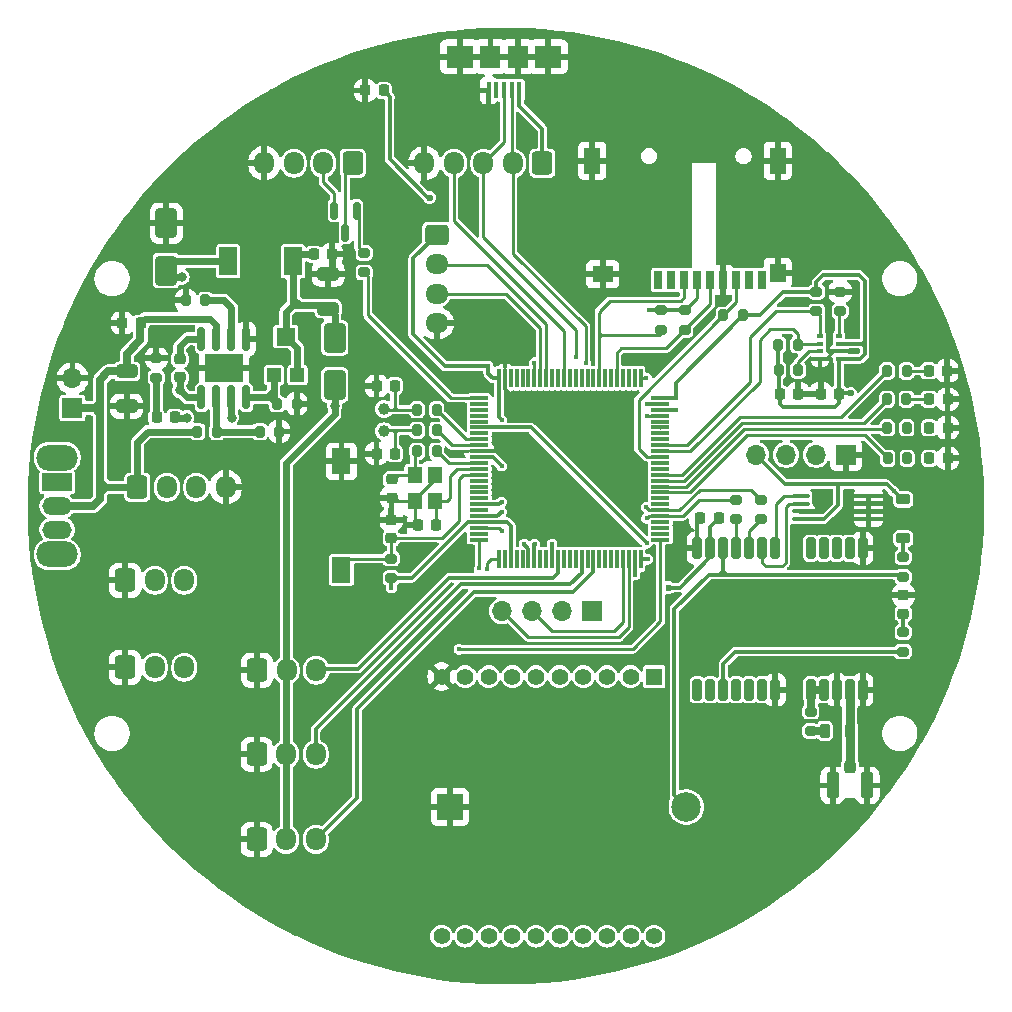
<source format=gtl>
G04 #@! TF.GenerationSoftware,KiCad,Pcbnew,8.0.5*
G04 #@! TF.CreationDate,2024-11-26T16:03:35+07:00*
G04 #@! TF.ProjectId,probe06-ivy,70726f62-6530-4362-9d69-76792e6b6963,1*
G04 #@! TF.SameCoordinates,Original*
G04 #@! TF.FileFunction,Copper,L1,Top*
G04 #@! TF.FilePolarity,Positive*
%FSLAX46Y46*%
G04 Gerber Fmt 4.6, Leading zero omitted, Abs format (unit mm)*
G04 Created by KiCad (PCBNEW 8.0.5) date 2024-11-26 16:03:35*
%MOMM*%
%LPD*%
G01*
G04 APERTURE LIST*
G04 Aperture macros list*
%AMRoundRect*
0 Rectangle with rounded corners*
0 $1 Rounding radius*
0 $2 $3 $4 $5 $6 $7 $8 $9 X,Y pos of 4 corners*
0 Add a 4 corners polygon primitive as box body*
4,1,4,$2,$3,$4,$5,$6,$7,$8,$9,$2,$3,0*
0 Add four circle primitives for the rounded corners*
1,1,$1+$1,$2,$3*
1,1,$1+$1,$4,$5*
1,1,$1+$1,$6,$7*
1,1,$1+$1,$8,$9*
0 Add four rect primitives between the rounded corners*
20,1,$1+$1,$2,$3,$4,$5,0*
20,1,$1+$1,$4,$5,$6,$7,0*
20,1,$1+$1,$6,$7,$8,$9,0*
20,1,$1+$1,$8,$9,$2,$3,0*%
G04 Aperture macros list end*
G04 #@! TA.AperFunction,SMDPad,CuDef*
%ADD10RoundRect,0.218750X-0.256250X0.218750X-0.256250X-0.218750X0.256250X-0.218750X0.256250X0.218750X0*%
G04 #@! TD*
G04 #@! TA.AperFunction,SMDPad,CuDef*
%ADD11RoundRect,0.218750X0.218750X0.256250X-0.218750X0.256250X-0.218750X-0.256250X0.218750X-0.256250X0*%
G04 #@! TD*
G04 #@! TA.AperFunction,SMDPad,CuDef*
%ADD12R,0.400000X1.400000*%
G04 #@! TD*
G04 #@! TA.AperFunction,SMDPad,CuDef*
%ADD13R,2.300000X1.900000*%
G04 #@! TD*
G04 #@! TA.AperFunction,SMDPad,CuDef*
%ADD14R,1.800000X1.900000*%
G04 #@! TD*
G04 #@! TA.AperFunction,SMDPad,CuDef*
%ADD15RoundRect,0.200000X-0.200000X-0.275000X0.200000X-0.275000X0.200000X0.275000X-0.200000X0.275000X0*%
G04 #@! TD*
G04 #@! TA.AperFunction,SMDPad,CuDef*
%ADD16RoundRect,0.218750X-0.218750X-0.381250X0.218750X-0.381250X0.218750X0.381250X-0.218750X0.381250X0*%
G04 #@! TD*
G04 #@! TA.AperFunction,SMDPad,CuDef*
%ADD17RoundRect,0.225000X0.225000X0.250000X-0.225000X0.250000X-0.225000X-0.250000X0.225000X-0.250000X0*%
G04 #@! TD*
G04 #@! TA.AperFunction,SMDPad,CuDef*
%ADD18RoundRect,0.150000X-0.150000X0.587500X-0.150000X-0.587500X0.150000X-0.587500X0.150000X0.587500X0*%
G04 #@! TD*
G04 #@! TA.AperFunction,SMDPad,CuDef*
%ADD19RoundRect,0.250000X-0.650000X0.325000X-0.650000X-0.325000X0.650000X-0.325000X0.650000X0.325000X0*%
G04 #@! TD*
G04 #@! TA.AperFunction,SMDPad,CuDef*
%ADD20RoundRect,0.225000X-0.250000X0.225000X-0.250000X-0.225000X0.250000X-0.225000X0.250000X0.225000X0*%
G04 #@! TD*
G04 #@! TA.AperFunction,SMDPad,CuDef*
%ADD21RoundRect,0.250000X0.650000X-1.000000X0.650000X1.000000X-0.650000X1.000000X-0.650000X-1.000000X0*%
G04 #@! TD*
G04 #@! TA.AperFunction,SMDPad,CuDef*
%ADD22RoundRect,0.200000X-0.275000X0.200000X-0.275000X-0.200000X0.275000X-0.200000X0.275000X0.200000X0*%
G04 #@! TD*
G04 #@! TA.AperFunction,SMDPad,CuDef*
%ADD23RoundRect,0.200000X0.200000X0.275000X-0.200000X0.275000X-0.200000X-0.275000X0.200000X-0.275000X0*%
G04 #@! TD*
G04 #@! TA.AperFunction,ComponentPad*
%ADD24RoundRect,0.250000X-0.600000X-0.725000X0.600000X-0.725000X0.600000X0.725000X-0.600000X0.725000X0*%
G04 #@! TD*
G04 #@! TA.AperFunction,ComponentPad*
%ADD25O,1.700000X1.950000*%
G04 #@! TD*
G04 #@! TA.AperFunction,SMDPad,CuDef*
%ADD26RoundRect,0.100000X0.637500X0.100000X-0.637500X0.100000X-0.637500X-0.100000X0.637500X-0.100000X0*%
G04 #@! TD*
G04 #@! TA.AperFunction,SMDPad,CuDef*
%ADD27RoundRect,0.200000X0.200000X-0.700000X0.200000X0.700000X-0.200000X0.700000X-0.200000X-0.700000X0*%
G04 #@! TD*
G04 #@! TA.AperFunction,ComponentPad*
%ADD28RoundRect,0.250000X0.600000X0.725000X-0.600000X0.725000X-0.600000X-0.725000X0.600000X-0.725000X0*%
G04 #@! TD*
G04 #@! TA.AperFunction,ComponentPad*
%ADD29O,3.500000X2.200000*%
G04 #@! TD*
G04 #@! TA.AperFunction,ComponentPad*
%ADD30R,2.500000X1.500000*%
G04 #@! TD*
G04 #@! TA.AperFunction,ComponentPad*
%ADD31O,2.500000X1.500000*%
G04 #@! TD*
G04 #@! TA.AperFunction,SMDPad,CuDef*
%ADD32R,1.500000X2.400000*%
G04 #@! TD*
G04 #@! TA.AperFunction,SMDPad,CuDef*
%ADD33RoundRect,0.200000X0.275000X-0.200000X0.275000X0.200000X-0.275000X0.200000X-0.275000X-0.200000X0*%
G04 #@! TD*
G04 #@! TA.AperFunction,ComponentPad*
%ADD34R,1.700000X1.700000*%
G04 #@! TD*
G04 #@! TA.AperFunction,ComponentPad*
%ADD35O,1.700000X1.700000*%
G04 #@! TD*
G04 #@! TA.AperFunction,SMDPad,CuDef*
%ADD36R,1.200000X1.200000*%
G04 #@! TD*
G04 #@! TA.AperFunction,SMDPad,CuDef*
%ADD37R,1.600000X1.500000*%
G04 #@! TD*
G04 #@! TA.AperFunction,ComponentPad*
%ADD38R,1.400000X1.400000*%
G04 #@! TD*
G04 #@! TA.AperFunction,ComponentPad*
%ADD39C,1.400000*%
G04 #@! TD*
G04 #@! TA.AperFunction,SMDPad,CuDef*
%ADD40RoundRect,0.250000X0.650000X-0.325000X0.650000X0.325000X-0.650000X0.325000X-0.650000X-0.325000X0*%
G04 #@! TD*
G04 #@! TA.AperFunction,ComponentPad*
%ADD41C,1.000000*%
G04 #@! TD*
G04 #@! TA.AperFunction,SMDPad,CuDef*
%ADD42RoundRect,0.225000X-0.225000X-0.250000X0.225000X-0.250000X0.225000X0.250000X-0.225000X0.250000X0*%
G04 #@! TD*
G04 #@! TA.AperFunction,SMDPad,CuDef*
%ADD43RoundRect,0.225000X0.375000X-0.225000X0.375000X0.225000X-0.375000X0.225000X-0.375000X-0.225000X0*%
G04 #@! TD*
G04 #@! TA.AperFunction,SMDPad,CuDef*
%ADD44R,0.700000X1.600000*%
G04 #@! TD*
G04 #@! TA.AperFunction,SMDPad,CuDef*
%ADD45R,1.400000X1.600000*%
G04 #@! TD*
G04 #@! TA.AperFunction,SMDPad,CuDef*
%ADD46R,1.400000X2.200000*%
G04 #@! TD*
G04 #@! TA.AperFunction,SMDPad,CuDef*
%ADD47R,1.800000X1.400000*%
G04 #@! TD*
G04 #@! TA.AperFunction,SMDPad,CuDef*
%ADD48R,1.600000X2.180000*%
G04 #@! TD*
G04 #@! TA.AperFunction,SMDPad,CuDef*
%ADD49RoundRect,0.162000X0.138000X-0.823000X0.138000X0.823000X-0.138000X0.823000X-0.138000X-0.823000X0*%
G04 #@! TD*
G04 #@! TA.AperFunction,SMDPad,CuDef*
%ADD50R,3.300000X2.410000*%
G04 #@! TD*
G04 #@! TA.AperFunction,SMDPad,CuDef*
%ADD51RoundRect,0.250000X-0.250000X0.275000X-0.250000X-0.275000X0.250000X-0.275000X0.250000X0.275000X0*%
G04 #@! TD*
G04 #@! TA.AperFunction,SMDPad,CuDef*
%ADD52RoundRect,0.250000X-0.275000X0.850000X-0.275000X-0.850000X0.275000X-0.850000X0.275000X0.850000X0*%
G04 #@! TD*
G04 #@! TA.AperFunction,SMDPad,CuDef*
%ADD53R,1.200000X1.400000*%
G04 #@! TD*
G04 #@! TA.AperFunction,SMDPad,CuDef*
%ADD54RoundRect,0.218750X-0.218750X-0.256250X0.218750X-0.256250X0.218750X0.256250X-0.218750X0.256250X0*%
G04 #@! TD*
G04 #@! TA.AperFunction,ComponentPad*
%ADD55RoundRect,0.250000X-0.725000X0.600000X-0.725000X-0.600000X0.725000X-0.600000X0.725000X0.600000X0*%
G04 #@! TD*
G04 #@! TA.AperFunction,ComponentPad*
%ADD56O,1.950000X1.700000*%
G04 #@! TD*
G04 #@! TA.AperFunction,SMDPad,CuDef*
%ADD57RoundRect,0.075000X-0.725000X-0.075000X0.725000X-0.075000X0.725000X0.075000X-0.725000X0.075000X0*%
G04 #@! TD*
G04 #@! TA.AperFunction,SMDPad,CuDef*
%ADD58RoundRect,0.075000X-0.075000X-0.725000X0.075000X-0.725000X0.075000X0.725000X-0.075000X0.725000X0*%
G04 #@! TD*
G04 #@! TA.AperFunction,SMDPad,CuDef*
%ADD59R,0.500000X0.350000*%
G04 #@! TD*
G04 #@! TA.AperFunction,SMDPad,CuDef*
%ADD60RoundRect,0.225000X0.250000X-0.225000X0.250000X0.225000X-0.250000X0.225000X-0.250000X-0.225000X0*%
G04 #@! TD*
G04 #@! TA.AperFunction,ComponentPad*
%ADD61R,2.170000X2.170000*%
G04 #@! TD*
G04 #@! TA.AperFunction,ComponentPad*
%ADD62C,2.500000*%
G04 #@! TD*
G04 #@! TA.AperFunction,ViaPad*
%ADD63C,0.400000*%
G04 #@! TD*
G04 #@! TA.AperFunction,ViaPad*
%ADD64C,0.600000*%
G04 #@! TD*
G04 #@! TA.AperFunction,ViaPad*
%ADD65C,0.800000*%
G04 #@! TD*
G04 #@! TA.AperFunction,Conductor*
%ADD66C,0.250000*%
G04 #@! TD*
G04 #@! TA.AperFunction,Conductor*
%ADD67C,0.240000*%
G04 #@! TD*
G04 #@! TA.AperFunction,Conductor*
%ADD68C,0.300000*%
G04 #@! TD*
G04 #@! TA.AperFunction,Conductor*
%ADD69C,0.700000*%
G04 #@! TD*
G04 #@! TA.AperFunction,Conductor*
%ADD70C,0.600000*%
G04 #@! TD*
G04 #@! TA.AperFunction,Conductor*
%ADD71C,0.800000*%
G04 #@! TD*
G04 APERTURE END LIST*
D10*
X179760000Y-110860000D03*
X179760000Y-112435000D03*
D11*
X183500000Y-94280000D03*
X181925000Y-94280000D03*
D12*
X147250000Y-68110000D03*
X146600000Y-68110000D03*
X145950000Y-68110000D03*
X145300000Y-68110000D03*
X144650000Y-68110000D03*
D13*
X149700000Y-65260000D03*
D14*
X147100000Y-65260000D03*
X144800000Y-65260000D03*
D13*
X142200000Y-65260000D03*
D15*
X169195000Y-91802500D03*
X170845000Y-91802500D03*
D16*
X173115000Y-122347500D03*
X175240000Y-122347500D03*
D17*
X115172500Y-87825000D03*
X113622500Y-87825000D03*
D18*
X133462500Y-78300000D03*
X131562500Y-78300000D03*
X132512500Y-80175000D03*
D19*
X114004300Y-91919200D03*
X114004300Y-94869200D03*
D15*
X169175000Y-89672500D03*
X170825000Y-89672500D03*
D20*
X136425000Y-101055000D03*
X136425000Y-102605000D03*
D21*
X117352500Y-83375000D03*
X117352500Y-79375000D03*
D22*
X179740000Y-113990000D03*
X179740000Y-115640000D03*
D23*
X180020000Y-94290000D03*
X178370000Y-94290000D03*
D22*
X165620000Y-102787500D03*
X165620000Y-104437500D03*
D24*
X113882500Y-109605000D03*
D25*
X116382500Y-109605000D03*
X118882500Y-109605000D03*
D20*
X118512500Y-90875000D03*
X118512500Y-92425000D03*
D26*
X176800000Y-104417500D03*
X176800000Y-103767500D03*
X176800000Y-103117500D03*
X176800000Y-102467500D03*
X171075000Y-102467500D03*
X171075000Y-103117500D03*
X171075000Y-103767500D03*
X171075000Y-104417500D03*
D27*
X162320000Y-118877500D03*
X163420000Y-118877500D03*
X164520000Y-118877500D03*
X165620000Y-118877500D03*
X166720000Y-118877500D03*
X167820000Y-118877500D03*
X168920000Y-118877500D03*
X171920000Y-118877500D03*
X173020000Y-118877500D03*
X174120000Y-118877500D03*
X175220000Y-118877500D03*
X176320000Y-118877500D03*
X176320000Y-106877500D03*
X175220000Y-106877500D03*
X174120000Y-106877500D03*
X173020000Y-106877500D03*
X171920000Y-106877500D03*
X168920000Y-106877500D03*
X167820000Y-106877500D03*
X166720000Y-106877500D03*
X165620000Y-106877500D03*
X164520000Y-106877500D03*
X163420000Y-106877500D03*
X162320000Y-106877500D03*
D28*
X149202500Y-74285000D03*
D25*
X146702500Y-74285000D03*
X144202500Y-74285000D03*
X141702500Y-74285000D03*
X139202500Y-74285000D03*
D15*
X119987500Y-97005000D03*
X121637500Y-97005000D03*
D29*
X108112500Y-99215000D03*
X108112500Y-107415000D03*
D30*
X108112500Y-101315000D03*
D31*
X108112500Y-103315000D03*
X108112500Y-105315000D03*
D32*
X122592500Y-82595000D03*
X128092500Y-82595000D03*
D17*
X140205000Y-104925000D03*
X138655000Y-104925000D03*
D33*
X136405000Y-109415000D03*
X136405000Y-107765000D03*
D23*
X120667500Y-85905000D03*
X119017500Y-85905000D03*
D11*
X183530000Y-99270000D03*
X181955000Y-99270000D03*
D34*
X153412500Y-112215000D03*
D35*
X150872500Y-112215000D03*
X148332500Y-112215000D03*
X145792500Y-112215000D03*
D24*
X125002500Y-131542000D03*
D25*
X127502500Y-131542000D03*
X130002500Y-131542000D03*
D36*
X126462500Y-92215000D03*
D37*
X127462500Y-88965000D03*
D36*
X128462500Y-92215000D03*
D38*
X158660000Y-117750000D03*
D39*
X156660000Y-117750000D03*
X154660000Y-117750000D03*
X152660000Y-117750000D03*
X150660000Y-117750000D03*
X148660000Y-117750000D03*
X146660000Y-117750000D03*
X144660000Y-117750000D03*
X142660000Y-117750000D03*
X140660000Y-117750000D03*
X140660000Y-139750000D03*
X142660000Y-139750000D03*
X144660000Y-139750000D03*
X146660000Y-139750000D03*
X148660000Y-139750000D03*
X150660000Y-139750000D03*
X152660000Y-139750000D03*
X154660000Y-139750000D03*
X156660000Y-139750000D03*
X158660000Y-139750000D03*
D23*
X166170000Y-87170000D03*
X164520000Y-87170000D03*
D40*
X131052500Y-86605000D03*
X131052500Y-83655000D03*
D23*
X140245000Y-95155000D03*
X138595000Y-95155000D03*
D22*
X159220000Y-86740000D03*
X159220000Y-88390000D03*
D41*
X135785000Y-96985000D03*
X135785000Y-95085000D03*
D17*
X164120000Y-104360000D03*
X162570000Y-104360000D03*
D42*
X169302500Y-93800000D03*
X170852500Y-93800000D03*
D24*
X125002500Y-124324000D03*
D25*
X127502500Y-124324000D03*
X130002500Y-124324000D03*
D23*
X128382500Y-94655000D03*
X126732500Y-94655000D03*
D43*
X179740000Y-106057500D03*
X179740000Y-102757500D03*
D15*
X138595000Y-98675000D03*
X140245000Y-98675000D03*
D44*
X159022500Y-84175000D03*
X160122500Y-84175000D03*
X161222500Y-84175000D03*
X162322500Y-84175000D03*
X163422500Y-84175000D03*
X164522500Y-84175000D03*
X165622500Y-84175000D03*
X166722500Y-84175000D03*
X167822500Y-84175000D03*
D45*
X169122500Y-83575000D03*
D46*
X169122500Y-74075000D03*
X153422500Y-74075000D03*
D47*
X154322500Y-83675000D03*
D17*
X136705000Y-98885000D03*
X135155000Y-98885000D03*
X174325000Y-93792500D03*
X172775000Y-93792500D03*
D34*
X109412500Y-95035000D03*
D35*
X109412500Y-92495000D03*
D34*
X174910000Y-98980000D03*
D35*
X172370000Y-98980000D03*
X169830000Y-98980000D03*
X167290000Y-98980000D03*
D48*
X132185000Y-99535000D03*
X132185000Y-108715000D03*
D22*
X179740000Y-107647500D03*
X179740000Y-109297500D03*
D49*
X120330700Y-94120800D03*
X121600700Y-94120800D03*
X122870700Y-94120800D03*
X124140700Y-94120800D03*
X124140700Y-89170800D03*
X122870700Y-89170800D03*
X121600700Y-89170800D03*
X120330700Y-89170800D03*
D50*
X122235700Y-91645800D03*
D24*
X125032500Y-117205000D03*
D25*
X127532500Y-117205000D03*
X130032500Y-117205000D03*
D24*
X113882500Y-116965000D03*
D25*
X116382500Y-116965000D03*
X118882500Y-116965000D03*
D23*
X180040000Y-96700000D03*
X178390000Y-96700000D03*
D11*
X183475000Y-91870000D03*
X181900000Y-91870000D03*
D15*
X125257500Y-97005000D03*
X126907500Y-97005000D03*
D51*
X175240000Y-125447500D03*
D52*
X176715000Y-126972500D03*
X173765000Y-126972500D03*
D22*
X134100000Y-81890000D03*
X134100000Y-83540000D03*
D53*
X140072000Y-102926800D03*
X140072000Y-100726800D03*
X138372000Y-100726800D03*
X138372000Y-102926800D03*
D22*
X174402500Y-85175000D03*
X174402500Y-86825000D03*
X161250000Y-86750000D03*
X161250000Y-88400000D03*
D23*
X180025000Y-91880000D03*
X178375000Y-91880000D03*
X180090000Y-99270000D03*
X178440000Y-99270000D03*
D28*
X133142500Y-74285000D03*
D25*
X130642500Y-74285000D03*
X128142500Y-74285000D03*
X125642500Y-74285000D03*
D54*
X134185000Y-68130000D03*
X135760000Y-68130000D03*
D21*
X131612500Y-93075000D03*
X131612500Y-89075000D03*
D11*
X183507500Y-96690000D03*
X181932500Y-96690000D03*
D55*
X140245000Y-80340000D03*
D56*
X140245000Y-82840000D03*
X140245000Y-85340000D03*
X140245000Y-87840000D03*
D22*
X172402500Y-85180000D03*
X172402500Y-86830000D03*
D17*
X136705000Y-93145000D03*
X135155000Y-93145000D03*
D57*
X143845000Y-94165000D03*
X143845000Y-94665000D03*
X143845000Y-95165000D03*
X143845000Y-95665000D03*
X143845000Y-96165000D03*
X143845000Y-96665000D03*
X143845000Y-97165000D03*
X143845000Y-97665000D03*
X143845000Y-98165000D03*
X143845000Y-98665000D03*
X143845000Y-99165000D03*
X143845000Y-99665000D03*
X143845000Y-100165000D03*
X143845000Y-100665000D03*
X143845000Y-101165000D03*
X143845000Y-101665000D03*
X143845000Y-102165000D03*
X143845000Y-102665000D03*
X143845000Y-103165000D03*
X143845000Y-103665000D03*
X143845000Y-104165000D03*
X143845000Y-104665000D03*
X143845000Y-105165000D03*
X143845000Y-105665000D03*
X143845000Y-106165000D03*
D58*
X145520000Y-107840000D03*
X146020000Y-107840000D03*
X146520000Y-107840000D03*
X147020000Y-107840000D03*
X147520000Y-107840000D03*
X148020000Y-107840000D03*
X148520000Y-107840000D03*
X149020000Y-107840000D03*
X149520000Y-107840000D03*
X150020000Y-107840000D03*
X150520000Y-107840000D03*
X151020000Y-107840000D03*
X151520000Y-107840000D03*
X152020000Y-107840000D03*
X152520000Y-107840000D03*
X153020000Y-107840000D03*
X153520000Y-107840000D03*
X154020000Y-107840000D03*
X154520000Y-107840000D03*
X155020000Y-107840000D03*
X155520000Y-107840000D03*
X156020000Y-107840000D03*
X156520000Y-107840000D03*
X157020000Y-107840000D03*
X157520000Y-107840000D03*
D57*
X159195000Y-106165000D03*
X159195000Y-105665000D03*
X159195000Y-105165000D03*
X159195000Y-104665000D03*
X159195000Y-104165000D03*
X159195000Y-103665000D03*
X159195000Y-103165000D03*
X159195000Y-102665000D03*
X159195000Y-102165000D03*
X159195000Y-101665000D03*
X159195000Y-101165000D03*
X159195000Y-100665000D03*
X159195000Y-100165000D03*
X159195000Y-99665000D03*
X159195000Y-99165000D03*
X159195000Y-98665000D03*
X159195000Y-98165000D03*
X159195000Y-97665000D03*
X159195000Y-97165000D03*
X159195000Y-96665000D03*
X159195000Y-96165000D03*
X159195000Y-95665000D03*
X159195000Y-95165000D03*
X159195000Y-94665000D03*
X159195000Y-94165000D03*
D58*
X157520000Y-92490000D03*
X157020000Y-92490000D03*
X156520000Y-92490000D03*
X156020000Y-92490000D03*
X155520000Y-92490000D03*
X155020000Y-92490000D03*
X154520000Y-92490000D03*
X154020000Y-92490000D03*
X153520000Y-92490000D03*
X153020000Y-92490000D03*
X152520000Y-92490000D03*
X152020000Y-92490000D03*
X151520000Y-92490000D03*
X151020000Y-92490000D03*
X150520000Y-92490000D03*
X150020000Y-92490000D03*
X149520000Y-92490000D03*
X149020000Y-92490000D03*
X148520000Y-92490000D03*
X148020000Y-92490000D03*
X147520000Y-92490000D03*
X147020000Y-92490000D03*
X146520000Y-92490000D03*
X146020000Y-92490000D03*
X145520000Y-92490000D03*
D22*
X171920000Y-120717500D03*
X171920000Y-122367500D03*
D23*
X140245000Y-96905000D03*
X138595000Y-96905000D03*
D42*
X129830000Y-82010000D03*
X131380000Y-82010000D03*
D59*
X172722500Y-90855000D03*
X172722500Y-90205000D03*
X172722500Y-89555000D03*
X172722500Y-88905000D03*
X174322500Y-88905000D03*
X174322500Y-89555000D03*
X174322500Y-90205000D03*
X174322500Y-90855000D03*
D22*
X167700000Y-102777500D03*
X167700000Y-104427500D03*
D60*
X136395000Y-106025000D03*
X136395000Y-104475000D03*
D24*
X114902500Y-101715000D03*
D25*
X117402500Y-101715000D03*
X119902500Y-101715000D03*
X122402500Y-101715000D03*
D17*
X118077500Y-95795000D03*
X116527500Y-95795000D03*
D33*
X116512500Y-92445000D03*
X116512500Y-90795000D03*
D61*
X141380000Y-128800000D03*
D62*
X161380000Y-128800000D03*
D63*
X178930000Y-102067500D03*
D64*
X175300000Y-93780000D03*
D63*
X158240000Y-86740000D03*
X145750000Y-102970000D03*
X145760000Y-104670000D03*
D64*
X159890000Y-110230000D03*
D63*
X145750000Y-99930000D03*
X158110000Y-107830000D03*
X160481600Y-94170600D03*
X136420000Y-110260000D03*
X145760000Y-96030000D03*
X144610000Y-91470000D03*
X142130000Y-115450000D03*
X145749880Y-103794880D03*
X157040000Y-109135900D03*
X160490000Y-95160000D03*
D65*
X118512500Y-93525000D03*
X118670000Y-83920000D03*
X119072500Y-95825000D03*
X122882500Y-95825000D03*
X131612500Y-94805000D03*
D63*
X158030000Y-106470000D03*
D64*
X139660000Y-77193000D03*
D63*
X147640000Y-106550000D03*
X158020000Y-104370000D03*
X158010000Y-103420000D03*
X158012500Y-95670000D03*
X152852500Y-91200000D03*
X152058044Y-90680000D03*
X158010000Y-92470000D03*
X148520000Y-91170000D03*
X145760000Y-105440000D03*
X148530000Y-106550000D03*
X150010000Y-106530000D03*
X144520000Y-108620000D03*
X143845000Y-108600000D03*
D65*
X125320000Y-95550000D03*
D63*
X172260000Y-103740000D03*
D65*
X171270000Y-130600000D03*
X148420000Y-80800000D03*
X166920000Y-116630000D03*
X120490000Y-84150000D03*
X163060000Y-110990000D03*
X120490000Y-78510000D03*
X125600000Y-88660000D03*
X125590000Y-86850000D03*
X178900000Y-120030000D03*
X173390000Y-116650000D03*
X170250000Y-116630000D03*
X176240000Y-110930000D03*
X159650000Y-80800000D03*
D63*
X145740000Y-98660000D03*
D65*
X116830000Y-86020000D03*
D63*
X146980000Y-94330000D03*
D65*
X122480000Y-78520000D03*
X171260000Y-126100000D03*
X168780000Y-130580000D03*
X177090000Y-123730000D03*
X168730000Y-121410000D03*
X157080000Y-79040000D03*
X163070000Y-116640000D03*
X171240000Y-128570000D03*
X176290000Y-116700000D03*
X124200000Y-86850000D03*
X173370000Y-113930000D03*
X168760000Y-123730000D03*
X116810000Y-88890000D03*
X173340000Y-110940000D03*
D63*
X161460000Y-106880000D03*
D65*
X168760000Y-126110000D03*
X170260000Y-110950000D03*
X125630000Y-90510000D03*
X176290000Y-113860000D03*
X178870000Y-117590000D03*
X163060000Y-113870000D03*
X166150000Y-121420000D03*
X124600000Y-78520000D03*
X166940000Y-110920000D03*
X178900000Y-125180000D03*
X129910000Y-78550000D03*
X166940000Y-113870000D03*
X120510000Y-80800000D03*
X126910000Y-78560000D03*
X148430000Y-79110000D03*
X173820000Y-130560000D03*
X159640000Y-79070000D03*
X150200000Y-79090000D03*
X157050000Y-80790000D03*
X171190000Y-123750000D03*
D64*
X175460000Y-85190000D03*
D65*
X177090000Y-121380000D03*
X168800000Y-128450000D03*
X170280000Y-113880000D03*
X150210000Y-80820000D03*
D63*
X158020000Y-94680000D03*
D66*
X155680000Y-114430000D02*
X156512500Y-113597500D01*
X148007500Y-114430000D02*
X155680000Y-114430000D01*
X156512500Y-113597500D02*
X156512500Y-107847500D01*
X145792500Y-112215000D02*
X148007500Y-114430000D01*
D67*
X156512500Y-107847500D02*
X156520000Y-107840000D01*
D68*
X164120000Y-104360000D02*
X163420000Y-105060000D01*
X160477200Y-94175000D02*
X159205000Y-94175000D01*
X167580000Y-87170000D02*
X169570000Y-85180000D01*
X174230000Y-101650000D02*
X174230000Y-103240000D01*
X169195000Y-93692500D02*
X169302500Y-93800000D01*
X159220000Y-86740000D02*
X161240000Y-86740000D01*
X179620000Y-102757500D02*
X178930000Y-102067500D01*
X142895000Y-104665000D02*
X143845000Y-104665000D01*
X172402500Y-85180000D02*
X172402500Y-84327500D01*
X174230000Y-101650000D02*
X174060000Y-101480000D01*
X174060000Y-101480000D02*
X174060000Y-101460000D01*
X169570000Y-85180000D02*
X172402500Y-85180000D01*
X158110000Y-107830000D02*
X158100000Y-107840000D01*
X145750000Y-99930000D02*
X144985000Y-99165000D01*
X167300000Y-98980000D02*
X167290000Y-98980000D01*
X145760000Y-96030000D02*
X145520000Y-95790000D01*
X145755000Y-104665000D02*
X143845000Y-104665000D01*
X178332500Y-101460000D02*
X174420000Y-101460000D01*
X172402500Y-84327500D02*
X172990000Y-83740000D01*
X166170000Y-87170000D02*
X160480000Y-92860000D01*
X178930000Y-102057500D02*
X178332500Y-101460000D01*
D67*
X161250000Y-86750000D02*
X162322500Y-85677500D01*
D68*
X136420000Y-110260000D02*
X136420000Y-109430000D01*
X140940000Y-91470000D02*
X138250000Y-88780000D01*
X138250000Y-88780000D02*
X138250000Y-82335000D01*
X158240000Y-86740000D02*
X159220000Y-86740000D01*
X175990000Y-83740000D02*
X176490000Y-84240000D01*
X161240000Y-86740000D02*
X161250000Y-86750000D01*
X169175000Y-89672500D02*
X169175000Y-91782500D01*
X174060000Y-101460000D02*
X169780000Y-101460000D01*
X163420000Y-106877500D02*
X163420000Y-107640000D01*
X158100000Y-107840000D02*
X157520000Y-107840000D01*
X174325000Y-90857500D02*
X174322500Y-90855000D01*
X145750000Y-102970000D02*
X145550000Y-103170000D01*
X174230000Y-103240000D02*
X173052500Y-104417500D01*
X176490000Y-84240000D02*
X176490000Y-89770000D01*
D67*
X145550000Y-103170000D02*
X145545000Y-103165000D01*
D68*
X160480000Y-92860000D02*
X160480000Y-94169000D01*
X138145000Y-109415000D02*
X142895000Y-104665000D01*
X174420000Y-101460000D02*
X174060000Y-101460000D01*
X163420000Y-105060000D02*
X163420000Y-106877500D01*
X136405000Y-109415000D02*
X138145000Y-109415000D01*
X145545000Y-103165000D02*
X143845000Y-103165000D01*
X169195000Y-91802500D02*
X169195000Y-93692500D01*
X169175000Y-91782500D02*
X169195000Y-91802500D01*
D67*
X162322500Y-85677500D02*
X162322500Y-84175000D01*
D68*
X173052500Y-104417500D02*
X171075000Y-104417500D01*
X169302500Y-94672500D02*
X169590000Y-94960000D01*
X174322500Y-89555000D02*
X176275000Y-89555000D01*
X136420000Y-109430000D02*
X136405000Y-109415000D01*
X146220000Y-104670000D02*
X145760000Y-104670000D01*
X176055000Y-90855000D02*
X174322500Y-90855000D01*
X169780000Y-101460000D02*
X167300000Y-98980000D01*
X174420000Y-101460000D02*
X174230000Y-101650000D01*
X145520000Y-95790000D02*
X145520000Y-92490000D01*
X144990000Y-92490000D02*
X145520000Y-92490000D01*
X144610000Y-91470000D02*
X144610000Y-92110000D01*
X166170000Y-87170000D02*
X167580000Y-87170000D01*
X144985000Y-99165000D02*
X143845000Y-99165000D01*
X169302500Y-93800000D02*
X169302500Y-94672500D01*
X174325000Y-94605000D02*
X174325000Y-93792500D01*
X174337500Y-93780000D02*
X174325000Y-93792500D01*
X172990000Y-83740000D02*
X175990000Y-83740000D01*
X175300000Y-93780000D02*
X174337500Y-93780000D01*
X160480000Y-94169000D02*
X160481600Y-94170600D01*
X160830000Y-110230000D02*
X159890000Y-110230000D01*
X169590000Y-94960000D02*
X173970000Y-94960000D01*
D67*
X145760000Y-104670000D02*
X145755000Y-104665000D01*
D68*
X176490000Y-89350000D02*
X176285000Y-89555000D01*
X173970000Y-94960000D02*
X174325000Y-94605000D01*
X146520000Y-107840000D02*
X146520000Y-104970000D01*
X174325000Y-93792500D02*
X174325000Y-90857500D01*
X144610000Y-92110000D02*
X144990000Y-92490000D01*
X176275000Y-89555000D02*
X176490000Y-89770000D01*
X163420000Y-107640000D02*
X160830000Y-110230000D01*
X176490000Y-90420000D02*
X176055000Y-90855000D01*
X146520000Y-104970000D02*
X146220000Y-104670000D01*
X144610000Y-91470000D02*
X140940000Y-91470000D01*
X138250000Y-82335000D02*
X140245000Y-80340000D01*
X176490000Y-89770000D02*
X176490000Y-90420000D01*
X176285000Y-89555000D02*
X174322500Y-89555000D01*
D66*
X156012500Y-113107500D02*
X156012500Y-107847500D01*
X155240000Y-113880000D02*
X156012500Y-113107500D01*
X149997500Y-113880000D02*
X155240000Y-113880000D01*
D67*
X156012500Y-107847500D02*
X156020000Y-107840000D01*
D66*
X148332500Y-112215000D02*
X149997500Y-113880000D01*
D69*
X111752500Y-102250000D02*
X111752500Y-102707500D01*
D70*
X114902500Y-97927500D02*
X114902500Y-101715000D01*
X119987500Y-97005000D02*
X115825000Y-97005000D01*
D69*
X111282500Y-95035000D02*
X111752500Y-95505000D01*
D70*
X114902500Y-101715000D02*
X112267500Y-101715000D01*
X115172500Y-87825000D02*
X115552500Y-87445000D01*
D69*
X109412500Y-95035000D02*
X111282500Y-95035000D01*
D70*
X111752500Y-102230000D02*
X111752500Y-102250000D01*
D69*
X112458300Y-91919200D02*
X112782500Y-91919200D01*
X114004300Y-90403200D02*
X114004300Y-91919200D01*
X111752500Y-95899000D02*
X111752500Y-101200000D01*
D70*
X115825000Y-97005000D02*
X114902500Y-97927500D01*
D69*
X111145000Y-103315000D02*
X108112500Y-103315000D01*
D70*
X121092500Y-87445000D02*
X121600700Y-87953200D01*
D69*
X111700000Y-102760000D02*
X111145000Y-103315000D01*
X115162500Y-89245000D02*
X114004300Y-90403200D01*
D70*
X112267500Y-101715000D02*
X111752500Y-102230000D01*
D69*
X111752500Y-102707500D02*
X111700000Y-102760000D01*
D70*
X112267500Y-101715000D02*
X111752500Y-101200000D01*
D69*
X112782500Y-91919200D02*
X114004300Y-91919200D01*
X111752500Y-92625000D02*
X112458300Y-91919200D01*
D70*
X115552500Y-87445000D02*
X121092500Y-87445000D01*
D69*
X111752500Y-94171000D02*
X111752500Y-95899000D01*
D70*
X121600700Y-87953200D02*
X121600700Y-89170800D01*
D69*
X111752500Y-95505000D02*
X111752500Y-95899000D01*
X111752500Y-94171000D02*
X111752500Y-92625000D01*
X111752500Y-94565000D02*
X111752500Y-94171000D01*
X115162500Y-87835000D02*
X115162500Y-89245000D01*
X115172500Y-87825000D02*
X115162500Y-87835000D01*
X111752500Y-101200000D02*
X111752500Y-102250000D01*
X111282500Y-95035000D02*
X111752500Y-94565000D01*
D66*
X156830000Y-115450000D02*
X159195000Y-113085000D01*
X159195000Y-113085000D02*
X159195000Y-106165000D01*
X142130000Y-115450000D02*
X156830000Y-115450000D01*
X149020000Y-88270000D02*
X149020000Y-92490000D01*
D67*
X140340000Y-85340000D02*
X140245000Y-85340000D01*
D66*
X140285000Y-85380000D02*
X146130000Y-85380000D01*
D67*
X140360000Y-85360000D02*
X140340000Y-85340000D01*
D66*
X146130000Y-85380000D02*
X149020000Y-88270000D01*
X140245000Y-85340000D02*
X140285000Y-85380000D01*
D67*
X140360000Y-82860000D02*
X140340000Y-82840000D01*
X140340000Y-82840000D02*
X140245000Y-82840000D01*
D66*
X140325000Y-82920000D02*
X144507500Y-82920000D01*
X144507500Y-82920000D02*
X149512500Y-87925000D01*
X149512500Y-87925000D02*
X149512500Y-92482500D01*
D67*
X149512500Y-92482500D02*
X149520000Y-92490000D01*
D66*
X140245000Y-82840000D02*
X140325000Y-82920000D01*
D68*
X160360000Y-112060000D02*
X160360000Y-127780000D01*
X163300000Y-109120000D02*
X160360000Y-112060000D01*
X164520000Y-106877500D02*
X164520000Y-108830000D01*
X164520000Y-108830000D02*
X164810000Y-109120000D01*
X164260000Y-109120000D02*
X163300000Y-109120000D01*
X179562500Y-109120000D02*
X179740000Y-109297500D01*
X160360000Y-127780000D02*
X161380000Y-128800000D01*
X164810000Y-109120000D02*
X179562500Y-109120000D01*
X164810000Y-109120000D02*
X164260000Y-109120000D01*
X164520000Y-108830000D02*
X164260000Y-109090000D01*
X145379760Y-104165000D02*
X145749880Y-103794880D01*
X143845000Y-104165000D02*
X145379760Y-104165000D01*
D67*
X136405000Y-106035000D02*
X136395000Y-106025000D01*
D66*
X142465000Y-100665000D02*
X143845000Y-100665000D01*
X142145000Y-104585000D02*
X142145000Y-100985000D01*
D67*
X132245000Y-107765000D02*
X132185000Y-107825000D01*
D66*
X132185000Y-107825000D02*
X132185000Y-108715000D01*
X142145000Y-100985000D02*
X142465000Y-100665000D01*
X136405000Y-107765000D02*
X132245000Y-107765000D01*
X140705000Y-106025000D02*
X142145000Y-104585000D01*
X136395000Y-106025000D02*
X140705000Y-106025000D01*
X136405000Y-107765000D02*
X136405000Y-106035000D01*
X138372000Y-100726800D02*
X136963200Y-100726800D01*
X136963200Y-100726800D02*
X136655000Y-101035000D01*
X138372000Y-100726800D02*
X138372000Y-98898000D01*
X138372000Y-98898000D02*
X138595000Y-98675000D01*
X141083200Y-102926800D02*
X140072000Y-102926800D01*
X143845000Y-100165000D02*
X141995000Y-100165000D01*
X140205000Y-104925000D02*
X140205000Y-103059800D01*
X141385000Y-102625000D02*
X141083200Y-102926800D01*
X141995000Y-100165000D02*
X141385000Y-100775000D01*
D67*
X140205000Y-103059800D02*
X140072000Y-102926800D01*
D66*
X141385000Y-100775000D02*
X141385000Y-102625000D01*
D67*
X157024100Y-107844100D02*
X157020000Y-107840000D01*
D68*
X157040000Y-109135900D02*
X157024100Y-109120000D01*
X157024100Y-109120000D02*
X157024100Y-107844100D01*
D67*
X157020000Y-107840000D02*
X157012500Y-107847500D01*
X160490000Y-95160000D02*
X160485000Y-95165000D01*
D68*
X160485000Y-95165000D02*
X159195000Y-95165000D01*
D70*
X119116700Y-89170800D02*
X120330700Y-89170800D01*
X118512500Y-89775000D02*
X119116700Y-89170800D01*
X118512500Y-90875000D02*
X118512500Y-89775000D01*
X118670000Y-83920000D02*
X117897500Y-83920000D01*
X117897500Y-83920000D02*
X117352500Y-83375000D01*
X119108300Y-94120800D02*
X120330700Y-94120800D01*
X118512500Y-93525000D02*
X119108300Y-94120800D01*
X122592500Y-82595000D02*
X118132500Y-82595000D01*
X118512500Y-92425000D02*
X118512500Y-93525000D01*
X118132500Y-82595000D02*
X117352500Y-83375000D01*
X122870700Y-95813200D02*
X122882500Y-95825000D01*
X119072500Y-95825000D02*
X118397500Y-95825000D01*
X122870700Y-94120800D02*
X122870700Y-95813200D01*
X118397500Y-95825000D02*
X118377500Y-95805000D01*
X127462500Y-88965000D02*
X128462500Y-89965000D01*
X128092500Y-85405000D02*
X128092500Y-86265000D01*
X128352500Y-86005000D02*
X128682500Y-86335000D01*
X128052500Y-86305000D02*
X128082500Y-86335000D01*
X128052500Y-86305000D02*
X128352500Y-86005000D01*
X131612500Y-87165000D02*
X131612500Y-89075000D01*
X128092500Y-85405000D02*
X128092500Y-85745000D01*
X128092500Y-86265000D02*
X128052500Y-86305000D01*
X128462500Y-89965000D02*
X128462500Y-92215000D01*
X130782500Y-86335000D02*
X131612500Y-87165000D01*
X128082500Y-86335000D02*
X128682500Y-86335000D01*
X128677500Y-82010000D02*
X128092500Y-82595000D01*
X127462500Y-88965000D02*
X127462500Y-86895000D01*
X129830000Y-82010000D02*
X128677500Y-82010000D01*
X128682500Y-86335000D02*
X130782500Y-86335000D01*
X128092500Y-85745000D02*
X128352500Y-86005000D01*
X128092500Y-82595000D02*
X128092500Y-85405000D01*
X127462500Y-86895000D02*
X128052500Y-86305000D01*
X131612500Y-93075000D02*
X131612500Y-94805000D01*
X127502500Y-99667500D02*
X127502500Y-117085000D01*
X131612500Y-95557500D02*
X127502500Y-99667500D01*
X131612500Y-93787500D02*
X131612500Y-94805000D01*
X131625000Y-93775000D02*
X131612500Y-93787500D01*
X131612500Y-94805000D02*
X131612500Y-95557500D01*
X127502500Y-117085000D02*
X127502500Y-124324000D01*
X127502500Y-124324000D02*
X127502500Y-131542000D01*
D66*
X130642500Y-74285000D02*
X130642500Y-75875000D01*
X130642500Y-75875000D02*
X131562500Y-76795000D01*
X131562500Y-76795000D02*
X131562500Y-78300000D01*
X132525000Y-74902500D02*
X132525000Y-80162500D01*
D67*
X133242500Y-74305000D02*
X133222500Y-74285000D01*
X133222500Y-74285000D02*
X133142500Y-74285000D01*
X133142500Y-74285000D02*
X132525000Y-74902500D01*
X132525000Y-80162500D02*
X132512500Y-80175000D01*
D68*
X148225000Y-96665000D02*
X143845000Y-96665000D01*
X158030000Y-106470000D02*
X148225000Y-96665000D01*
D66*
X180020000Y-94290000D02*
X181915000Y-94290000D01*
X181915000Y-94290000D02*
X181925000Y-94280000D01*
X180025000Y-91880000D02*
X181895000Y-91880000D01*
D68*
X149202500Y-71385000D02*
X149202500Y-74285000D01*
X147252500Y-69435000D02*
X149202500Y-71385000D01*
X147252500Y-67675000D02*
X147252500Y-69435000D01*
X136280000Y-68740000D02*
X136280000Y-68650000D01*
X139660000Y-77193000D02*
X139533000Y-77193000D01*
X136262500Y-68757500D02*
X136280000Y-68740000D01*
X139533000Y-77193000D02*
X136262500Y-73922500D01*
X136280000Y-68650000D02*
X135760000Y-68130000D01*
X136262500Y-73922500D02*
X136262500Y-68757500D01*
X179740000Y-107647500D02*
X179740000Y-106057500D01*
X179760000Y-113970000D02*
X179740000Y-113990000D01*
X179760000Y-112435000D02*
X179760000Y-113970000D01*
X148020000Y-106930000D02*
X148020000Y-107840000D01*
X147640000Y-106550000D02*
X148020000Y-106930000D01*
D66*
X161086686Y-104165000D02*
X159195000Y-104165000D01*
X165620000Y-102787500D02*
X162464186Y-102787500D01*
X158225000Y-104165000D02*
X159195000Y-104165000D01*
X158020000Y-104370000D02*
X158225000Y-104165000D01*
X162464186Y-102787500D02*
X161086686Y-104165000D01*
X158010000Y-103420000D02*
X158255000Y-103665000D01*
X162550000Y-101920000D02*
X160805000Y-103665000D01*
X167700000Y-102777500D02*
X166842500Y-101920000D01*
X158255000Y-103665000D02*
X159195000Y-103665000D01*
X160805000Y-103665000D02*
X159195000Y-103665000D01*
X166842500Y-101920000D02*
X162550000Y-101920000D01*
X152852500Y-88085000D02*
X146702500Y-81935000D01*
D67*
X146602500Y-74185000D02*
X146702500Y-74285000D01*
X159190000Y-95670000D02*
X159195000Y-95665000D01*
D66*
X146602500Y-67675000D02*
X146602500Y-74185000D01*
X158012500Y-95670000D02*
X159190000Y-95670000D01*
X146702500Y-81935000D02*
X146702500Y-74285000D01*
X152852500Y-91200000D02*
X152852500Y-88085000D01*
X152058044Y-90680000D02*
X152058044Y-88420544D01*
D67*
X157540000Y-92470000D02*
X157520000Y-92490000D01*
D66*
X158010000Y-92470000D02*
X157540000Y-92470000D01*
X145952500Y-72535000D02*
X144202500Y-74285000D01*
X145952500Y-67675000D02*
X145952500Y-72535000D01*
X152058044Y-88420544D02*
X144202500Y-80565000D01*
X144202500Y-80565000D02*
X144202500Y-74285000D01*
D70*
X175240000Y-122372500D02*
X175220000Y-122352500D01*
D71*
X175220000Y-122352500D02*
X175220000Y-118877500D01*
X175240000Y-125447500D02*
X175240000Y-122372500D01*
D68*
X172010000Y-122277500D02*
X171920000Y-122367500D01*
D69*
X173005000Y-122367500D02*
X171920000Y-122367500D01*
D68*
X130002500Y-122207500D02*
X130002500Y-123847500D01*
X151560000Y-109940000D02*
X142270000Y-109940000D01*
X152520000Y-107840000D02*
X152520000Y-108980000D01*
X142270000Y-109940000D02*
X130002500Y-122207500D01*
X152520000Y-108980000D02*
X151560000Y-109940000D01*
D67*
X130002500Y-123847500D02*
X130002500Y-124324000D01*
D68*
X133510000Y-120490000D02*
X143390000Y-110610000D01*
X133510000Y-128034500D02*
X133510000Y-120490000D01*
X143390000Y-110610000D02*
X151780000Y-110610000D01*
X130002500Y-131542000D02*
X133510000Y-128034500D01*
X151780000Y-110610000D02*
X153520000Y-108870000D01*
X153520000Y-108870000D02*
X153520000Y-107840000D01*
D66*
X133640000Y-78477500D02*
X133640000Y-81430000D01*
X133640000Y-81430000D02*
X134100000Y-81890000D01*
X133462500Y-78300000D02*
X133640000Y-78477500D01*
X148520000Y-91170000D02*
X148520000Y-92490000D01*
D67*
X140275000Y-98675000D02*
X140245000Y-98675000D01*
D66*
X143845000Y-99665000D02*
X141265000Y-99665000D01*
X141265000Y-99665000D02*
X140275000Y-98675000D01*
X159195000Y-102165000D02*
X161685000Y-102165000D01*
X176500000Y-97330000D02*
X178440000Y-99270000D01*
X166520000Y-97330000D02*
X176500000Y-97330000D01*
X161685000Y-102165000D02*
X166520000Y-97330000D01*
X161395000Y-101665000D02*
X159195000Y-101665000D01*
X178390000Y-96700000D02*
X178290000Y-96800000D01*
X178290000Y-96800000D02*
X166260000Y-96800000D01*
X166260000Y-96800000D02*
X161395000Y-101665000D01*
X166070000Y-96280000D02*
X161185000Y-101165000D01*
X161185000Y-101165000D02*
X159195000Y-101165000D01*
X176410000Y-96280000D02*
X166070000Y-96280000D01*
X178370000Y-94320000D02*
X176410000Y-96280000D01*
X178370000Y-94290000D02*
X178370000Y-94320000D01*
X161012499Y-100665000D02*
X159195000Y-100665000D01*
X174520000Y-95740000D02*
X165937499Y-95740000D01*
X178375000Y-91885000D02*
X174520000Y-95740000D01*
X165937499Y-95740000D02*
X161012499Y-100665000D01*
X178375000Y-91880000D02*
X178375000Y-91885000D01*
X142755000Y-97665000D02*
X143845000Y-97665000D01*
X140245000Y-95155000D02*
X142755000Y-97665000D01*
X141505000Y-98165000D02*
X143845000Y-98165000D01*
X140245000Y-96905000D02*
X141505000Y-98165000D01*
D70*
X121600700Y-96873200D02*
X121732500Y-97005000D01*
X121600700Y-94120800D02*
X121600700Y-96873200D01*
X121732500Y-97005000D02*
X125257500Y-97005000D01*
X125892500Y-94120800D02*
X125906700Y-94120800D01*
X126462500Y-93565000D02*
X126462500Y-94385000D01*
X124140700Y-94120800D02*
X125892500Y-94120800D01*
X125892500Y-94120800D02*
X126198300Y-94120800D01*
X126198300Y-94120800D02*
X126732500Y-94655000D01*
X126462500Y-92215000D02*
X126462500Y-93565000D01*
X125906700Y-94120800D02*
X126462500Y-93565000D01*
X126462500Y-94385000D02*
X126732500Y-94655000D01*
X122242500Y-85905000D02*
X120667500Y-85905000D01*
X122870700Y-89170800D02*
X122870700Y-86533200D01*
X122870700Y-86533200D02*
X122242500Y-85905000D01*
D69*
X171920000Y-120717500D02*
X171920000Y-118877500D01*
X173020000Y-118877500D02*
X171920000Y-118877500D01*
D66*
X164520000Y-87170000D02*
X165622500Y-86067500D01*
X157340000Y-98450000D02*
X158055000Y-99165000D01*
X158055000Y-99165000D02*
X159195000Y-99165000D01*
X164480000Y-87170000D02*
X157340000Y-94310000D01*
X157340000Y-94310000D02*
X157340000Y-98450000D01*
X165622500Y-86067500D02*
X165622500Y-84175000D01*
D67*
X164520000Y-87170000D02*
X164480000Y-87170000D01*
D66*
X154012500Y-88650000D02*
X154012500Y-89307500D01*
D67*
X154012500Y-89017500D02*
X154012500Y-89307500D01*
D66*
X154040000Y-86790000D02*
X154040000Y-86930000D01*
X161222500Y-85657500D02*
X160930000Y-85950000D01*
X154190000Y-88840000D02*
X154012500Y-89017500D01*
X154190000Y-88840000D02*
X154012500Y-88662500D01*
X154040000Y-86930000D02*
X154012500Y-86957500D01*
X160930000Y-85950000D02*
X154880000Y-85950000D01*
X154012500Y-86957500D02*
X154012500Y-88650000D01*
X154880000Y-85950000D02*
X154040000Y-86790000D01*
D67*
X154012500Y-92482500D02*
X154020000Y-92490000D01*
D66*
X159190000Y-88830000D02*
X159180000Y-88840000D01*
X154012500Y-89307500D02*
X154012500Y-92482500D01*
D67*
X154012500Y-88662500D02*
X154012500Y-88650000D01*
D66*
X161222500Y-84175000D02*
X161222500Y-85657500D01*
X159180000Y-88840000D02*
X154190000Y-88840000D01*
X159690000Y-89960000D02*
X155890000Y-89960000D01*
X155512500Y-90337500D02*
X155512500Y-92482500D01*
X163422500Y-84175000D02*
X163422500Y-86227500D01*
X155890000Y-89960000D02*
X155512500Y-90337500D01*
X163422500Y-86227500D02*
X159690000Y-89960000D01*
D67*
X155512500Y-92482500D02*
X155520000Y-92490000D01*
D66*
X166720000Y-105407500D02*
X166720000Y-106877500D01*
X167700000Y-104427500D02*
X166720000Y-105407500D01*
X165620000Y-104437500D02*
X165620000Y-106877500D01*
D68*
X179740000Y-115640000D02*
X165537500Y-115640000D01*
X164520000Y-116657500D02*
X164520000Y-118877500D01*
X165537500Y-115640000D02*
X164520000Y-116657500D01*
D66*
X170845000Y-91105000D02*
X170845000Y-91802500D01*
X172722500Y-90205000D02*
X171745000Y-90205000D01*
X171745000Y-90205000D02*
X170845000Y-91105000D01*
X172722500Y-89555000D02*
X170942500Y-89555000D01*
X167600000Y-89230000D02*
X168470000Y-88360000D01*
X170420000Y-88360000D02*
X170825000Y-88765000D01*
X168470000Y-88360000D02*
X170420000Y-88360000D01*
X170942500Y-89555000D02*
X170825000Y-89672500D01*
X167600000Y-92800000D02*
X167600000Y-89230000D01*
X159195000Y-98665000D02*
X161735000Y-98665000D01*
X170825000Y-88765000D02*
X170825000Y-89672500D01*
X161735000Y-98665000D02*
X167600000Y-92800000D01*
X166780000Y-92810000D02*
X161425000Y-98165000D01*
X172722500Y-88905000D02*
X172722500Y-87150000D01*
X168950000Y-86830000D02*
X166780000Y-89000000D01*
X166780000Y-89000000D02*
X166780000Y-92810000D01*
X172402500Y-86830000D02*
X168950000Y-86830000D01*
D67*
X172722500Y-87150000D02*
X172402500Y-86830000D01*
D66*
X161425000Y-98165000D02*
X159195000Y-98165000D01*
X145760000Y-105440000D02*
X145485000Y-105165000D01*
X145485000Y-105165000D02*
X143845000Y-105165000D01*
X134100000Y-83540000D02*
X134410000Y-83850000D01*
X141452500Y-94165000D02*
X143845000Y-94165000D01*
X134410000Y-87122500D02*
X141452500Y-94165000D01*
X134410000Y-83850000D02*
X134410000Y-87122500D01*
X174322500Y-88905000D02*
X174322500Y-86905000D01*
D67*
X174322500Y-86905000D02*
X174402500Y-86825000D01*
X148520000Y-106560000D02*
X148530000Y-106550000D01*
D68*
X148520000Y-107840000D02*
X148520000Y-106560000D01*
X150020000Y-106540000D02*
X150020000Y-107840000D01*
D67*
X150010000Y-106530000D02*
X150020000Y-106540000D01*
D68*
X150520000Y-108980000D02*
X150120000Y-109380000D01*
X141270000Y-109380000D02*
X133565000Y-117085000D01*
X133565000Y-117085000D02*
X130002500Y-117085000D01*
X150520000Y-107840000D02*
X150520000Y-108980000D01*
X150120000Y-109380000D02*
X141270000Y-109380000D01*
D67*
X151012500Y-92482500D02*
X151020000Y-92490000D01*
D66*
X151012500Y-88475000D02*
X151012500Y-92482500D01*
X141702500Y-74285000D02*
X141702500Y-79165000D01*
X141702500Y-79165000D02*
X151012500Y-88475000D01*
X144860000Y-107840000D02*
X145520000Y-107840000D01*
X144520000Y-108180000D02*
X144860000Y-107840000D01*
X144520000Y-108620000D02*
X144520000Y-108180000D01*
D67*
X159203100Y-96205600D02*
X159187500Y-96190000D01*
X159172500Y-96675000D02*
X159187500Y-96690000D01*
D66*
X143845000Y-108600000D02*
X143845000Y-106165000D01*
X170080000Y-103117500D02*
X171075000Y-103117500D01*
X169497500Y-108420000D02*
X169797500Y-108120000D01*
X169797500Y-108120000D02*
X169797500Y-103400000D01*
X167820000Y-108127500D02*
X168112500Y-108420000D01*
X167820000Y-106877500D02*
X167820000Y-108127500D01*
X169797500Y-103400000D02*
X170080000Y-103117500D01*
X168112500Y-108420000D02*
X169497500Y-108420000D01*
X169010000Y-106787500D02*
X169010000Y-103127500D01*
X169670000Y-102467500D02*
X171075000Y-102467500D01*
X169010000Y-103127500D02*
X169670000Y-102467500D01*
D67*
X138372000Y-102926800D02*
X138372000Y-104642000D01*
D68*
X162320000Y-106877500D02*
X162320000Y-104610000D01*
X171075000Y-103767500D02*
X172232500Y-103767500D01*
X172232500Y-103767500D02*
X172260000Y-103740000D01*
X146020000Y-92490000D02*
X146020000Y-93370000D01*
D67*
X140072000Y-101050200D02*
X140072000Y-100726800D01*
D66*
X173822500Y-90205000D02*
X173172500Y-90855000D01*
D70*
X131052500Y-83655000D02*
X131350000Y-83357500D01*
D67*
X138372000Y-102750200D02*
X140072000Y-101050200D01*
D66*
X174322500Y-90205000D02*
X173822500Y-90205000D01*
D68*
X158035000Y-94665000D02*
X158020000Y-94680000D01*
X162320000Y-104610000D02*
X162570000Y-104360000D01*
X146020000Y-93370000D02*
X146980000Y-94330000D01*
D70*
X131350000Y-83357500D02*
X131350000Y-82040000D01*
D68*
X161462500Y-106877500D02*
X161460000Y-106880000D01*
D67*
X136996800Y-102926800D02*
X136655000Y-102585000D01*
D68*
X145740000Y-98660000D02*
X145735000Y-98665000D01*
D67*
X138372000Y-102926800D02*
X138372000Y-102750200D01*
D68*
X159195000Y-94665000D02*
X158035000Y-94665000D01*
D70*
X131350000Y-82040000D02*
X131380000Y-82010000D01*
D68*
X175445000Y-85175000D02*
X174402500Y-85175000D01*
X175460000Y-85190000D02*
X175445000Y-85175000D01*
D66*
X173172500Y-90855000D02*
X172722500Y-90855000D01*
D68*
X162320000Y-106877500D02*
X161462500Y-106877500D01*
X145735000Y-98665000D02*
X143845000Y-98665000D01*
D67*
X138372000Y-102926800D02*
X136996800Y-102926800D01*
X138372000Y-104642000D02*
X138655000Y-104925000D01*
D66*
X136705000Y-93145000D02*
X136705000Y-94995000D01*
X138595000Y-95155000D02*
X136875000Y-95155000D01*
X136705000Y-94995000D02*
X136865000Y-95155000D01*
D67*
X136865000Y-95155000D02*
X136875000Y-95155000D01*
X135855000Y-95155000D02*
X135785000Y-95085000D01*
D66*
X136875000Y-95155000D02*
X135855000Y-95155000D01*
X136705000Y-94995000D02*
X136545000Y-95155000D01*
X136705000Y-97045000D02*
X136565000Y-96905000D01*
D67*
X135865000Y-96905000D02*
X135785000Y-96985000D01*
D66*
X138595000Y-96905000D02*
X136845000Y-96905000D01*
X136705000Y-98885000D02*
X136705000Y-97045000D01*
X136705000Y-97045000D02*
X136845000Y-96905000D01*
X136845000Y-96905000D02*
X135865000Y-96905000D01*
D70*
X116512500Y-95780000D02*
X116527500Y-95795000D01*
X116512500Y-92445000D02*
X116512500Y-95780000D01*
G04 #@! TA.AperFunction,Conductor*
G36*
X161539331Y-104345901D02*
G01*
X161595265Y-104387771D01*
X161619684Y-104453235D01*
X161620000Y-104462083D01*
X161620000Y-104658306D01*
X161620001Y-104658323D01*
X161630144Y-104757607D01*
X161683452Y-104918481D01*
X161683457Y-104918492D01*
X161772424Y-105062728D01*
X161772427Y-105062732D01*
X161892267Y-105182572D01*
X161892271Y-105182575D01*
X162018888Y-105260674D01*
X162065613Y-105312622D01*
X162076834Y-105381584D01*
X162048991Y-105445666D01*
X161990922Y-105484522D01*
X161990682Y-105484597D01*
X161830603Y-105534481D01*
X161685122Y-105622427D01*
X161564927Y-105742622D01*
X161476980Y-105888104D01*
X161426409Y-106050393D01*
X161420000Y-106120927D01*
X161420000Y-106627500D01*
X162446000Y-106627500D01*
X162513039Y-106647185D01*
X162558794Y-106699989D01*
X162570000Y-106751500D01*
X162570000Y-107003500D01*
X162550315Y-107070539D01*
X162497511Y-107116294D01*
X162446000Y-107127500D01*
X161420001Y-107127500D01*
X161420001Y-107634082D01*
X161426408Y-107704602D01*
X161426409Y-107704607D01*
X161476981Y-107866896D01*
X161564927Y-108012377D01*
X161685122Y-108132572D01*
X161830600Y-108220517D01*
X161972128Y-108264618D01*
X162030276Y-108303356D01*
X162058250Y-108367381D01*
X162047169Y-108436366D01*
X162022919Y-108470685D01*
X160700426Y-109793181D01*
X160639103Y-109826666D01*
X160612745Y-109829500D01*
X160314446Y-109829500D01*
X160247407Y-109809815D01*
X160238960Y-109803876D01*
X160167625Y-109749139D01*
X160167623Y-109749138D01*
X160033712Y-109693671D01*
X160033710Y-109693670D01*
X160033709Y-109693670D01*
X159961854Y-109684210D01*
X159890001Y-109674750D01*
X159889999Y-109674750D01*
X159746291Y-109693670D01*
X159741949Y-109695468D01*
X159672482Y-109702935D01*
X159610003Y-109671660D01*
X159574351Y-109611570D01*
X159570500Y-109580906D01*
X159570500Y-106689499D01*
X159590185Y-106622460D01*
X159642989Y-106576705D01*
X159694500Y-106565499D01*
X159958133Y-106565499D01*
X159958138Y-106565499D01*
X160005545Y-106559259D01*
X160109579Y-106510747D01*
X160190747Y-106429579D01*
X160239259Y-106325545D01*
X160245500Y-106278139D01*
X160245499Y-106051862D01*
X160239259Y-106004455D01*
X160221982Y-105967404D01*
X160211490Y-105898326D01*
X160221980Y-105862599D01*
X160239259Y-105825545D01*
X160245500Y-105778139D01*
X160245499Y-105551862D01*
X160239259Y-105504455D01*
X160231677Y-105488195D01*
X160221982Y-105467404D01*
X160211490Y-105398326D01*
X160221980Y-105362599D01*
X160239259Y-105325545D01*
X160245500Y-105278139D01*
X160245499Y-105051862D01*
X160239259Y-105004455D01*
X160221982Y-104967404D01*
X160211490Y-104898326D01*
X160221980Y-104862599D01*
X160239259Y-104825545D01*
X160245500Y-104778139D01*
X160245499Y-104664499D01*
X160265183Y-104597461D01*
X160317987Y-104551706D01*
X160369499Y-104540500D01*
X161136120Y-104540500D01*
X161136122Y-104540500D01*
X161177736Y-104529349D01*
X161186531Y-104526993D01*
X161201561Y-104522965D01*
X161231624Y-104514910D01*
X161317248Y-104465475D01*
X161387161Y-104395562D01*
X161408319Y-104374403D01*
X161469639Y-104340918D01*
X161539331Y-104345901D01*
G37*
G04 #@! TD.AperFunction*
G04 #@! TA.AperFunction,Conductor*
G36*
X148074784Y-97085185D02*
G01*
X148095426Y-97101819D01*
X157571426Y-106577819D01*
X157604911Y-106639142D01*
X157599927Y-106708834D01*
X157558055Y-106764767D01*
X157492591Y-106789184D01*
X157483747Y-106789500D01*
X157406868Y-106789500D01*
X157396341Y-106790885D01*
X157359455Y-106795741D01*
X157359453Y-106795742D01*
X157359451Y-106795742D01*
X157322403Y-106813018D01*
X157253325Y-106823509D01*
X157217596Y-106813018D01*
X157188698Y-106799543D01*
X157180545Y-106795741D01*
X157180541Y-106795740D01*
X157133140Y-106789500D01*
X156906868Y-106789500D01*
X156896341Y-106790885D01*
X156859455Y-106795741D01*
X156859453Y-106795742D01*
X156859451Y-106795742D01*
X156822403Y-106813018D01*
X156753325Y-106823509D01*
X156717596Y-106813018D01*
X156688698Y-106799543D01*
X156680545Y-106795741D01*
X156680541Y-106795740D01*
X156633140Y-106789500D01*
X156406868Y-106789500D01*
X156396341Y-106790885D01*
X156359455Y-106795741D01*
X156359453Y-106795742D01*
X156359451Y-106795742D01*
X156322403Y-106813018D01*
X156253325Y-106823509D01*
X156217596Y-106813018D01*
X156188698Y-106799543D01*
X156180545Y-106795741D01*
X156180541Y-106795740D01*
X156133140Y-106789500D01*
X155906868Y-106789500D01*
X155896341Y-106790885D01*
X155859455Y-106795741D01*
X155859453Y-106795742D01*
X155859451Y-106795742D01*
X155822403Y-106813018D01*
X155753325Y-106823509D01*
X155717596Y-106813018D01*
X155688698Y-106799543D01*
X155680545Y-106795741D01*
X155680541Y-106795740D01*
X155633140Y-106789500D01*
X155406868Y-106789500D01*
X155396341Y-106790885D01*
X155359455Y-106795741D01*
X155359453Y-106795742D01*
X155359451Y-106795742D01*
X155322403Y-106813018D01*
X155253325Y-106823509D01*
X155217596Y-106813018D01*
X155188698Y-106799543D01*
X155180545Y-106795741D01*
X155180541Y-106795740D01*
X155133140Y-106789500D01*
X154906868Y-106789500D01*
X154896341Y-106790885D01*
X154859455Y-106795741D01*
X154859453Y-106795742D01*
X154859451Y-106795742D01*
X154822403Y-106813018D01*
X154753325Y-106823509D01*
X154717596Y-106813018D01*
X154688698Y-106799543D01*
X154680545Y-106795741D01*
X154680541Y-106795740D01*
X154633140Y-106789500D01*
X154406868Y-106789500D01*
X154396341Y-106790885D01*
X154359455Y-106795741D01*
X154359453Y-106795742D01*
X154359451Y-106795742D01*
X154322403Y-106813018D01*
X154253325Y-106823509D01*
X154217596Y-106813018D01*
X154188698Y-106799543D01*
X154180545Y-106795741D01*
X154180541Y-106795740D01*
X154133140Y-106789500D01*
X153906868Y-106789500D01*
X153896341Y-106790885D01*
X153859455Y-106795741D01*
X153859453Y-106795742D01*
X153859451Y-106795742D01*
X153822403Y-106813018D01*
X153753325Y-106823509D01*
X153717596Y-106813018D01*
X153688698Y-106799543D01*
X153680545Y-106795741D01*
X153680541Y-106795740D01*
X153633140Y-106789500D01*
X153406868Y-106789500D01*
X153396341Y-106790885D01*
X153359455Y-106795741D01*
X153359453Y-106795742D01*
X153359451Y-106795742D01*
X153322403Y-106813018D01*
X153253325Y-106823509D01*
X153217596Y-106813018D01*
X153188698Y-106799543D01*
X153180545Y-106795741D01*
X153180541Y-106795740D01*
X153133140Y-106789500D01*
X152906868Y-106789500D01*
X152896341Y-106790885D01*
X152859455Y-106795741D01*
X152859453Y-106795742D01*
X152859451Y-106795742D01*
X152822403Y-106813018D01*
X152753325Y-106823509D01*
X152717596Y-106813018D01*
X152688698Y-106799543D01*
X152680545Y-106795741D01*
X152680541Y-106795740D01*
X152633140Y-106789500D01*
X152406868Y-106789500D01*
X152396341Y-106790885D01*
X152359455Y-106795741D01*
X152359453Y-106795742D01*
X152359451Y-106795742D01*
X152322403Y-106813018D01*
X152253325Y-106823509D01*
X152217596Y-106813018D01*
X152188698Y-106799543D01*
X152180545Y-106795741D01*
X152180541Y-106795740D01*
X152133140Y-106789500D01*
X151906868Y-106789500D01*
X151896341Y-106790885D01*
X151859455Y-106795741D01*
X151859453Y-106795742D01*
X151859451Y-106795742D01*
X151822403Y-106813018D01*
X151753325Y-106823509D01*
X151717596Y-106813018D01*
X151688698Y-106799543D01*
X151680545Y-106795741D01*
X151680541Y-106795740D01*
X151633140Y-106789500D01*
X151406868Y-106789500D01*
X151396341Y-106790885D01*
X151359455Y-106795741D01*
X151359453Y-106795742D01*
X151359451Y-106795742D01*
X151322403Y-106813018D01*
X151253325Y-106823509D01*
X151217596Y-106813018D01*
X151188698Y-106799543D01*
X151180545Y-106795741D01*
X151180541Y-106795740D01*
X151133140Y-106789500D01*
X150906868Y-106789500D01*
X150896341Y-106790885D01*
X150859455Y-106795741D01*
X150859453Y-106795742D01*
X150859451Y-106795742D01*
X150822403Y-106813018D01*
X150753325Y-106823509D01*
X150717596Y-106813018D01*
X150688698Y-106799543D01*
X150680545Y-106795741D01*
X150680541Y-106795740D01*
X150633140Y-106789500D01*
X150633139Y-106789500D01*
X150570927Y-106789500D01*
X150503888Y-106769815D01*
X150458133Y-106717011D01*
X150448189Y-106647854D01*
X150465133Y-106530000D01*
X150446697Y-106401774D01*
X150424018Y-106352114D01*
X150392882Y-106283937D01*
X150308049Y-106186033D01*
X150199069Y-106115996D01*
X150199065Y-106115994D01*
X150199064Y-106115994D01*
X150074774Y-106079500D01*
X150074772Y-106079500D01*
X149945228Y-106079500D01*
X149945226Y-106079500D01*
X149820935Y-106115994D01*
X149820932Y-106115995D01*
X149820931Y-106115996D01*
X149769677Y-106148934D01*
X149711950Y-106186033D01*
X149627118Y-106283937D01*
X149627117Y-106283938D01*
X149573302Y-106401774D01*
X149554867Y-106530000D01*
X149571811Y-106647854D01*
X149561867Y-106717012D01*
X149516112Y-106769816D01*
X149449076Y-106789500D01*
X149406868Y-106789500D01*
X149396341Y-106790885D01*
X149359455Y-106795741D01*
X149359453Y-106795742D01*
X149359451Y-106795742D01*
X149322403Y-106813018D01*
X149253325Y-106823509D01*
X149217596Y-106813018D01*
X149188698Y-106799543D01*
X149180545Y-106795741D01*
X149180541Y-106795740D01*
X149133140Y-106789500D01*
X149133139Y-106789500D01*
X149093802Y-106789500D01*
X149026763Y-106769815D01*
X148981008Y-106717011D01*
X148971064Y-106647853D01*
X148976113Y-106612736D01*
X148985133Y-106550000D01*
X148966697Y-106421774D01*
X148912882Y-106303937D01*
X148828049Y-106206033D01*
X148719069Y-106135996D01*
X148719065Y-106135994D01*
X148719064Y-106135994D01*
X148594774Y-106099500D01*
X148594772Y-106099500D01*
X148465228Y-106099500D01*
X148465226Y-106099500D01*
X148340935Y-106135994D01*
X148340932Y-106135995D01*
X148340931Y-106135996D01*
X148231951Y-106206033D01*
X148231948Y-106206035D01*
X148178713Y-106267472D01*
X148119935Y-106305247D01*
X148050066Y-106305247D01*
X147991287Y-106267473D01*
X147991287Y-106267472D01*
X147938051Y-106206035D01*
X147938050Y-106206034D01*
X147938049Y-106206033D01*
X147829069Y-106135996D01*
X147829065Y-106135994D01*
X147829064Y-106135994D01*
X147704774Y-106099500D01*
X147704772Y-106099500D01*
X147575228Y-106099500D01*
X147575226Y-106099500D01*
X147450935Y-106135994D01*
X147450932Y-106135995D01*
X147450931Y-106135996D01*
X147415846Y-106158544D01*
X147341950Y-106206033D01*
X147257118Y-106303937D01*
X147257117Y-106303938D01*
X147203302Y-106421774D01*
X147184867Y-106550000D01*
X147198936Y-106647853D01*
X147188992Y-106717012D01*
X147143237Y-106769816D01*
X147076198Y-106789500D01*
X147044500Y-106789500D01*
X146977461Y-106769815D01*
X146931706Y-106717011D01*
X146920500Y-106665500D01*
X146920500Y-104917275D01*
X146920499Y-104917271D01*
X146920175Y-104916063D01*
X146907420Y-104868458D01*
X146893207Y-104815412D01*
X146840480Y-104724087D01*
X146465913Y-104349520D01*
X146420250Y-104323156D01*
X146374589Y-104296793D01*
X146323657Y-104283146D01*
X146272727Y-104269500D01*
X146272726Y-104269500D01*
X146206239Y-104269500D01*
X146139200Y-104249815D01*
X146093445Y-104197011D01*
X146083501Y-104127853D01*
X146112525Y-104064298D01*
X146132762Y-104040943D01*
X146186577Y-103923106D01*
X146205013Y-103794880D01*
X146186577Y-103666654D01*
X146132762Y-103548817D01*
X146132760Y-103548815D01*
X146132759Y-103548812D01*
X146059019Y-103463711D01*
X146029994Y-103400155D01*
X146039938Y-103330997D01*
X146059019Y-103301307D01*
X146132879Y-103216067D01*
X146132879Y-103216065D01*
X146132882Y-103216063D01*
X146186697Y-103098226D01*
X146205133Y-102970000D01*
X146186697Y-102841774D01*
X146132882Y-102723937D01*
X146048049Y-102626033D01*
X145939069Y-102555996D01*
X145939065Y-102555994D01*
X145939064Y-102555994D01*
X145814774Y-102519500D01*
X145814772Y-102519500D01*
X145685228Y-102519500D01*
X145685226Y-102519500D01*
X145560935Y-102555994D01*
X145560932Y-102555995D01*
X145560931Y-102555996D01*
X145530483Y-102575564D01*
X145451950Y-102626033D01*
X145406765Y-102678181D01*
X145370999Y-102719459D01*
X145369055Y-102721702D01*
X145310277Y-102759477D01*
X145275341Y-102764500D01*
X145019499Y-102764500D01*
X144952460Y-102744815D01*
X144906705Y-102692011D01*
X144895499Y-102640500D01*
X144895499Y-102551867D01*
X144895499Y-102551862D01*
X144889259Y-102504455D01*
X144875263Y-102474441D01*
X144871982Y-102467404D01*
X144861490Y-102398326D01*
X144871980Y-102362599D01*
X144889259Y-102325545D01*
X144895500Y-102278139D01*
X144895499Y-102051862D01*
X144889259Y-102004455D01*
X144871982Y-101967404D01*
X144861490Y-101898326D01*
X144871980Y-101862599D01*
X144889259Y-101825545D01*
X144895500Y-101778139D01*
X144895499Y-101551862D01*
X144889259Y-101504455D01*
X144871982Y-101467404D01*
X144861490Y-101398326D01*
X144871980Y-101362599D01*
X144889259Y-101325545D01*
X144895500Y-101278139D01*
X144895499Y-101051862D01*
X144889259Y-101004455D01*
X144871982Y-100967404D01*
X144861490Y-100898326D01*
X144871980Y-100862599D01*
X144889259Y-100825545D01*
X144895500Y-100778139D01*
X144895499Y-100551862D01*
X144889259Y-100504455D01*
X144882285Y-100489500D01*
X144871982Y-100467404D01*
X144861490Y-100398326D01*
X144871980Y-100362599D01*
X144889259Y-100325545D01*
X144895500Y-100278139D01*
X144895499Y-100051862D01*
X144889259Y-100004455D01*
X144872888Y-99969348D01*
X144871982Y-99967404D01*
X144861490Y-99898326D01*
X144871982Y-99862595D01*
X144874807Y-99856536D01*
X144920979Y-99804099D01*
X144988172Y-99784947D01*
X145055053Y-99805163D01*
X145074869Y-99821262D01*
X145298718Y-100045111D01*
X145323831Y-100081280D01*
X145362294Y-100165501D01*
X145367118Y-100176063D01*
X145451951Y-100273967D01*
X145560931Y-100344004D01*
X145671571Y-100376490D01*
X145685225Y-100380499D01*
X145685227Y-100380500D01*
X145685228Y-100380500D01*
X145814773Y-100380500D01*
X145814773Y-100380499D01*
X145939069Y-100344004D01*
X146048049Y-100273967D01*
X146132882Y-100176063D01*
X146186697Y-100058226D01*
X146205133Y-99930000D01*
X146186697Y-99801774D01*
X146132882Y-99683937D01*
X146048049Y-99586033D01*
X145939069Y-99515996D01*
X145939068Y-99515995D01*
X145939067Y-99515995D01*
X145917506Y-99509664D01*
X145864761Y-99478368D01*
X145230915Y-98844522D01*
X145230913Y-98844520D01*
X145159659Y-98803381D01*
X145139589Y-98791793D01*
X145061019Y-98770741D01*
X145037727Y-98764500D01*
X144774732Y-98764500D01*
X144707693Y-98744815D01*
X144661938Y-98692011D01*
X144651994Y-98622853D01*
X144681019Y-98559297D01*
X144722317Y-98528123D01*
X144725533Y-98526623D01*
X144777948Y-98515000D01*
X145140088Y-98515000D01*
X145140088Y-98514999D01*
X145130199Y-98439896D01*
X145130198Y-98439891D01*
X145072263Y-98300021D01*
X144980093Y-98179903D01*
X144944010Y-98152215D01*
X144902809Y-98095786D01*
X144895859Y-98055908D01*
X144895765Y-98055915D01*
X144895707Y-98055037D01*
X144895499Y-98053841D01*
X144895499Y-98051867D01*
X144895499Y-98051862D01*
X144889259Y-98004455D01*
X144882824Y-97990655D01*
X144871982Y-97967404D01*
X144861490Y-97898326D01*
X144871980Y-97862599D01*
X144889259Y-97825545D01*
X144895500Y-97778139D01*
X144895499Y-97551862D01*
X144889259Y-97504455D01*
X144871982Y-97467404D01*
X144861490Y-97398326D01*
X144871980Y-97362599D01*
X144889259Y-97325545D01*
X144895500Y-97278139D01*
X144895500Y-97189500D01*
X144915185Y-97122461D01*
X144967989Y-97076706D01*
X145019500Y-97065500D01*
X148007745Y-97065500D01*
X148074784Y-97085185D01*
G37*
G04 #@! TD.AperFunction*
G04 #@! TA.AperFunction,Conductor*
G36*
X146125703Y-93326018D02*
G01*
X146156882Y-93367328D01*
X146157281Y-93368182D01*
X146158384Y-93370547D01*
X146170000Y-93422948D01*
X146170000Y-93785086D01*
X146170001Y-93785087D01*
X146245098Y-93775201D01*
X146245103Y-93775200D01*
X146384979Y-93717262D01*
X146384981Y-93717261D01*
X146505095Y-93625094D01*
X146532782Y-93589013D01*
X146589209Y-93547810D01*
X146629091Y-93540859D01*
X146629085Y-93540765D01*
X146629961Y-93540707D01*
X146631157Y-93540499D01*
X146633138Y-93540499D01*
X146680545Y-93534259D01*
X146717595Y-93516981D01*
X146786672Y-93506490D01*
X146822404Y-93516981D01*
X146859455Y-93534259D01*
X146906861Y-93540500D01*
X147133138Y-93540499D01*
X147180545Y-93534259D01*
X147217595Y-93516981D01*
X147286672Y-93506490D01*
X147322404Y-93516981D01*
X147359455Y-93534259D01*
X147406861Y-93540500D01*
X147633138Y-93540499D01*
X147680545Y-93534259D01*
X147717595Y-93516981D01*
X147786672Y-93506490D01*
X147822404Y-93516981D01*
X147859455Y-93534259D01*
X147906861Y-93540500D01*
X148133138Y-93540499D01*
X148180545Y-93534259D01*
X148217595Y-93516981D01*
X148286672Y-93506490D01*
X148322404Y-93516981D01*
X148359455Y-93534259D01*
X148406861Y-93540500D01*
X148633138Y-93540499D01*
X148680545Y-93534259D01*
X148717595Y-93516981D01*
X148786672Y-93506490D01*
X148822404Y-93516981D01*
X148859455Y-93534259D01*
X148906861Y-93540500D01*
X149133138Y-93540499D01*
X149180545Y-93534259D01*
X149217595Y-93516981D01*
X149286672Y-93506490D01*
X149322404Y-93516981D01*
X149359455Y-93534259D01*
X149406861Y-93540500D01*
X149633138Y-93540499D01*
X149680545Y-93534259D01*
X149717595Y-93516981D01*
X149786672Y-93506490D01*
X149822404Y-93516981D01*
X149859455Y-93534259D01*
X149906861Y-93540500D01*
X150133138Y-93540499D01*
X150180545Y-93534259D01*
X150217595Y-93516981D01*
X150286672Y-93506490D01*
X150322404Y-93516981D01*
X150359455Y-93534259D01*
X150406861Y-93540500D01*
X150633138Y-93540499D01*
X150680545Y-93534259D01*
X150717595Y-93516981D01*
X150786672Y-93506490D01*
X150822404Y-93516981D01*
X150859455Y-93534259D01*
X150906861Y-93540500D01*
X151133138Y-93540499D01*
X151180545Y-93534259D01*
X151217595Y-93516981D01*
X151286672Y-93506490D01*
X151322404Y-93516981D01*
X151359455Y-93534259D01*
X151406861Y-93540500D01*
X151633138Y-93540499D01*
X151680545Y-93534259D01*
X151717595Y-93516981D01*
X151786672Y-93506490D01*
X151822404Y-93516981D01*
X151859455Y-93534259D01*
X151906861Y-93540500D01*
X152133138Y-93540499D01*
X152180545Y-93534259D01*
X152217595Y-93516981D01*
X152286672Y-93506490D01*
X152322404Y-93516981D01*
X152359455Y-93534259D01*
X152406861Y-93540500D01*
X152633138Y-93540499D01*
X152680545Y-93534259D01*
X152717595Y-93516981D01*
X152786672Y-93506490D01*
X152822404Y-93516981D01*
X152859455Y-93534259D01*
X152906861Y-93540500D01*
X153133138Y-93540499D01*
X153180545Y-93534259D01*
X153217595Y-93516981D01*
X153286672Y-93506490D01*
X153322404Y-93516981D01*
X153359455Y-93534259D01*
X153406861Y-93540500D01*
X153633138Y-93540499D01*
X153680545Y-93534259D01*
X153717595Y-93516981D01*
X153786672Y-93506490D01*
X153822404Y-93516981D01*
X153859455Y-93534259D01*
X153906861Y-93540500D01*
X154133138Y-93540499D01*
X154180545Y-93534259D01*
X154217595Y-93516981D01*
X154286672Y-93506490D01*
X154322404Y-93516981D01*
X154359455Y-93534259D01*
X154406861Y-93540500D01*
X154633138Y-93540499D01*
X154680545Y-93534259D01*
X154717595Y-93516981D01*
X154786672Y-93506490D01*
X154822404Y-93516981D01*
X154859455Y-93534259D01*
X154906861Y-93540500D01*
X155133138Y-93540499D01*
X155180545Y-93534259D01*
X155217595Y-93516981D01*
X155286672Y-93506490D01*
X155322404Y-93516981D01*
X155359455Y-93534259D01*
X155406861Y-93540500D01*
X155633138Y-93540499D01*
X155680545Y-93534259D01*
X155717595Y-93516981D01*
X155786672Y-93506490D01*
X155822404Y-93516981D01*
X155859455Y-93534259D01*
X155906861Y-93540500D01*
X156133138Y-93540499D01*
X156180545Y-93534259D01*
X156217595Y-93516981D01*
X156286672Y-93506490D01*
X156322404Y-93516981D01*
X156359455Y-93534259D01*
X156406861Y-93540500D01*
X156633138Y-93540499D01*
X156680545Y-93534259D01*
X156717595Y-93516981D01*
X156786672Y-93506490D01*
X156822404Y-93516981D01*
X156859455Y-93534259D01*
X156906861Y-93540500D01*
X157133138Y-93540499D01*
X157180545Y-93534259D01*
X157217595Y-93516981D01*
X157286672Y-93506490D01*
X157322401Y-93516980D01*
X157352573Y-93531049D01*
X157405011Y-93577220D01*
X157424164Y-93644413D01*
X157403949Y-93711294D01*
X157387850Y-93731112D01*
X157316847Y-93802116D01*
X157109438Y-94009525D01*
X157039527Y-94079435D01*
X156990089Y-94165062D01*
X156990089Y-94165063D01*
X156985421Y-94182482D01*
X156985422Y-94182483D01*
X156967317Y-94250052D01*
X156967316Y-94250055D01*
X156964500Y-94260563D01*
X156964500Y-94260565D01*
X156964500Y-98400564D01*
X156964500Y-98499436D01*
X156968671Y-98515000D01*
X156970027Y-98520061D01*
X156970027Y-98520062D01*
X156990090Y-98594939D01*
X156992272Y-98598718D01*
X157038351Y-98678528D01*
X157039526Y-98680563D01*
X157824437Y-99465475D01*
X157824438Y-99465476D01*
X157824440Y-99465477D01*
X157846768Y-99478368D01*
X157910063Y-99514911D01*
X158005564Y-99540500D01*
X158005565Y-99540500D01*
X158020500Y-99540500D01*
X158087539Y-99560185D01*
X158133294Y-99612989D01*
X158144500Y-99664499D01*
X158144500Y-99778131D01*
X158144501Y-99778138D01*
X158150741Y-99825545D01*
X158168018Y-99862596D01*
X158178509Y-99931673D01*
X158168018Y-99967402D01*
X158150742Y-100004451D01*
X158150740Y-100004458D01*
X158144500Y-100051859D01*
X158144500Y-100278131D01*
X158144501Y-100278138D01*
X158150741Y-100325545D01*
X158168018Y-100362596D01*
X158178509Y-100431673D01*
X158168018Y-100467402D01*
X158150742Y-100504451D01*
X158150740Y-100504458D01*
X158144500Y-100551859D01*
X158144500Y-100778131D01*
X158144501Y-100778138D01*
X158150741Y-100825545D01*
X158168018Y-100862596D01*
X158178509Y-100931673D01*
X158168018Y-100967402D01*
X158150742Y-101004451D01*
X158150740Y-101004458D01*
X158144500Y-101051859D01*
X158144500Y-101278131D01*
X158144501Y-101278138D01*
X158150741Y-101325545D01*
X158168018Y-101362596D01*
X158178509Y-101431673D01*
X158168018Y-101467402D01*
X158150742Y-101504451D01*
X158150740Y-101504458D01*
X158144500Y-101551859D01*
X158144500Y-101778131D01*
X158144501Y-101778138D01*
X158150741Y-101825545D01*
X158168018Y-101862596D01*
X158178509Y-101931673D01*
X158168018Y-101967402D01*
X158150742Y-102004451D01*
X158150740Y-102004458D01*
X158144500Y-102051859D01*
X158144500Y-102278131D01*
X158144501Y-102278138D01*
X158150741Y-102325545D01*
X158168018Y-102362596D01*
X158178509Y-102431673D01*
X158168018Y-102467402D01*
X158150742Y-102504451D01*
X158150740Y-102504458D01*
X158144500Y-102551859D01*
X158144500Y-102778138D01*
X158148613Y-102809384D01*
X158150741Y-102825545D01*
X158150741Y-102825546D01*
X158151238Y-102829316D01*
X158140472Y-102898352D01*
X158094091Y-102950607D01*
X158028299Y-102969500D01*
X157945226Y-102969500D01*
X157820935Y-103005994D01*
X157820932Y-103005995D01*
X157820931Y-103005996D01*
X157773738Y-103036325D01*
X157711950Y-103076033D01*
X157627118Y-103173937D01*
X157627117Y-103173938D01*
X157573302Y-103291774D01*
X157554867Y-103420000D01*
X157573302Y-103548225D01*
X157627117Y-103666061D01*
X157627118Y-103666063D01*
X157711951Y-103763967D01*
X157758525Y-103793898D01*
X157804279Y-103846701D01*
X157814223Y-103915859D01*
X157785199Y-103979415D01*
X157758525Y-104002528D01*
X157721951Y-104026032D01*
X157637118Y-104123937D01*
X157637117Y-104123938D01*
X157583302Y-104241774D01*
X157564867Y-104370000D01*
X157583302Y-104498225D01*
X157637117Y-104616061D01*
X157637118Y-104616063D01*
X157721951Y-104713967D01*
X157830931Y-104784004D01*
X157953815Y-104820085D01*
X157955225Y-104820499D01*
X157955227Y-104820500D01*
X158041879Y-104820500D01*
X158108918Y-104840185D01*
X158154673Y-104892989D01*
X158164617Y-104962147D01*
X158154262Y-104996902D01*
X158150743Y-105004448D01*
X158150740Y-105004458D01*
X158144500Y-105051859D01*
X158144500Y-105278131D01*
X158144501Y-105278138D01*
X158150741Y-105325545D01*
X158168018Y-105362596D01*
X158178509Y-105431673D01*
X158168018Y-105467402D01*
X158150742Y-105504451D01*
X158150740Y-105504458D01*
X158144500Y-105551860D01*
X158144500Y-105718745D01*
X158124815Y-105785784D01*
X158072011Y-105831539D01*
X158002853Y-105841483D01*
X157939297Y-105812458D01*
X157932819Y-105806426D01*
X148470915Y-96344522D01*
X148470913Y-96344520D01*
X148416065Y-96312853D01*
X148379589Y-96291793D01*
X148317758Y-96275226D01*
X148277727Y-96264500D01*
X148277726Y-96264500D01*
X146324521Y-96264500D01*
X146257482Y-96244815D01*
X146211727Y-96192011D01*
X146201783Y-96122853D01*
X146206436Y-96090490D01*
X146215133Y-96030000D01*
X146196697Y-95901774D01*
X146142882Y-95783937D01*
X146058049Y-95686033D01*
X146058048Y-95686032D01*
X145977460Y-95634241D01*
X145931705Y-95581437D01*
X145920500Y-95529926D01*
X145920500Y-93419731D01*
X145940185Y-93352692D01*
X145992989Y-93306937D01*
X146062147Y-93296993D01*
X146125703Y-93326018D01*
G37*
G04 #@! TD.AperFunction*
G04 #@! TA.AperFunction,Conductor*
G36*
X173772539Y-101880185D02*
G01*
X173818294Y-101932989D01*
X173829500Y-101984500D01*
X173829500Y-103022745D01*
X173809815Y-103089784D01*
X173793181Y-103110426D01*
X172922926Y-103980681D01*
X172861603Y-104014166D01*
X172835245Y-104017000D01*
X172404106Y-104017000D01*
X172337067Y-103997315D01*
X172310878Y-103974759D01*
X172304512Y-103967500D01*
X171757142Y-103967500D01*
X171748174Y-103967175D01*
X171745761Y-103967000D01*
X171745760Y-103967000D01*
X170999000Y-103967000D01*
X170931961Y-103947315D01*
X170886206Y-103894511D01*
X170875000Y-103843000D01*
X170875000Y-103692000D01*
X170894685Y-103624961D01*
X170947489Y-103579206D01*
X170999000Y-103568000D01*
X171745761Y-103568000D01*
X171748174Y-103567825D01*
X171757142Y-103567500D01*
X172304510Y-103567500D01*
X172304511Y-103567498D01*
X172297057Y-103510872D01*
X172297055Y-103510866D01*
X172236600Y-103364914D01*
X172140421Y-103239571D01*
X172111513Y-103217389D01*
X172070311Y-103160961D01*
X172063000Y-103119014D01*
X172063000Y-102984237D01*
X172062999Y-102984229D01*
X172053073Y-102916108D01*
X172052531Y-102915000D01*
X172019268Y-102846958D01*
X172007510Y-102778087D01*
X172019269Y-102738040D01*
X172053073Y-102668893D01*
X172063000Y-102600760D01*
X172063000Y-102334240D01*
X172053073Y-102266107D01*
X172001698Y-102161017D01*
X172001696Y-102161015D01*
X172001696Y-102161014D01*
X171912863Y-102072181D01*
X171879378Y-102010858D01*
X171884362Y-101941166D01*
X171926234Y-101885233D01*
X171991698Y-101860816D01*
X172000544Y-101860500D01*
X173705500Y-101860500D01*
X173772539Y-101880185D01*
G37*
G04 #@! TD.AperFunction*
G04 #@! TA.AperFunction,Conductor*
G36*
X141100703Y-98292186D02*
G01*
X141107181Y-98298218D01*
X141204525Y-98395562D01*
X141274438Y-98465475D01*
X141358616Y-98514075D01*
X141360062Y-98514910D01*
X141407811Y-98527705D01*
X141407812Y-98527705D01*
X141417903Y-98530408D01*
X141455564Y-98540500D01*
X141455565Y-98540500D01*
X142966736Y-98540500D01*
X143019062Y-98552081D01*
X143020140Y-98552584D01*
X143072607Y-98598718D01*
X143091805Y-98665899D01*
X143071634Y-98732794D01*
X143020215Y-98777380D01*
X142964459Y-98803381D01*
X142912052Y-98815000D01*
X142549912Y-98815000D01*
X142559800Y-98890103D01*
X142559801Y-98890108D01*
X142617736Y-99029978D01*
X142663803Y-99090013D01*
X142688997Y-99155183D01*
X142674959Y-99223627D01*
X142626145Y-99273617D01*
X142565427Y-99289500D01*
X141471899Y-99289500D01*
X141404860Y-99269815D01*
X141384218Y-99253181D01*
X140931819Y-98800782D01*
X140898334Y-98739459D01*
X140895500Y-98713101D01*
X140895500Y-98385899D01*
X140915185Y-98318860D01*
X140967989Y-98273105D01*
X141037147Y-98263161D01*
X141100703Y-98292186D01*
G37*
G04 #@! TD.AperFunction*
G04 #@! TA.AperFunction,Conductor*
G36*
X170280140Y-88755185D02*
G01*
X170300782Y-88771819D01*
X170374413Y-88845450D01*
X170407898Y-88906773D01*
X170402914Y-88976465D01*
X170361042Y-89032398D01*
X170360366Y-89032901D01*
X170302850Y-89075350D01*
X170222207Y-89184617D01*
X170222206Y-89184619D01*
X170177353Y-89312798D01*
X170177353Y-89312800D01*
X170174500Y-89343230D01*
X170174500Y-90001769D01*
X170177353Y-90032199D01*
X170177353Y-90032201D01*
X170220920Y-90156705D01*
X170222207Y-90160382D01*
X170302850Y-90269650D01*
X170412118Y-90350293D01*
X170454845Y-90365244D01*
X170540299Y-90395146D01*
X170570730Y-90398000D01*
X170570734Y-90398000D01*
X170721601Y-90398000D01*
X170788640Y-90417685D01*
X170834395Y-90470489D01*
X170844339Y-90539647D01*
X170815314Y-90603203D01*
X170809282Y-90609681D01*
X170544527Y-90874435D01*
X170544525Y-90874437D01*
X170544525Y-90874438D01*
X170495090Y-90960062D01*
X170495090Y-90960063D01*
X170469739Y-91054674D01*
X170469500Y-91055565D01*
X170469500Y-91055566D01*
X170467392Y-91063425D01*
X170464442Y-91062633D01*
X170442016Y-91113258D01*
X170421018Y-91132898D01*
X170322850Y-91205350D01*
X170242207Y-91314617D01*
X170242206Y-91314619D01*
X170197353Y-91442798D01*
X170197353Y-91442800D01*
X170194500Y-91473230D01*
X170194500Y-92131769D01*
X170197353Y-92162199D01*
X170197353Y-92162201D01*
X170242206Y-92290380D01*
X170242207Y-92290382D01*
X170322850Y-92399650D01*
X170432118Y-92480293D01*
X170467501Y-92492674D01*
X170560299Y-92525146D01*
X170590730Y-92528000D01*
X170590734Y-92528000D01*
X171099270Y-92528000D01*
X171129699Y-92525146D01*
X171129701Y-92525146D01*
X171193790Y-92502719D01*
X171257882Y-92480293D01*
X171367150Y-92399650D01*
X171447793Y-92290382D01*
X171476177Y-92209266D01*
X171492646Y-92162201D01*
X171492646Y-92162199D01*
X171495500Y-92131769D01*
X171495500Y-91473230D01*
X171492646Y-91442800D01*
X171492646Y-91442798D01*
X171453254Y-91330226D01*
X171447793Y-91314618D01*
X171391676Y-91238582D01*
X171367706Y-91172955D01*
X171383021Y-91104785D01*
X171403332Y-91077844D01*
X171972500Y-91077844D01*
X171978901Y-91137372D01*
X171978903Y-91137379D01*
X172029145Y-91272086D01*
X172029149Y-91272093D01*
X172115309Y-91387187D01*
X172115312Y-91387190D01*
X172230406Y-91473350D01*
X172230413Y-91473354D01*
X172365120Y-91523596D01*
X172365127Y-91523598D01*
X172424655Y-91529999D01*
X172424672Y-91530000D01*
X172547500Y-91530000D01*
X172897500Y-91530000D01*
X173020328Y-91530000D01*
X173020344Y-91529999D01*
X173079872Y-91523598D01*
X173079879Y-91523596D01*
X173214586Y-91473354D01*
X173214593Y-91473350D01*
X173329687Y-91387190D01*
X173329690Y-91387187D01*
X173415850Y-91272093D01*
X173415854Y-91272086D01*
X173466096Y-91137379D01*
X173466098Y-91137372D01*
X173472499Y-91077844D01*
X173472500Y-91077827D01*
X173472500Y-91030000D01*
X172897500Y-91030000D01*
X172897500Y-91530000D01*
X172547500Y-91530000D01*
X172547500Y-91030000D01*
X171972500Y-91030000D01*
X171972500Y-91077844D01*
X171403332Y-91077844D01*
X171403762Y-91077273D01*
X171799088Y-90681948D01*
X171860410Y-90648464D01*
X171930102Y-90653448D01*
X171971416Y-90680000D01*
X173472499Y-90680000D01*
X173485686Y-90666813D01*
X173547009Y-90633327D01*
X173616700Y-90638311D01*
X173672634Y-90680181D01*
X173715308Y-90737185D01*
X173715310Y-90737187D01*
X173772311Y-90779858D01*
X173814182Y-90835792D01*
X173822000Y-90879125D01*
X173822000Y-91054676D01*
X173836532Y-91127735D01*
X173836533Y-91127739D01*
X173898685Y-91220757D01*
X173896539Y-91222190D01*
X173921666Y-91268207D01*
X173924500Y-91294565D01*
X173924500Y-93017834D01*
X173904815Y-93084873D01*
X173874809Y-93117102D01*
X173788195Y-93181939D01*
X173722731Y-93206355D01*
X173654458Y-93191503D01*
X173608347Y-93147768D01*
X173572571Y-93089766D01*
X173452732Y-92969927D01*
X173452728Y-92969924D01*
X173308492Y-92880957D01*
X173308481Y-92880952D01*
X173147606Y-92827644D01*
X173048322Y-92817500D01*
X173025000Y-92817500D01*
X173025000Y-93918500D01*
X173005315Y-93985539D01*
X172952511Y-94031294D01*
X172901000Y-94042500D01*
X171821541Y-94042500D01*
X171812996Y-94047166D01*
X171786638Y-94050000D01*
X170726500Y-94050000D01*
X170659461Y-94030315D01*
X170613706Y-93977511D01*
X170602500Y-93926000D01*
X170602500Y-92825000D01*
X171102500Y-92825000D01*
X171102500Y-93550000D01*
X171805959Y-93550000D01*
X171814504Y-93545334D01*
X171840862Y-93542500D01*
X172525000Y-93542500D01*
X172525000Y-92817499D01*
X172501693Y-92817500D01*
X172501674Y-92817501D01*
X172402392Y-92827644D01*
X172241518Y-92880952D01*
X172241507Y-92880957D01*
X172097271Y-92969924D01*
X172097267Y-92969927D01*
X171977426Y-93089768D01*
X171916974Y-93187775D01*
X171865025Y-93234499D01*
X171796063Y-93245720D01*
X171731981Y-93217876D01*
X171705897Y-93187774D01*
X171650071Y-93097266D01*
X171530232Y-92977427D01*
X171530228Y-92977424D01*
X171385992Y-92888457D01*
X171385981Y-92888452D01*
X171225106Y-92835144D01*
X171125822Y-92825000D01*
X171102500Y-92825000D01*
X170602500Y-92825000D01*
X170602500Y-92824999D01*
X170579193Y-92825000D01*
X170579174Y-92825001D01*
X170479892Y-92835144D01*
X170319018Y-92888452D01*
X170319007Y-92888457D01*
X170174771Y-92977424D01*
X170174767Y-92977427D01*
X170054924Y-93097270D01*
X170019149Y-93155270D01*
X169967201Y-93201993D01*
X169898238Y-93213214D01*
X169839302Y-93189438D01*
X169757730Y-93128374D01*
X169757727Y-93128373D01*
X169757726Y-93128372D01*
X169676164Y-93097950D01*
X169620232Y-93056080D01*
X169595816Y-92990615D01*
X169595500Y-92981770D01*
X169595500Y-92552029D01*
X169615185Y-92484990D01*
X169645867Y-92452259D01*
X169673213Y-92432077D01*
X169717150Y-92399650D01*
X169797793Y-92290382D01*
X169826177Y-92209266D01*
X169842646Y-92162201D01*
X169842646Y-92162199D01*
X169845500Y-92131769D01*
X169845500Y-91473230D01*
X169842646Y-91442800D01*
X169842646Y-91442798D01*
X169803254Y-91330226D01*
X169797793Y-91314618D01*
X169717150Y-91205350D01*
X169625865Y-91137979D01*
X169583616Y-91082333D01*
X169575500Y-91038210D01*
X169575500Y-90422029D01*
X169595185Y-90354990D01*
X169625867Y-90322259D01*
X169668999Y-90290426D01*
X169697150Y-90269650D01*
X169777793Y-90160382D01*
X169806095Y-90079500D01*
X169822646Y-90032201D01*
X169822646Y-90032199D01*
X169825500Y-90001769D01*
X169825500Y-89343230D01*
X169822646Y-89312800D01*
X169822646Y-89312798D01*
X169784122Y-89202705D01*
X169777793Y-89184618D01*
X169697150Y-89075350D01*
X169587882Y-88994707D01*
X169587880Y-88994706D01*
X169535967Y-88976541D01*
X169479191Y-88935819D01*
X169453444Y-88870866D01*
X169466901Y-88802305D01*
X169515288Y-88751902D01*
X169576922Y-88735500D01*
X170213101Y-88735500D01*
X170280140Y-88755185D01*
G37*
G04 #@! TD.AperFunction*
G04 #@! TA.AperFunction,Conductor*
G36*
X145990140Y-85775185D02*
G01*
X146010782Y-85791819D01*
X148608181Y-88389218D01*
X148641666Y-88450541D01*
X148644500Y-88476899D01*
X148644500Y-90595500D01*
X148624815Y-90662539D01*
X148572011Y-90708294D01*
X148520500Y-90719500D01*
X148455226Y-90719500D01*
X148330935Y-90755994D01*
X148330932Y-90755995D01*
X148330931Y-90755996D01*
X148293801Y-90779858D01*
X148221950Y-90826033D01*
X148137118Y-90923937D01*
X148137117Y-90923938D01*
X148083302Y-91041774D01*
X148064867Y-91170000D01*
X148083249Y-91297853D01*
X148073305Y-91367012D01*
X148027550Y-91419816D01*
X147960513Y-91439500D01*
X147906868Y-91439500D01*
X147896341Y-91440885D01*
X147859455Y-91445741D01*
X147859453Y-91445742D01*
X147859451Y-91445742D01*
X147822403Y-91463018D01*
X147753325Y-91473509D01*
X147717596Y-91463018D01*
X147704456Y-91456891D01*
X147680545Y-91445741D01*
X147680541Y-91445740D01*
X147633140Y-91439500D01*
X147406868Y-91439500D01*
X147396341Y-91440885D01*
X147359455Y-91445741D01*
X147359453Y-91445742D01*
X147359451Y-91445742D01*
X147322403Y-91463018D01*
X147253325Y-91473509D01*
X147217596Y-91463018D01*
X147204456Y-91456891D01*
X147180545Y-91445741D01*
X147180541Y-91445740D01*
X147133140Y-91439500D01*
X146906868Y-91439500D01*
X146896341Y-91440885D01*
X146859455Y-91445741D01*
X146859453Y-91445742D01*
X146859451Y-91445742D01*
X146822403Y-91463018D01*
X146753325Y-91473509D01*
X146717596Y-91463018D01*
X146704456Y-91456891D01*
X146680545Y-91445741D01*
X146680541Y-91445740D01*
X146633140Y-91439500D01*
X146631157Y-91439500D01*
X146630585Y-91439332D01*
X146629088Y-91439234D01*
X146629109Y-91438898D01*
X146564118Y-91419815D01*
X146532782Y-91390987D01*
X146505096Y-91354907D01*
X146384978Y-91262736D01*
X146245108Y-91204801D01*
X146245103Y-91204800D01*
X146170000Y-91194911D01*
X146170000Y-91557050D01*
X146158382Y-91609455D01*
X146132382Y-91665212D01*
X146086210Y-91717651D01*
X146019016Y-91736803D01*
X145952135Y-91716587D01*
X145907618Y-91665212D01*
X145881618Y-91609455D01*
X145870000Y-91557050D01*
X145870000Y-91194911D01*
X145869999Y-91194911D01*
X145794896Y-91204800D01*
X145794891Y-91204801D01*
X145655021Y-91262736D01*
X145534902Y-91354908D01*
X145507215Y-91390989D01*
X145450786Y-91432190D01*
X145410907Y-91439143D01*
X145410914Y-91439235D01*
X145410061Y-91439290D01*
X145408862Y-91439500D01*
X145406872Y-91439500D01*
X145406864Y-91439500D01*
X145406862Y-91439501D01*
X145359455Y-91445741D01*
X145359453Y-91445741D01*
X145359452Y-91445742D01*
X145359451Y-91445742D01*
X145255420Y-91494253D01*
X145250871Y-91497439D01*
X145184665Y-91519766D01*
X145116897Y-91502754D01*
X145069085Y-91451805D01*
X145057011Y-91413510D01*
X145046697Y-91341774D01*
X145034479Y-91315020D01*
X144992882Y-91223937D01*
X144908049Y-91126033D01*
X144799069Y-91055996D01*
X144799065Y-91055994D01*
X144799064Y-91055994D01*
X144674774Y-91019500D01*
X144674772Y-91019500D01*
X144545228Y-91019500D01*
X144545226Y-91019500D01*
X144420932Y-91055995D01*
X144415894Y-91058296D01*
X144364386Y-91069500D01*
X141157255Y-91069500D01*
X141090216Y-91049815D01*
X141069574Y-91033181D01*
X139131701Y-89095308D01*
X139098216Y-89033985D01*
X139103200Y-88964293D01*
X139145072Y-88908360D01*
X139210536Y-88883943D01*
X139278809Y-88898795D01*
X139292267Y-88907309D01*
X139412442Y-88994620D01*
X139601782Y-89091095D01*
X139803872Y-89156757D01*
X139995000Y-89187029D01*
X139995000Y-88244145D01*
X140061657Y-88282630D01*
X140182465Y-88315000D01*
X140307535Y-88315000D01*
X140428343Y-88282630D01*
X140495000Y-88244145D01*
X140495000Y-89187028D01*
X140686127Y-89156757D01*
X140888217Y-89091095D01*
X141077557Y-88994620D01*
X141249459Y-88869727D01*
X141249464Y-88869723D01*
X141399723Y-88719464D01*
X141399727Y-88719459D01*
X141524620Y-88547557D01*
X141621095Y-88358217D01*
X141686757Y-88156129D01*
X141686757Y-88156126D01*
X141697231Y-88090000D01*
X140649146Y-88090000D01*
X140687630Y-88023343D01*
X140720000Y-87902535D01*
X140720000Y-87777465D01*
X140687630Y-87656657D01*
X140649146Y-87590000D01*
X141697231Y-87590000D01*
X141686757Y-87523873D01*
X141686757Y-87523870D01*
X141621095Y-87321782D01*
X141524620Y-87132442D01*
X141399727Y-86960540D01*
X141399723Y-86960535D01*
X141249464Y-86810276D01*
X141249459Y-86810272D01*
X141077557Y-86685379D01*
X140888217Y-86588904D01*
X140839976Y-86573230D01*
X140782301Y-86533793D01*
X140755102Y-86469434D01*
X140767016Y-86400588D01*
X140814261Y-86349112D01*
X140822000Y-86344814D01*
X140832430Y-86339500D01*
X140946788Y-86281232D01*
X141086928Y-86179414D01*
X141209414Y-86056928D01*
X141311232Y-85916788D01*
X141358914Y-85823206D01*
X141406888Y-85772410D01*
X141469399Y-85755500D01*
X145923101Y-85755500D01*
X145990140Y-85775185D01*
G37*
G04 #@! TD.AperFunction*
G04 #@! TA.AperFunction,Conductor*
G36*
X173777081Y-84160185D02*
G01*
X173822836Y-84212989D01*
X173832780Y-84282147D01*
X173803755Y-84345703D01*
X173774192Y-84370617D01*
X173692622Y-84419927D01*
X173572427Y-84540122D01*
X173484480Y-84685604D01*
X173433909Y-84847893D01*
X173427500Y-84918427D01*
X173427500Y-84925000D01*
X175377499Y-84925000D01*
X175377499Y-84918417D01*
X175371091Y-84847897D01*
X175371090Y-84847892D01*
X175320518Y-84685603D01*
X175232572Y-84540122D01*
X175112377Y-84419927D01*
X175030808Y-84370617D01*
X174983620Y-84319089D01*
X174971782Y-84250230D01*
X174999051Y-84185901D01*
X175056770Y-84146527D01*
X175094958Y-84140500D01*
X175772745Y-84140500D01*
X175839784Y-84160185D01*
X175860426Y-84176819D01*
X176053181Y-84369573D01*
X176086666Y-84430896D01*
X176089500Y-84457254D01*
X176089500Y-89030500D01*
X176069815Y-89097539D01*
X176017011Y-89143294D01*
X175965500Y-89154500D01*
X174947000Y-89154500D01*
X174879961Y-89134815D01*
X174834206Y-89082011D01*
X174823000Y-89030500D01*
X174823000Y-88705322D01*
X174808467Y-88632264D01*
X174808466Y-88632263D01*
X174808466Y-88632260D01*
X174753101Y-88549399D01*
X174753097Y-88549396D01*
X174744467Y-88540766D01*
X174745241Y-88539991D01*
X174708302Y-88495787D01*
X174698000Y-88446302D01*
X174698000Y-87583093D01*
X174717685Y-87516054D01*
X174770489Y-87470299D01*
X174781045Y-87466052D01*
X174826395Y-87450183D01*
X174890382Y-87427793D01*
X174999650Y-87347150D01*
X175080293Y-87237882D01*
X175111073Y-87149917D01*
X175125146Y-87109701D01*
X175125146Y-87109699D01*
X175128000Y-87079269D01*
X175128000Y-86570730D01*
X175125146Y-86540300D01*
X175125146Y-86540298D01*
X175082043Y-86417119D01*
X175080293Y-86412118D01*
X174999650Y-86302850D01*
X174927088Y-86249297D01*
X174915495Y-86240741D01*
X174873245Y-86185093D01*
X174867786Y-86115437D01*
X174900854Y-86053888D01*
X174952242Y-86022585D01*
X174966896Y-86018018D01*
X175112377Y-85930072D01*
X175232572Y-85809877D01*
X175320519Y-85664395D01*
X175371090Y-85502106D01*
X175377500Y-85431572D01*
X175377500Y-85425000D01*
X173427501Y-85425000D01*
X173427501Y-85431582D01*
X173433908Y-85502102D01*
X173433909Y-85502107D01*
X173484481Y-85664396D01*
X173572427Y-85809877D01*
X173692622Y-85930072D01*
X173838102Y-86018018D01*
X173852758Y-86022585D01*
X173910907Y-86061322D01*
X173938882Y-86125347D01*
X173927801Y-86194332D01*
X173889504Y-86240741D01*
X173805350Y-86302850D01*
X173724707Y-86412117D01*
X173724706Y-86412119D01*
X173679853Y-86540298D01*
X173679853Y-86540300D01*
X173677000Y-86570730D01*
X173677000Y-87079269D01*
X173679853Y-87109699D01*
X173679853Y-87109701D01*
X173719850Y-87224002D01*
X173724707Y-87237882D01*
X173805350Y-87347150D01*
X173896634Y-87414520D01*
X173938884Y-87470167D01*
X173947000Y-87514290D01*
X173947000Y-88446302D01*
X173927315Y-88513341D01*
X173900454Y-88540687D01*
X173900533Y-88540766D01*
X173891897Y-88549401D01*
X173836534Y-88632260D01*
X173836532Y-88632264D01*
X173822000Y-88705322D01*
X173822000Y-88705326D01*
X173822000Y-89104674D01*
X173822000Y-89104676D01*
X173821999Y-89104676D01*
X173836533Y-89177740D01*
X173838525Y-89182548D01*
X173845994Y-89252017D01*
X173838525Y-89277452D01*
X173836533Y-89282259D01*
X173822000Y-89355323D01*
X173822000Y-89530873D01*
X173802315Y-89597912D01*
X173772312Y-89630139D01*
X173715314Y-89672807D01*
X173715308Y-89672814D01*
X173629149Y-89787906D01*
X173629145Y-89787913D01*
X173578903Y-89922620D01*
X173578901Y-89922627D01*
X173572500Y-89982155D01*
X173572500Y-90030000D01*
X175072500Y-90030000D01*
X175108819Y-89993681D01*
X175111158Y-89996020D01*
X175144989Y-89966706D01*
X175196500Y-89955500D01*
X175965500Y-89955500D01*
X176032539Y-89975185D01*
X176078294Y-90027989D01*
X176089500Y-90079500D01*
X176089500Y-90202745D01*
X176069815Y-90269784D01*
X176053181Y-90290426D01*
X175925426Y-90418181D01*
X175864103Y-90451666D01*
X175837745Y-90454500D01*
X175196500Y-90454500D01*
X175129461Y-90434815D01*
X175111291Y-90413846D01*
X175108819Y-90416319D01*
X175072500Y-90380000D01*
X173572499Y-90380000D01*
X173559311Y-90393188D01*
X173497988Y-90426672D01*
X173428296Y-90421687D01*
X173372365Y-90379818D01*
X173329689Y-90322811D01*
X173329685Y-90322807D01*
X173272688Y-90280139D01*
X173230818Y-90224205D01*
X173223000Y-90180873D01*
X173223000Y-90005323D01*
X173222999Y-90005321D01*
X173208468Y-89932267D01*
X173208466Y-89932264D01*
X173208466Y-89932260D01*
X173208463Y-89932256D01*
X173206477Y-89927461D01*
X173199004Y-89857992D01*
X173206477Y-89832539D01*
X173208462Y-89827745D01*
X173208466Y-89827740D01*
X173215220Y-89793789D01*
X173222999Y-89754678D01*
X173223000Y-89754676D01*
X173223000Y-89355323D01*
X173222999Y-89355321D01*
X173208468Y-89282267D01*
X173208466Y-89282264D01*
X173208466Y-89282260D01*
X173208463Y-89282256D01*
X173206477Y-89277461D01*
X173199004Y-89207992D01*
X173206477Y-89182539D01*
X173208462Y-89177745D01*
X173208466Y-89177740D01*
X173217005Y-89134815D01*
X173219446Y-89122539D01*
X173223000Y-89104674D01*
X173223000Y-88705326D01*
X173223000Y-88705322D01*
X173208467Y-88632264D01*
X173208466Y-88632263D01*
X173208466Y-88632260D01*
X173153101Y-88549399D01*
X173153097Y-88549396D01*
X173144467Y-88540766D01*
X173145241Y-88539991D01*
X173108302Y-88495787D01*
X173098000Y-88446302D01*
X173098000Y-87213348D01*
X173104958Y-87172394D01*
X173113278Y-87148616D01*
X173125146Y-87114699D01*
X173126571Y-87099500D01*
X173128000Y-87084269D01*
X173128000Y-86575730D01*
X173125146Y-86545300D01*
X173125146Y-86545298D01*
X173080293Y-86417119D01*
X173080292Y-86417117D01*
X173077550Y-86413402D01*
X172999650Y-86307850D01*
X172890382Y-86227207D01*
X172890380Y-86227206D01*
X172762200Y-86182353D01*
X172731770Y-86179500D01*
X172731766Y-86179500D01*
X172073234Y-86179500D01*
X172073230Y-86179500D01*
X172042800Y-86182353D01*
X172042798Y-86182353D01*
X171914619Y-86227206D01*
X171914617Y-86227207D01*
X171805348Y-86307851D01*
X171734290Y-86404133D01*
X171678643Y-86446384D01*
X171634520Y-86454500D01*
X169161254Y-86454500D01*
X169094215Y-86434815D01*
X169048460Y-86382011D01*
X169038516Y-86312853D01*
X169067541Y-86249297D01*
X169073573Y-86242819D01*
X169293808Y-86022585D01*
X169699574Y-85616819D01*
X169760897Y-85583334D01*
X169787255Y-85580500D01*
X171652971Y-85580500D01*
X171720010Y-85600185D01*
X171752741Y-85630867D01*
X171805348Y-85702148D01*
X171805349Y-85702148D01*
X171805350Y-85702150D01*
X171914618Y-85782793D01*
X171940413Y-85791819D01*
X172042799Y-85827646D01*
X172073230Y-85830500D01*
X172073234Y-85830500D01*
X172731770Y-85830500D01*
X172762199Y-85827646D01*
X172762201Y-85827646D01*
X172826290Y-85805219D01*
X172890382Y-85782793D01*
X172999650Y-85702150D01*
X173080293Y-85592882D01*
X173106854Y-85516975D01*
X173125146Y-85464701D01*
X173125146Y-85464699D01*
X173128000Y-85434269D01*
X173128000Y-84925730D01*
X173125146Y-84895300D01*
X173125146Y-84895298D01*
X173089286Y-84792819D01*
X173080293Y-84767118D01*
X172999650Y-84657850D01*
X172907815Y-84590073D01*
X172865566Y-84534427D01*
X172860107Y-84464771D01*
X172893174Y-84403221D01*
X172893570Y-84402822D01*
X173119574Y-84176819D01*
X173180897Y-84143334D01*
X173207255Y-84140500D01*
X173710042Y-84140500D01*
X173777081Y-84160185D01*
G37*
G04 #@! TD.AperFunction*
G04 #@! TA.AperFunction,Conductor*
G36*
X146750627Y-62817559D02*
G01*
X148018517Y-62857403D01*
X148022368Y-62857586D01*
X149288357Y-62937235D01*
X149292178Y-62937535D01*
X150555104Y-63056917D01*
X150558949Y-63057342D01*
X151817421Y-63216324D01*
X151821278Y-63216873D01*
X153074113Y-63415303D01*
X153077954Y-63415972D01*
X154324006Y-63653670D01*
X154327762Y-63654447D01*
X155565788Y-63931179D01*
X155569471Y-63932064D01*
X156798137Y-64247532D01*
X156801892Y-64248559D01*
X158020017Y-64602457D01*
X158023681Y-64603584D01*
X159230164Y-64995594D01*
X159233745Y-64996820D01*
X160427315Y-65426532D01*
X160430914Y-65427892D01*
X161610339Y-65894860D01*
X161613867Y-65896320D01*
X162778082Y-66400120D01*
X162781594Y-66401706D01*
X163929414Y-66941828D01*
X163932848Y-66943511D01*
X165063134Y-67519421D01*
X165066518Y-67521213D01*
X166178141Y-68132333D01*
X166181447Y-68134218D01*
X167124733Y-68692077D01*
X167273303Y-68779941D01*
X167276617Y-68781971D01*
X168101450Y-69305426D01*
X168347670Y-69461682D01*
X168350925Y-69463821D01*
X169400040Y-70176799D01*
X169403227Y-70179039D01*
X169783843Y-70455572D01*
X170429483Y-70924657D01*
X170432497Y-70926919D01*
X171434859Y-71704431D01*
X171437863Y-71706838D01*
X172415293Y-72515438D01*
X172418213Y-72517932D01*
X173325330Y-73317664D01*
X173369735Y-73356812D01*
X173372616Y-73359434D01*
X174297295Y-74227765D01*
X174300092Y-74230476D01*
X175197023Y-75127407D01*
X175199734Y-75130204D01*
X176068065Y-76054883D01*
X176070687Y-76057764D01*
X176825753Y-76914218D01*
X176909549Y-77009265D01*
X176912066Y-77012212D01*
X177419009Y-77625001D01*
X177720659Y-77989633D01*
X177723074Y-77992648D01*
X178500572Y-78994992D01*
X178502850Y-78998027D01*
X178824103Y-79440193D01*
X179248460Y-80024272D01*
X179250700Y-80027459D01*
X179963678Y-81076574D01*
X179965817Y-81079829D01*
X180645523Y-82150874D01*
X180647558Y-82154196D01*
X180866742Y-82524815D01*
X181291580Y-83243177D01*
X181293258Y-83246013D01*
X181295177Y-83249379D01*
X181872277Y-84299119D01*
X181906270Y-84360952D01*
X181908090Y-84364388D01*
X182473975Y-85475000D01*
X182483972Y-85494619D01*
X182485683Y-85498111D01*
X182632389Y-85809877D01*
X183025784Y-86645885D01*
X183027387Y-86649436D01*
X183360920Y-87420185D01*
X183426192Y-87571022D01*
X183531164Y-87813597D01*
X183532654Y-87817196D01*
X183999598Y-88996563D01*
X184000975Y-89000206D01*
X184128825Y-89355321D01*
X184426042Y-90180873D01*
X184430661Y-90193701D01*
X184431918Y-90197372D01*
X184580106Y-90653448D01*
X184823906Y-91403789D01*
X184825051Y-91407512D01*
X185178939Y-92625605D01*
X185179967Y-92629362D01*
X185407870Y-93516982D01*
X185488612Y-93831454D01*
X185495422Y-93857975D01*
X185496330Y-93861757D01*
X185563068Y-94160323D01*
X185773045Y-95099708D01*
X185773835Y-95103523D01*
X186011527Y-96349549D01*
X186012196Y-96353386D01*
X186210626Y-97606221D01*
X186211175Y-97610078D01*
X186370155Y-98868536D01*
X186370583Y-98872408D01*
X186489961Y-100135290D01*
X186490266Y-100139173D01*
X186569912Y-101405110D01*
X186570096Y-101409001D01*
X186609948Y-102677118D01*
X186610008Y-102680526D01*
X186612498Y-103314513D01*
X186612498Y-103315487D01*
X186610008Y-103949473D01*
X186609948Y-103952881D01*
X186570096Y-105220998D01*
X186569912Y-105224889D01*
X186490266Y-106490826D01*
X186489961Y-106494709D01*
X186370583Y-107757591D01*
X186370155Y-107761463D01*
X186211175Y-109019921D01*
X186210626Y-109023778D01*
X186012196Y-110276613D01*
X186011527Y-110280450D01*
X185773835Y-111526476D01*
X185773045Y-111530291D01*
X185496332Y-112768236D01*
X185495422Y-112772024D01*
X185179967Y-114000637D01*
X185178939Y-114004394D01*
X184825051Y-115222487D01*
X184823906Y-115226210D01*
X184431923Y-116432612D01*
X184430661Y-116436298D01*
X184000975Y-117629793D01*
X183999598Y-117633436D01*
X183532654Y-118812803D01*
X183531164Y-118816402D01*
X183027387Y-119980563D01*
X183025784Y-119984114D01*
X182485686Y-121131882D01*
X182483972Y-121135380D01*
X181908093Y-122265605D01*
X181906270Y-122269047D01*
X181295188Y-123380602D01*
X181293258Y-123383986D01*
X180647558Y-124475803D01*
X180645523Y-124479125D01*
X179965817Y-125550170D01*
X179963678Y-125553425D01*
X179250700Y-126602540D01*
X179248460Y-126605727D01*
X178502869Y-127631947D01*
X178500549Y-127635037D01*
X177976127Y-128311118D01*
X177723094Y-128637326D01*
X177720659Y-128640366D01*
X176912079Y-129617772D01*
X176909549Y-129620734D01*
X176070687Y-130572235D01*
X176068065Y-130575116D01*
X175199734Y-131499795D01*
X175197023Y-131502592D01*
X174300092Y-132399523D01*
X174297295Y-132402234D01*
X173372616Y-133270565D01*
X173369735Y-133273187D01*
X172418234Y-134112049D01*
X172415272Y-134114579D01*
X171437866Y-134923159D01*
X171434826Y-134925594D01*
X170432537Y-135703049D01*
X170429447Y-135705369D01*
X169403227Y-136450960D01*
X169400040Y-136453200D01*
X168350925Y-137166178D01*
X168347670Y-137168317D01*
X167276625Y-137848023D01*
X167273303Y-137850058D01*
X166181486Y-138495758D01*
X166178102Y-138497688D01*
X165066547Y-139108770D01*
X165063105Y-139110593D01*
X163932880Y-139686472D01*
X163929382Y-139688186D01*
X162781614Y-140228284D01*
X162778063Y-140229887D01*
X161613902Y-140733664D01*
X161610303Y-140735154D01*
X160430936Y-141202098D01*
X160427293Y-141203475D01*
X159233798Y-141633161D01*
X159230112Y-141634423D01*
X158023710Y-142026406D01*
X158019987Y-142027551D01*
X156801894Y-142381439D01*
X156798137Y-142382467D01*
X155569524Y-142697922D01*
X155565736Y-142698832D01*
X154327791Y-142975545D01*
X154323976Y-142976335D01*
X153077950Y-143214027D01*
X153074113Y-143214696D01*
X151821278Y-143413126D01*
X151817421Y-143413675D01*
X150558963Y-143572655D01*
X150555091Y-143573083D01*
X149292209Y-143692461D01*
X149288326Y-143692766D01*
X148022389Y-143772412D01*
X148018498Y-143772596D01*
X146750627Y-143812441D01*
X146746732Y-143812502D01*
X145478268Y-143812502D01*
X145474373Y-143812441D01*
X144206501Y-143772596D01*
X144202610Y-143772412D01*
X142936673Y-143692766D01*
X142932790Y-143692461D01*
X141669908Y-143573083D01*
X141666036Y-143572655D01*
X140407578Y-143413675D01*
X140403721Y-143413126D01*
X139150886Y-143214696D01*
X139147049Y-143214027D01*
X137901023Y-142976335D01*
X137897208Y-142975545D01*
X136659263Y-142698832D01*
X136655475Y-142697922D01*
X135426862Y-142382467D01*
X135423105Y-142381439D01*
X134205012Y-142027551D01*
X134201289Y-142026406D01*
X133706126Y-141865518D01*
X132994872Y-141634418D01*
X132991216Y-141633166D01*
X132348492Y-141401771D01*
X131797706Y-141203475D01*
X131794063Y-141202098D01*
X130614696Y-140735154D01*
X130611097Y-140733664D01*
X129446936Y-140229887D01*
X129443385Y-140228284D01*
X128426979Y-139750000D01*
X139704901Y-139750000D01*
X139723252Y-139936331D01*
X139723253Y-139936333D01*
X139777604Y-140115502D01*
X139865862Y-140280623D01*
X139865864Y-140280626D01*
X139984642Y-140425357D01*
X140129373Y-140544135D01*
X140129376Y-140544137D01*
X140294497Y-140632395D01*
X140294499Y-140632396D01*
X140473666Y-140686746D01*
X140473668Y-140686747D01*
X140490374Y-140688392D01*
X140660000Y-140705099D01*
X140846331Y-140686747D01*
X141025501Y-140632396D01*
X141190625Y-140544136D01*
X141335357Y-140425357D01*
X141454136Y-140280625D01*
X141542396Y-140115501D01*
X141542397Y-140115497D01*
X141544726Y-140109877D01*
X141546758Y-140110718D01*
X141579627Y-140060552D01*
X141643437Y-140032089D01*
X141712505Y-140042643D01*
X141764903Y-140088862D01*
X141774623Y-140110146D01*
X141775274Y-140109877D01*
X141777603Y-140115500D01*
X141865862Y-140280623D01*
X141865864Y-140280626D01*
X141984642Y-140425357D01*
X142129373Y-140544135D01*
X142129376Y-140544137D01*
X142294497Y-140632395D01*
X142294499Y-140632396D01*
X142473666Y-140686746D01*
X142473668Y-140686747D01*
X142490374Y-140688392D01*
X142660000Y-140705099D01*
X142846331Y-140686747D01*
X143025501Y-140632396D01*
X143190625Y-140544136D01*
X143335357Y-140425357D01*
X143454136Y-140280625D01*
X143542396Y-140115501D01*
X143542397Y-140115497D01*
X143544726Y-140109877D01*
X143546758Y-140110718D01*
X143579627Y-140060552D01*
X143643437Y-140032089D01*
X143712505Y-140042643D01*
X143764903Y-140088862D01*
X143774623Y-140110146D01*
X143775274Y-140109877D01*
X143777603Y-140115500D01*
X143865862Y-140280623D01*
X143865864Y-140280626D01*
X143984642Y-140425357D01*
X144129373Y-140544135D01*
X144129376Y-140544137D01*
X144294497Y-140632395D01*
X144294499Y-140632396D01*
X144473666Y-140686746D01*
X144473668Y-140686747D01*
X144490374Y-140688392D01*
X144660000Y-140705099D01*
X144846331Y-140686747D01*
X145025501Y-140632396D01*
X145190625Y-140544136D01*
X145335357Y-140425357D01*
X145454136Y-140280625D01*
X145542396Y-140115501D01*
X145542397Y-140115497D01*
X145544726Y-140109877D01*
X145546758Y-140110718D01*
X145579627Y-140060552D01*
X145643437Y-140032089D01*
X145712505Y-140042643D01*
X145764903Y-140088862D01*
X145774623Y-140110146D01*
X145775274Y-140109877D01*
X145777603Y-140115500D01*
X145865862Y-140280623D01*
X145865864Y-140280626D01*
X145984642Y-140425357D01*
X146129373Y-140544135D01*
X146129376Y-140544137D01*
X146294497Y-140632395D01*
X146294499Y-140632396D01*
X146473666Y-140686746D01*
X146473668Y-140686747D01*
X146490374Y-140688392D01*
X146660000Y-140705099D01*
X146846331Y-140686747D01*
X147025501Y-140632396D01*
X147190625Y-140544136D01*
X147335357Y-140425357D01*
X147454136Y-140280625D01*
X147542396Y-140115501D01*
X147542397Y-140115497D01*
X147544726Y-140109877D01*
X147546758Y-140110718D01*
X147579627Y-140060552D01*
X147643437Y-140032089D01*
X147712505Y-140042643D01*
X147764903Y-140088862D01*
X147774623Y-140110146D01*
X147775274Y-140109877D01*
X147777603Y-140115500D01*
X147865862Y-140280623D01*
X147865864Y-140280626D01*
X147984642Y-140425357D01*
X148129373Y-140544135D01*
X148129376Y-140544137D01*
X148294497Y-140632395D01*
X148294499Y-140632396D01*
X148473666Y-140686746D01*
X148473668Y-140686747D01*
X148490374Y-140688392D01*
X148660000Y-140705099D01*
X148846331Y-140686747D01*
X149025501Y-140632396D01*
X149190625Y-140544136D01*
X149335357Y-140425357D01*
X149454136Y-140280625D01*
X149542396Y-140115501D01*
X149542397Y-140115497D01*
X149544726Y-140109877D01*
X149546758Y-140110718D01*
X149579627Y-140060552D01*
X149643437Y-140032089D01*
X149712505Y-140042643D01*
X149764903Y-140088862D01*
X149774623Y-140110146D01*
X149775274Y-140109877D01*
X149777603Y-140115500D01*
X149865862Y-140280623D01*
X149865864Y-140280626D01*
X149984642Y-140425357D01*
X150129373Y-140544135D01*
X150129376Y-140544137D01*
X150294497Y-140632395D01*
X150294499Y-140632396D01*
X150473666Y-140686746D01*
X150473668Y-140686747D01*
X150490374Y-140688392D01*
X150660000Y-140705099D01*
X150846331Y-140686747D01*
X151025501Y-140632396D01*
X151190625Y-140544136D01*
X151335357Y-140425357D01*
X151454136Y-140280625D01*
X151542396Y-140115501D01*
X151542397Y-140115497D01*
X151544726Y-140109877D01*
X151546758Y-140110718D01*
X151579627Y-140060552D01*
X151643437Y-140032089D01*
X151712505Y-140042643D01*
X151764903Y-140088862D01*
X151774623Y-140110146D01*
X151775274Y-140109877D01*
X151777603Y-140115500D01*
X151865862Y-140280623D01*
X151865864Y-140280626D01*
X151984642Y-140425357D01*
X152129373Y-140544135D01*
X152129376Y-140544137D01*
X152294497Y-140632395D01*
X152294499Y-140632396D01*
X152473666Y-140686746D01*
X152473668Y-140686747D01*
X152490374Y-140688392D01*
X152660000Y-140705099D01*
X152846331Y-140686747D01*
X153025501Y-140632396D01*
X153190625Y-140544136D01*
X153335357Y-140425357D01*
X153454136Y-140280625D01*
X153542396Y-140115501D01*
X153542397Y-140115497D01*
X153544726Y-140109877D01*
X153546758Y-140110718D01*
X153579627Y-140060552D01*
X153643437Y-140032089D01*
X153712505Y-140042643D01*
X153764903Y-140088862D01*
X153774623Y-140110146D01*
X153775274Y-140109877D01*
X153777603Y-140115500D01*
X153865862Y-140280623D01*
X153865864Y-140280626D01*
X153984642Y-140425357D01*
X154129373Y-140544135D01*
X154129376Y-140544137D01*
X154294497Y-140632395D01*
X154294499Y-140632396D01*
X154473666Y-140686746D01*
X154473668Y-140686747D01*
X154490374Y-140688392D01*
X154660000Y-140705099D01*
X154846331Y-140686747D01*
X155025501Y-140632396D01*
X155190625Y-140544136D01*
X155335357Y-140425357D01*
X155454136Y-140280625D01*
X155542396Y-140115501D01*
X155542397Y-140115497D01*
X155544726Y-140109877D01*
X155546758Y-140110718D01*
X155579627Y-140060552D01*
X155643437Y-140032089D01*
X155712505Y-140042643D01*
X155764903Y-140088862D01*
X155774623Y-140110146D01*
X155775274Y-140109877D01*
X155777603Y-140115500D01*
X155865862Y-140280623D01*
X155865864Y-140280626D01*
X155984642Y-140425357D01*
X156129373Y-140544135D01*
X156129376Y-140544137D01*
X156294497Y-140632395D01*
X156294499Y-140632396D01*
X156473666Y-140686746D01*
X156473668Y-140686747D01*
X156490374Y-140688392D01*
X156660000Y-140705099D01*
X156846331Y-140686747D01*
X157025501Y-140632396D01*
X157190625Y-140544136D01*
X157335357Y-140425357D01*
X157454136Y-140280625D01*
X157542396Y-140115501D01*
X157542397Y-140115497D01*
X157544726Y-140109877D01*
X157546758Y-140110718D01*
X157579627Y-140060552D01*
X157643437Y-140032089D01*
X157712505Y-140042643D01*
X157764903Y-140088862D01*
X157774623Y-140110146D01*
X157775274Y-140109877D01*
X157777603Y-140115500D01*
X157865862Y-140280623D01*
X157865864Y-140280626D01*
X157984642Y-140425357D01*
X158129373Y-140544135D01*
X158129376Y-140544137D01*
X158294497Y-140632395D01*
X158294499Y-140632396D01*
X158473666Y-140686746D01*
X158473668Y-140686747D01*
X158490374Y-140688392D01*
X158660000Y-140705099D01*
X158846331Y-140686747D01*
X159025501Y-140632396D01*
X159190625Y-140544136D01*
X159335357Y-140425357D01*
X159454136Y-140280625D01*
X159542396Y-140115501D01*
X159596747Y-139936331D01*
X159615099Y-139750000D01*
X159596747Y-139563669D01*
X159542396Y-139384499D01*
X159454136Y-139219375D01*
X159454135Y-139219373D01*
X159335357Y-139074642D01*
X159190626Y-138955864D01*
X159190623Y-138955862D01*
X159025502Y-138867604D01*
X158846333Y-138813253D01*
X158846331Y-138813252D01*
X158660000Y-138794901D01*
X158473668Y-138813252D01*
X158473666Y-138813253D01*
X158294497Y-138867604D01*
X158129376Y-138955862D01*
X158129373Y-138955864D01*
X157984642Y-139074642D01*
X157865864Y-139219373D01*
X157865862Y-139219376D01*
X157777603Y-139384499D01*
X157775274Y-139390123D01*
X157773243Y-139389282D01*
X157740361Y-139439456D01*
X157676549Y-139467912D01*
X157607482Y-139457350D01*
X157555089Y-139411125D01*
X157545375Y-139389854D01*
X157544726Y-139390123D01*
X157542396Y-139384499D01*
X157454137Y-139219376D01*
X157454135Y-139219373D01*
X157335357Y-139074642D01*
X157190626Y-138955864D01*
X157190623Y-138955862D01*
X157025502Y-138867604D01*
X156846333Y-138813253D01*
X156846331Y-138813252D01*
X156660000Y-138794901D01*
X156473668Y-138813252D01*
X156473666Y-138813253D01*
X156294497Y-138867604D01*
X156129376Y-138955862D01*
X156129373Y-138955864D01*
X155984642Y-139074642D01*
X155865864Y-139219373D01*
X155865862Y-139219376D01*
X155777603Y-139384499D01*
X155775274Y-139390123D01*
X155773243Y-139389282D01*
X155740361Y-139439456D01*
X155676549Y-139467912D01*
X155607482Y-139457350D01*
X155555089Y-139411125D01*
X155545375Y-139389854D01*
X155544726Y-139390123D01*
X155542396Y-139384499D01*
X155454137Y-139219376D01*
X155454135Y-139219373D01*
X155335357Y-139074642D01*
X155190626Y-138955864D01*
X155190623Y-138955862D01*
X155025502Y-138867604D01*
X154846333Y-138813253D01*
X154846331Y-138813252D01*
X154660000Y-138794901D01*
X154473668Y-138813252D01*
X154473666Y-138813253D01*
X154294497Y-138867604D01*
X154129376Y-138955862D01*
X154129373Y-138955864D01*
X153984642Y-139074642D01*
X153865864Y-139219373D01*
X153865862Y-139219376D01*
X153777603Y-139384499D01*
X153775274Y-139390123D01*
X153773243Y-139389282D01*
X153740361Y-139439456D01*
X153676549Y-139467912D01*
X153607482Y-139457350D01*
X153555089Y-139411125D01*
X153545375Y-139389854D01*
X153544726Y-139390123D01*
X153542396Y-139384499D01*
X153454137Y-139219376D01*
X153454135Y-139219373D01*
X153335357Y-139074642D01*
X153190626Y-138955864D01*
X153190623Y-138955862D01*
X153025502Y-138867604D01*
X152846333Y-138813253D01*
X152846331Y-138813252D01*
X152660000Y-138794901D01*
X152473668Y-138813252D01*
X152473666Y-138813253D01*
X152294497Y-138867604D01*
X152129376Y-138955862D01*
X152129373Y-138955864D01*
X151984642Y-139074642D01*
X151865864Y-139219373D01*
X151865862Y-139219376D01*
X151777603Y-139384499D01*
X151775274Y-139390123D01*
X151773243Y-139389282D01*
X151740361Y-139439456D01*
X151676549Y-139467912D01*
X151607482Y-139457350D01*
X151555089Y-139411125D01*
X151545375Y-139389854D01*
X151544726Y-139390123D01*
X151542396Y-139384499D01*
X151454137Y-139219376D01*
X151454135Y-139219373D01*
X151335357Y-139074642D01*
X151190626Y-138955864D01*
X151190623Y-138955862D01*
X151025502Y-138867604D01*
X150846333Y-138813253D01*
X150846331Y-138813252D01*
X150660000Y-138794901D01*
X150473668Y-138813252D01*
X150473666Y-138813253D01*
X150294497Y-138867604D01*
X150129376Y-138955862D01*
X150129373Y-138955864D01*
X149984642Y-139074642D01*
X149865864Y-139219373D01*
X149865862Y-139219376D01*
X149777603Y-139384499D01*
X149775274Y-139390123D01*
X149773243Y-139389282D01*
X149740361Y-139439456D01*
X149676549Y-139467912D01*
X149607482Y-139457350D01*
X149555089Y-139411125D01*
X149545375Y-139389854D01*
X149544726Y-139390123D01*
X149542396Y-139384499D01*
X149454137Y-139219376D01*
X149454135Y-139219373D01*
X149335357Y-139074642D01*
X149190626Y-138955864D01*
X149190623Y-138955862D01*
X149025502Y-138867604D01*
X148846333Y-138813253D01*
X148846331Y-138813252D01*
X148660000Y-138794901D01*
X148473668Y-138813252D01*
X148473666Y-138813253D01*
X148294497Y-138867604D01*
X148129376Y-138955862D01*
X148129373Y-138955864D01*
X147984642Y-139074642D01*
X147865864Y-139219373D01*
X147865862Y-139219376D01*
X147777603Y-139384499D01*
X147775274Y-139390123D01*
X147773243Y-139389282D01*
X147740361Y-139439456D01*
X147676549Y-139467912D01*
X147607482Y-139457350D01*
X147555089Y-139411125D01*
X147545375Y-139389854D01*
X147544726Y-139390123D01*
X147542396Y-139384499D01*
X147454137Y-139219376D01*
X147454135Y-139219373D01*
X147335357Y-139074642D01*
X147190626Y-138955864D01*
X147190623Y-138955862D01*
X147025502Y-138867604D01*
X146846333Y-138813253D01*
X146846331Y-138813252D01*
X146660000Y-138794901D01*
X146473668Y-138813252D01*
X146473666Y-138813253D01*
X146294497Y-138867604D01*
X146129376Y-138955862D01*
X146129373Y-138955864D01*
X145984642Y-139074642D01*
X145865864Y-139219373D01*
X145865862Y-139219376D01*
X145777603Y-139384499D01*
X145775274Y-139390123D01*
X145773243Y-139389282D01*
X145740361Y-139439456D01*
X145676549Y-139467912D01*
X145607482Y-139457350D01*
X145555089Y-139411125D01*
X145545375Y-139389854D01*
X145544726Y-139390123D01*
X145542396Y-139384499D01*
X145454137Y-139219376D01*
X145454135Y-139219373D01*
X145335357Y-139074642D01*
X145190626Y-138955864D01*
X145190623Y-138955862D01*
X145025502Y-138867604D01*
X144846333Y-138813253D01*
X144846331Y-138813252D01*
X144660000Y-138794901D01*
X144473668Y-138813252D01*
X144473666Y-138813253D01*
X144294497Y-138867604D01*
X144129376Y-138955862D01*
X144129373Y-138955864D01*
X143984642Y-139074642D01*
X143865864Y-139219373D01*
X143865862Y-139219376D01*
X143777603Y-139384499D01*
X143775274Y-139390123D01*
X143773243Y-139389282D01*
X143740361Y-139439456D01*
X143676549Y-139467912D01*
X143607482Y-139457350D01*
X143555089Y-139411125D01*
X143545375Y-139389854D01*
X143544726Y-139390123D01*
X143542396Y-139384499D01*
X143454137Y-139219376D01*
X143454135Y-139219373D01*
X143335357Y-139074642D01*
X143190626Y-138955864D01*
X143190623Y-138955862D01*
X143025502Y-138867604D01*
X142846333Y-138813253D01*
X142846331Y-138813252D01*
X142660000Y-138794901D01*
X142473668Y-138813252D01*
X142473666Y-138813253D01*
X142294497Y-138867604D01*
X142129376Y-138955862D01*
X142129373Y-138955864D01*
X141984642Y-139074642D01*
X141865864Y-139219373D01*
X141865862Y-139219376D01*
X141777603Y-139384499D01*
X141775274Y-139390123D01*
X141773243Y-139389282D01*
X141740361Y-139439456D01*
X141676549Y-139467912D01*
X141607482Y-139457350D01*
X141555089Y-139411125D01*
X141545375Y-139389854D01*
X141544726Y-139390123D01*
X141542396Y-139384499D01*
X141454137Y-139219376D01*
X141454135Y-139219373D01*
X141335357Y-139074642D01*
X141190626Y-138955864D01*
X141190623Y-138955862D01*
X141025502Y-138867604D01*
X140846333Y-138813253D01*
X140846331Y-138813252D01*
X140660000Y-138794901D01*
X140473668Y-138813252D01*
X140473666Y-138813253D01*
X140294497Y-138867604D01*
X140129376Y-138955862D01*
X140129373Y-138955864D01*
X139984642Y-139074642D01*
X139865864Y-139219373D01*
X139865862Y-139219376D01*
X139777604Y-139384497D01*
X139723253Y-139563666D01*
X139723252Y-139563668D01*
X139704901Y-139750000D01*
X128426979Y-139750000D01*
X128295617Y-139688186D01*
X128292119Y-139686472D01*
X127863171Y-139467912D01*
X127161888Y-139110590D01*
X127158452Y-139108770D01*
X126046879Y-138497677D01*
X126043532Y-138495769D01*
X124951696Y-137850058D01*
X124948374Y-137848023D01*
X123877329Y-137168317D01*
X123874074Y-137166178D01*
X122824959Y-136453200D01*
X122821772Y-136450960D01*
X122239452Y-136027880D01*
X121795527Y-135705350D01*
X121792492Y-135703072D01*
X120790148Y-134925574D01*
X120787133Y-134923159D01*
X119809727Y-134114579D01*
X119806781Y-134112063D01*
X118855264Y-133273187D01*
X118852383Y-133270565D01*
X117927704Y-132402234D01*
X117924907Y-132399523D01*
X117027976Y-131502592D01*
X117025265Y-131499795D01*
X116156934Y-130575116D01*
X116154312Y-130572235D01*
X116088755Y-130497875D01*
X115315432Y-129620713D01*
X115312938Y-129617793D01*
X114504338Y-128640363D01*
X114501931Y-128637359D01*
X113724419Y-127634997D01*
X113722157Y-127631983D01*
X113061379Y-126722500D01*
X112976539Y-126605727D01*
X112974299Y-126602540D01*
X112261321Y-125553425D01*
X112259182Y-125550170D01*
X112258757Y-125549500D01*
X111579471Y-124479117D01*
X111577441Y-124475803D01*
X110931718Y-123383947D01*
X110929833Y-123380641D01*
X110413216Y-122440919D01*
X111273084Y-122440919D01*
X111273084Y-122689081D01*
X111287195Y-122773644D01*
X111313930Y-122933862D01*
X111394506Y-123168572D01*
X111394511Y-123168582D01*
X111512616Y-123386822D01*
X111512622Y-123386831D01*
X111665039Y-123582656D01*
X111665042Y-123582660D01*
X111665044Y-123582662D01*
X111665045Y-123582663D01*
X111847624Y-123750739D01*
X112055377Y-123886471D01*
X112282638Y-123986157D01*
X112523207Y-124047077D01*
X112605645Y-124053908D01*
X112770516Y-124067571D01*
X112770522Y-124067571D01*
X112770528Y-124067571D01*
X112918911Y-124055274D01*
X113017837Y-124047077D01*
X113258406Y-123986157D01*
X113485667Y-123886471D01*
X113693420Y-123750739D01*
X113875999Y-123582663D01*
X113902190Y-123549013D01*
X123652500Y-123549013D01*
X123652500Y-124074000D01*
X124598354Y-124074000D01*
X124559870Y-124140657D01*
X124527500Y-124261465D01*
X124527500Y-124386535D01*
X124559870Y-124507343D01*
X124598354Y-124574000D01*
X123652501Y-124574000D01*
X123652501Y-125098986D01*
X123662994Y-125201697D01*
X123718141Y-125368119D01*
X123718143Y-125368124D01*
X123810184Y-125517345D01*
X123934154Y-125641315D01*
X124083375Y-125733356D01*
X124083380Y-125733358D01*
X124249802Y-125788505D01*
X124249809Y-125788506D01*
X124352519Y-125798999D01*
X124752499Y-125798999D01*
X124752500Y-125798998D01*
X124752500Y-124728145D01*
X124819157Y-124766630D01*
X124939965Y-124799000D01*
X125065035Y-124799000D01*
X125185843Y-124766630D01*
X125252500Y-124728145D01*
X125252500Y-125798999D01*
X125652472Y-125798999D01*
X125652486Y-125798998D01*
X125755197Y-125788505D01*
X125921619Y-125733358D01*
X125921624Y-125733356D01*
X126070845Y-125641315D01*
X126194815Y-125517345D01*
X126286856Y-125368124D01*
X126286858Y-125368119D01*
X126342005Y-125201697D01*
X126342006Y-125201689D01*
X126351818Y-125105652D01*
X126378214Y-125040960D01*
X126435395Y-125000809D01*
X126505206Y-124997945D01*
X126565482Y-125033279D01*
X126575491Y-125045365D01*
X126663086Y-125165928D01*
X126785572Y-125288414D01*
X126895276Y-125368119D01*
X126900885Y-125372194D01*
X126943551Y-125427524D01*
X126952000Y-125472512D01*
X126952000Y-130393488D01*
X126932315Y-130460527D01*
X126900885Y-130493806D01*
X126785575Y-130577583D01*
X126785569Y-130577588D01*
X126663088Y-130700069D01*
X126663081Y-130700078D01*
X126575492Y-130820632D01*
X126520162Y-130863298D01*
X126450549Y-130869276D01*
X126388754Y-130836670D01*
X126354397Y-130775831D01*
X126351817Y-130760347D01*
X126342006Y-130664303D01*
X126286858Y-130497880D01*
X126286856Y-130497875D01*
X126194815Y-130348654D01*
X126070845Y-130224684D01*
X125921624Y-130132643D01*
X125921619Y-130132641D01*
X125755197Y-130077494D01*
X125755190Y-130077493D01*
X125652486Y-130067000D01*
X125252500Y-130067000D01*
X125252500Y-131137854D01*
X125185843Y-131099370D01*
X125065035Y-131067000D01*
X124939965Y-131067000D01*
X124819157Y-131099370D01*
X124752500Y-131137854D01*
X124752500Y-130067000D01*
X124352528Y-130067000D01*
X124352512Y-130067001D01*
X124249802Y-130077494D01*
X124083380Y-130132641D01*
X124083375Y-130132643D01*
X123934154Y-130224684D01*
X123810184Y-130348654D01*
X123718143Y-130497875D01*
X123718141Y-130497880D01*
X123662994Y-130664302D01*
X123662993Y-130664309D01*
X123652500Y-130767013D01*
X123652500Y-131292000D01*
X124598354Y-131292000D01*
X124559870Y-131358657D01*
X124527500Y-131479465D01*
X124527500Y-131604535D01*
X124559870Y-131725343D01*
X124598354Y-131792000D01*
X123652501Y-131792000D01*
X123652501Y-132316986D01*
X123662994Y-132419697D01*
X123718141Y-132586119D01*
X123718143Y-132586124D01*
X123810184Y-132735345D01*
X123934154Y-132859315D01*
X124083375Y-132951356D01*
X124083380Y-132951358D01*
X124249802Y-133006505D01*
X124249809Y-133006506D01*
X124352519Y-133016999D01*
X124752499Y-133016999D01*
X124752500Y-133016998D01*
X124752500Y-131946145D01*
X124819157Y-131984630D01*
X124939965Y-132017000D01*
X125065035Y-132017000D01*
X125185843Y-131984630D01*
X125252500Y-131946145D01*
X125252500Y-133016999D01*
X125652472Y-133016999D01*
X125652486Y-133016998D01*
X125755197Y-133006505D01*
X125921619Y-132951358D01*
X125921624Y-132951356D01*
X126070845Y-132859315D01*
X126194815Y-132735345D01*
X126286856Y-132586124D01*
X126286858Y-132586119D01*
X126342005Y-132419697D01*
X126342006Y-132419689D01*
X126351818Y-132323652D01*
X126378214Y-132258960D01*
X126435395Y-132218809D01*
X126505206Y-132215945D01*
X126565482Y-132251279D01*
X126575491Y-132263365D01*
X126663086Y-132383928D01*
X126785572Y-132506414D01*
X126925712Y-132608232D01*
X127080055Y-132686873D01*
X127244799Y-132740402D01*
X127415889Y-132767500D01*
X127415890Y-132767500D01*
X127589110Y-132767500D01*
X127589111Y-132767500D01*
X127760201Y-132740402D01*
X127924945Y-132686873D01*
X128079288Y-132608232D01*
X128219428Y-132506414D01*
X128341914Y-132383928D01*
X128443732Y-132243788D01*
X128522373Y-132089445D01*
X128575902Y-131924701D01*
X128603000Y-131753611D01*
X128603000Y-131330389D01*
X128575902Y-131159299D01*
X128522373Y-130994555D01*
X128443732Y-130840212D01*
X128341914Y-130700072D01*
X128219428Y-130577586D01*
X128104114Y-130493805D01*
X128061449Y-130438476D01*
X128053000Y-130393488D01*
X128053000Y-125472512D01*
X128072685Y-125405473D01*
X128104115Y-125372194D01*
X128109724Y-125368119D01*
X128219428Y-125288414D01*
X128341914Y-125165928D01*
X128443732Y-125025788D01*
X128522373Y-124871445D01*
X128575902Y-124706701D01*
X128603000Y-124535611D01*
X128603000Y-124112389D01*
X128902000Y-124112389D01*
X128902000Y-124535611D01*
X128929098Y-124706701D01*
X128982627Y-124871445D01*
X129061268Y-125025788D01*
X129163086Y-125165928D01*
X129285572Y-125288414D01*
X129425712Y-125390232D01*
X129580055Y-125468873D01*
X129744799Y-125522402D01*
X129915889Y-125549500D01*
X129915890Y-125549500D01*
X130089110Y-125549500D01*
X130089111Y-125549500D01*
X130260201Y-125522402D01*
X130424945Y-125468873D01*
X130579288Y-125390232D01*
X130719428Y-125288414D01*
X130841914Y-125165928D01*
X130943732Y-125025788D01*
X131022373Y-124871445D01*
X131075902Y-124706701D01*
X131103000Y-124535611D01*
X131103000Y-124112389D01*
X131075902Y-123941299D01*
X131022373Y-123776555D01*
X130943732Y-123622212D01*
X130841914Y-123482072D01*
X130719428Y-123359586D01*
X130649358Y-123308677D01*
X130579286Y-123257766D01*
X130470706Y-123202443D01*
X130419909Y-123154469D01*
X130403000Y-123091958D01*
X130403000Y-122424755D01*
X130422685Y-122357716D01*
X130439319Y-122337074D01*
X142399574Y-110376819D01*
X142460897Y-110343334D01*
X142487255Y-110340500D01*
X142793745Y-110340500D01*
X142860784Y-110360185D01*
X142906539Y-110412989D01*
X142916483Y-110482147D01*
X142887458Y-110545703D01*
X142881426Y-110552181D01*
X133189522Y-120244084D01*
X133189518Y-120244090D01*
X133136792Y-120335412D01*
X133136793Y-120335413D01*
X133109500Y-120437273D01*
X133109500Y-127817244D01*
X133089815Y-127884283D01*
X133073181Y-127904925D01*
X130592015Y-130386090D01*
X130530692Y-130419575D01*
X130461000Y-130414591D01*
X130448040Y-130408894D01*
X130424952Y-130397130D01*
X130424946Y-130397127D01*
X130424945Y-130397127D01*
X130260201Y-130343598D01*
X130260199Y-130343597D01*
X130260198Y-130343597D01*
X130128771Y-130322781D01*
X130089111Y-130316500D01*
X129915889Y-130316500D01*
X129876228Y-130322781D01*
X129744802Y-130343597D01*
X129580052Y-130397128D01*
X129425711Y-130475768D01*
X129345756Y-130533859D01*
X129285572Y-130577586D01*
X129285570Y-130577588D01*
X129285569Y-130577588D01*
X129163088Y-130700069D01*
X129163088Y-130700070D01*
X129163086Y-130700072D01*
X129163082Y-130700078D01*
X129061268Y-130840211D01*
X128982628Y-130994552D01*
X128929097Y-131159302D01*
X128929097Y-131159303D01*
X128902000Y-131330389D01*
X128902000Y-131753611D01*
X128929098Y-131924701D01*
X128982627Y-132089445D01*
X129061268Y-132243788D01*
X129163086Y-132383928D01*
X129285572Y-132506414D01*
X129425712Y-132608232D01*
X129580055Y-132686873D01*
X129744799Y-132740402D01*
X129915889Y-132767500D01*
X129915890Y-132767500D01*
X130089110Y-132767500D01*
X130089111Y-132767500D01*
X130260201Y-132740402D01*
X130424945Y-132686873D01*
X130579288Y-132608232D01*
X130719428Y-132506414D01*
X130841914Y-132383928D01*
X130943732Y-132243788D01*
X131022373Y-132089445D01*
X131075902Y-131924701D01*
X131103000Y-131753611D01*
X131103000Y-131330389D01*
X131075902Y-131159299D01*
X131068897Y-131137743D01*
X131066901Y-131067906D01*
X131099145Y-131011746D01*
X133830480Y-128280413D01*
X133883207Y-128189088D01*
X133910500Y-128087227D01*
X133910500Y-127981773D01*
X133910500Y-127667155D01*
X139795000Y-127667155D01*
X139795000Y-128550000D01*
X140848838Y-128550000D01*
X140834867Y-128574198D01*
X140795000Y-128722983D01*
X140795000Y-128877017D01*
X140834867Y-129025802D01*
X140848838Y-129050000D01*
X139795000Y-129050000D01*
X139795000Y-129932844D01*
X139801401Y-129992372D01*
X139801403Y-129992379D01*
X139851645Y-130127086D01*
X139851649Y-130127093D01*
X139937809Y-130242187D01*
X139937812Y-130242190D01*
X140052906Y-130328350D01*
X140052913Y-130328354D01*
X140187620Y-130378596D01*
X140187627Y-130378598D01*
X140247155Y-130384999D01*
X140247172Y-130385000D01*
X141130000Y-130385000D01*
X141130000Y-129331162D01*
X141154198Y-129345133D01*
X141302983Y-129385000D01*
X141457017Y-129385000D01*
X141605802Y-129345133D01*
X141630000Y-129331162D01*
X141630000Y-130385000D01*
X142512828Y-130385000D01*
X142512844Y-130384999D01*
X142572372Y-130378598D01*
X142572379Y-130378596D01*
X142707086Y-130328354D01*
X142707093Y-130328350D01*
X142822187Y-130242190D01*
X142822190Y-130242187D01*
X142908350Y-130127093D01*
X142908354Y-130127086D01*
X142958596Y-129992379D01*
X142958598Y-129992372D01*
X142964999Y-129932844D01*
X142965000Y-129932827D01*
X142965000Y-129050000D01*
X141911162Y-129050000D01*
X141925133Y-129025802D01*
X141965000Y-128877017D01*
X141965000Y-128722983D01*
X141925133Y-128574198D01*
X141911162Y-128550000D01*
X142965000Y-128550000D01*
X142965000Y-127667172D01*
X142964999Y-127667155D01*
X142958598Y-127607627D01*
X142958596Y-127607620D01*
X142908354Y-127472913D01*
X142908350Y-127472906D01*
X142822190Y-127357812D01*
X142822187Y-127357809D01*
X142707093Y-127271649D01*
X142707086Y-127271645D01*
X142572379Y-127221403D01*
X142572372Y-127221401D01*
X142512844Y-127215000D01*
X141630000Y-127215000D01*
X141630000Y-128268837D01*
X141605802Y-128254867D01*
X141457017Y-128215000D01*
X141302983Y-128215000D01*
X141154198Y-128254867D01*
X141130000Y-128268837D01*
X141130000Y-127215000D01*
X140247155Y-127215000D01*
X140187627Y-127221401D01*
X140187620Y-127221403D01*
X140052913Y-127271645D01*
X140052906Y-127271649D01*
X139937812Y-127357809D01*
X139937809Y-127357812D01*
X139851649Y-127472906D01*
X139851645Y-127472913D01*
X139801403Y-127607620D01*
X139801401Y-127607627D01*
X139795000Y-127667155D01*
X133910500Y-127667155D01*
X133910500Y-120707255D01*
X133930185Y-120640216D01*
X133946819Y-120619574D01*
X136816394Y-117749999D01*
X139454859Y-117749999D01*
X139454859Y-117750000D01*
X139475378Y-117971439D01*
X139536240Y-118185350D01*
X139635369Y-118384428D01*
X139651137Y-118405308D01*
X139651138Y-118405308D01*
X140260000Y-117796446D01*
X140260000Y-117802661D01*
X140287259Y-117904394D01*
X140339920Y-117995606D01*
X140414394Y-118070080D01*
X140505606Y-118122741D01*
X140607339Y-118150000D01*
X140613553Y-118150000D01*
X140006672Y-118756879D01*
X140006672Y-118756880D01*
X140122821Y-118828797D01*
X140122822Y-118828798D01*
X140330195Y-118909134D01*
X140548807Y-118950000D01*
X140771193Y-118950000D01*
X140989809Y-118909133D01*
X141197168Y-118828801D01*
X141197181Y-118828795D01*
X141313326Y-118756879D01*
X140706448Y-118150000D01*
X140712661Y-118150000D01*
X140814394Y-118122741D01*
X140905606Y-118070080D01*
X140980080Y-117995606D01*
X141032741Y-117904394D01*
X141060000Y-117802661D01*
X141060000Y-117796447D01*
X141668861Y-118405308D01*
X141684631Y-118384425D01*
X141684635Y-118384419D01*
X141699874Y-118353815D01*
X141747376Y-118302577D01*
X141815038Y-118285154D01*
X141881379Y-118307078D01*
X141906728Y-118330419D01*
X141984642Y-118425357D01*
X142129373Y-118544135D01*
X142129376Y-118544137D01*
X142260748Y-118614356D01*
X142294499Y-118632396D01*
X142471098Y-118685967D01*
X142473666Y-118686746D01*
X142473668Y-118686747D01*
X142490374Y-118688392D01*
X142660000Y-118705099D01*
X142846331Y-118686747D01*
X143025501Y-118632396D01*
X143190625Y-118544136D01*
X143335357Y-118425357D01*
X143454136Y-118280625D01*
X143542396Y-118115501D01*
X143542397Y-118115497D01*
X143544726Y-118109877D01*
X143546758Y-118110718D01*
X143579627Y-118060552D01*
X143643437Y-118032089D01*
X143712505Y-118042643D01*
X143764903Y-118088862D01*
X143774623Y-118110146D01*
X143775274Y-118109877D01*
X143777603Y-118115500D01*
X143865862Y-118280623D01*
X143865864Y-118280626D01*
X143984642Y-118425357D01*
X144129373Y-118544135D01*
X144129376Y-118544137D01*
X144260748Y-118614356D01*
X144294499Y-118632396D01*
X144471098Y-118685967D01*
X144473666Y-118686746D01*
X144473668Y-118686747D01*
X144490374Y-118688392D01*
X144660000Y-118705099D01*
X144846331Y-118686747D01*
X145025501Y-118632396D01*
X145190625Y-118544136D01*
X145335357Y-118425357D01*
X145454136Y-118280625D01*
X145542396Y-118115501D01*
X145542397Y-118115497D01*
X145544726Y-118109877D01*
X145546758Y-118110718D01*
X145579627Y-118060552D01*
X145643437Y-118032089D01*
X145712505Y-118042643D01*
X145764903Y-118088862D01*
X145774623Y-118110146D01*
X145775274Y-118109877D01*
X145777603Y-118115500D01*
X145865862Y-118280623D01*
X145865864Y-118280626D01*
X145984642Y-118425357D01*
X146129373Y-118544135D01*
X146129376Y-118544137D01*
X146260748Y-118614356D01*
X146294499Y-118632396D01*
X146471098Y-118685967D01*
X146473666Y-118686746D01*
X146473668Y-118686747D01*
X146490374Y-118688392D01*
X146660000Y-118705099D01*
X146846331Y-118686747D01*
X147025501Y-118632396D01*
X147190625Y-118544136D01*
X147335357Y-118425357D01*
X147454136Y-118280625D01*
X147542396Y-118115501D01*
X147542397Y-118115497D01*
X147544726Y-118109877D01*
X147546758Y-118110718D01*
X147579627Y-118060552D01*
X147643437Y-118032089D01*
X147712505Y-118042643D01*
X147764903Y-118088862D01*
X147774623Y-118110146D01*
X147775274Y-118109877D01*
X147777603Y-118115500D01*
X147865862Y-118280623D01*
X147865864Y-118280626D01*
X147984642Y-118425357D01*
X148129373Y-118544135D01*
X148129376Y-118544137D01*
X148260748Y-118614356D01*
X148294499Y-118632396D01*
X148471098Y-118685967D01*
X148473666Y-118686746D01*
X148473668Y-118686747D01*
X148490374Y-118688392D01*
X148660000Y-118705099D01*
X148846331Y-118686747D01*
X149025501Y-118632396D01*
X149190625Y-118544136D01*
X149335357Y-118425357D01*
X149454136Y-118280625D01*
X149542396Y-118115501D01*
X149542397Y-118115497D01*
X149544726Y-118109877D01*
X149546758Y-118110718D01*
X149579627Y-118060552D01*
X149643437Y-118032089D01*
X149712505Y-118042643D01*
X149764903Y-118088862D01*
X149774623Y-118110146D01*
X149775274Y-118109877D01*
X149777603Y-118115500D01*
X149865862Y-118280623D01*
X149865864Y-118280626D01*
X149984642Y-118425357D01*
X150129373Y-118544135D01*
X150129376Y-118544137D01*
X150260748Y-118614356D01*
X150294499Y-118632396D01*
X150471098Y-118685967D01*
X150473666Y-118686746D01*
X150473668Y-118686747D01*
X150490374Y-118688392D01*
X150660000Y-118705099D01*
X150846331Y-118686747D01*
X151025501Y-118632396D01*
X151190625Y-118544136D01*
X151335357Y-118425357D01*
X151454136Y-118280625D01*
X151542396Y-118115501D01*
X151542397Y-118115497D01*
X151544726Y-118109877D01*
X151546758Y-118110718D01*
X151579627Y-118060552D01*
X151643437Y-118032089D01*
X151712505Y-118042643D01*
X151764903Y-118088862D01*
X151774623Y-118110146D01*
X151775274Y-118109877D01*
X151777603Y-118115500D01*
X151865862Y-118280623D01*
X151865864Y-118280626D01*
X151984642Y-118425357D01*
X152129373Y-118544135D01*
X152129376Y-118544137D01*
X152260748Y-118614356D01*
X152294499Y-118632396D01*
X152471098Y-118685967D01*
X152473666Y-118686746D01*
X152473668Y-118686747D01*
X152490374Y-118688392D01*
X152660000Y-118705099D01*
X152846331Y-118686747D01*
X153025501Y-118632396D01*
X153190625Y-118544136D01*
X153335357Y-118425357D01*
X153454136Y-118280625D01*
X153542396Y-118115501D01*
X153542397Y-118115497D01*
X153544726Y-118109877D01*
X153546758Y-118110718D01*
X153579627Y-118060552D01*
X153643437Y-118032089D01*
X153712505Y-118042643D01*
X153764903Y-118088862D01*
X153774623Y-118110146D01*
X153775274Y-118109877D01*
X153777603Y-118115500D01*
X153865862Y-118280623D01*
X153865864Y-118280626D01*
X153984642Y-118425357D01*
X154129373Y-118544135D01*
X154129376Y-118544137D01*
X154260748Y-118614356D01*
X154294499Y-118632396D01*
X154471098Y-118685967D01*
X154473666Y-118686746D01*
X154473668Y-118686747D01*
X154490374Y-118688392D01*
X154660000Y-118705099D01*
X154846331Y-118686747D01*
X155025501Y-118632396D01*
X155190625Y-118544136D01*
X155335357Y-118425357D01*
X155454136Y-118280625D01*
X155542396Y-118115501D01*
X155542397Y-118115497D01*
X155544726Y-118109877D01*
X155546758Y-118110718D01*
X155579627Y-118060552D01*
X155643437Y-118032089D01*
X155712505Y-118042643D01*
X155764903Y-118088862D01*
X155774623Y-118110146D01*
X155775274Y-118109877D01*
X155777603Y-118115500D01*
X155865862Y-118280623D01*
X155865864Y-118280626D01*
X155984642Y-118425357D01*
X156129373Y-118544135D01*
X156129376Y-118544137D01*
X156260748Y-118614356D01*
X156294499Y-118632396D01*
X156471098Y-118685967D01*
X156473666Y-118686746D01*
X156473668Y-118686747D01*
X156490374Y-118688392D01*
X156660000Y-118705099D01*
X156846331Y-118686747D01*
X157025501Y-118632396D01*
X157190625Y-118544136D01*
X157335357Y-118425357D01*
X157454136Y-118280625D01*
X157476142Y-118239455D01*
X157525104Y-118189611D01*
X157593241Y-118174150D01*
X157658921Y-118197981D01*
X157701290Y-118253539D01*
X157709500Y-118297908D01*
X157709500Y-118474678D01*
X157724032Y-118547735D01*
X157724033Y-118547739D01*
X157724034Y-118547740D01*
X157779399Y-118630601D01*
X157853328Y-118679998D01*
X157862260Y-118685966D01*
X157862264Y-118685967D01*
X157935321Y-118700499D01*
X157935324Y-118700500D01*
X157935326Y-118700500D01*
X159384676Y-118700500D01*
X159384677Y-118700499D01*
X159457740Y-118685966D01*
X159540601Y-118630601D01*
X159595966Y-118547740D01*
X159610500Y-118474674D01*
X159610500Y-117025326D01*
X159610500Y-117025323D01*
X159610499Y-117025321D01*
X159595967Y-116952264D01*
X159595966Y-116952260D01*
X159540601Y-116869399D01*
X159457740Y-116814034D01*
X159457739Y-116814033D01*
X159457735Y-116814032D01*
X159384677Y-116799500D01*
X159384674Y-116799500D01*
X157935326Y-116799500D01*
X157935323Y-116799500D01*
X157862264Y-116814032D01*
X157862260Y-116814033D01*
X157779399Y-116869399D01*
X157724033Y-116952260D01*
X157724032Y-116952264D01*
X157709500Y-117025321D01*
X157709500Y-117202091D01*
X157689815Y-117269130D01*
X157637011Y-117314885D01*
X157567853Y-117324829D01*
X157504297Y-117295804D01*
X157476142Y-117260545D01*
X157470378Y-117249762D01*
X157454136Y-117219375D01*
X157413271Y-117169581D01*
X157335357Y-117074642D01*
X157190626Y-116955864D01*
X157190623Y-116955862D01*
X157025502Y-116867604D01*
X156846333Y-116813253D01*
X156846331Y-116813252D01*
X156660000Y-116794901D01*
X156473668Y-116813252D01*
X156473666Y-116813253D01*
X156294497Y-116867604D01*
X156129376Y-116955862D01*
X156129373Y-116955864D01*
X155984642Y-117074642D01*
X155865864Y-117219373D01*
X155865862Y-117219376D01*
X155777603Y-117384499D01*
X155775274Y-117390123D01*
X155773243Y-117389282D01*
X155740361Y-117439456D01*
X155676549Y-117467912D01*
X155607482Y-117457350D01*
X155555089Y-117411125D01*
X155545375Y-117389854D01*
X155544726Y-117390123D01*
X155542396Y-117384499D01*
X155454137Y-117219376D01*
X155454135Y-117219373D01*
X155335357Y-117074642D01*
X155190626Y-116955864D01*
X155190623Y-116955862D01*
X155025502Y-116867604D01*
X154846333Y-116813253D01*
X154846331Y-116813252D01*
X154660000Y-116794901D01*
X154473668Y-116813252D01*
X154473666Y-116813253D01*
X154294497Y-116867604D01*
X154129376Y-116955862D01*
X154129373Y-116955864D01*
X153984642Y-117074642D01*
X153865864Y-117219373D01*
X153865862Y-117219376D01*
X153777603Y-117384499D01*
X153775274Y-117390123D01*
X153773243Y-117389282D01*
X153740361Y-117439456D01*
X153676549Y-117467912D01*
X153607482Y-117457350D01*
X153555089Y-117411125D01*
X153545375Y-117389854D01*
X153544726Y-117390123D01*
X153542396Y-117384499D01*
X153454137Y-117219376D01*
X153454135Y-117219373D01*
X153335357Y-117074642D01*
X153190626Y-116955864D01*
X153190623Y-116955862D01*
X153025502Y-116867604D01*
X152846333Y-116813253D01*
X152846331Y-116813252D01*
X152660000Y-116794901D01*
X152473668Y-116813252D01*
X152473666Y-116813253D01*
X152294497Y-116867604D01*
X152129376Y-116955862D01*
X152129373Y-116955864D01*
X151984642Y-117074642D01*
X151865864Y-117219373D01*
X151865862Y-117219376D01*
X151777603Y-117384499D01*
X151775274Y-117390123D01*
X151773243Y-117389282D01*
X151740361Y-117439456D01*
X151676549Y-117467912D01*
X151607482Y-117457350D01*
X151555089Y-117411125D01*
X151545375Y-117389854D01*
X151544726Y-117390123D01*
X151542396Y-117384499D01*
X151454137Y-117219376D01*
X151454135Y-117219373D01*
X151335357Y-117074642D01*
X151190626Y-116955864D01*
X151190623Y-116955862D01*
X151025502Y-116867604D01*
X150846333Y-116813253D01*
X150846331Y-116813252D01*
X150660000Y-116794901D01*
X150473668Y-116813252D01*
X150473666Y-116813253D01*
X150294497Y-116867604D01*
X150129376Y-116955862D01*
X150129373Y-116955864D01*
X149984642Y-117074642D01*
X149865864Y-117219373D01*
X149865862Y-117219376D01*
X149777603Y-117384499D01*
X149775274Y-117390123D01*
X149773243Y-117389282D01*
X149740361Y-117439456D01*
X149676549Y-117467912D01*
X149607482Y-117457350D01*
X149555089Y-117411125D01*
X149545375Y-117389854D01*
X149544726Y-117390123D01*
X149542396Y-117384499D01*
X149454137Y-117219376D01*
X149454135Y-117219373D01*
X149335357Y-117074642D01*
X149190626Y-116955864D01*
X149190623Y-116955862D01*
X149025502Y-116867604D01*
X148846333Y-116813253D01*
X148846331Y-116813252D01*
X148660000Y-116794901D01*
X148473668Y-116813252D01*
X148473666Y-116813253D01*
X148294497Y-116867604D01*
X148129376Y-116955862D01*
X148129373Y-116955864D01*
X147984642Y-117074642D01*
X147865864Y-117219373D01*
X147865862Y-117219376D01*
X147777603Y-117384499D01*
X147775274Y-117390123D01*
X147773243Y-117389282D01*
X147740361Y-117439456D01*
X147676549Y-117467912D01*
X147607482Y-117457350D01*
X147555089Y-117411125D01*
X147545375Y-117389854D01*
X147544726Y-117390123D01*
X147542396Y-117384499D01*
X147454137Y-117219376D01*
X147454135Y-117219373D01*
X147335357Y-117074642D01*
X147190626Y-116955864D01*
X147190623Y-116955862D01*
X147025502Y-116867604D01*
X146846333Y-116813253D01*
X146846331Y-116813252D01*
X146660000Y-116794901D01*
X146473668Y-116813252D01*
X146473666Y-116813253D01*
X146294497Y-116867604D01*
X146129376Y-116955862D01*
X146129373Y-116955864D01*
X145984642Y-117074642D01*
X145865864Y-117219373D01*
X145865862Y-117219376D01*
X145777603Y-117384499D01*
X145775274Y-117390123D01*
X145773243Y-117389282D01*
X145740361Y-117439456D01*
X145676549Y-117467912D01*
X145607482Y-117457350D01*
X145555089Y-117411125D01*
X145545375Y-117389854D01*
X145544726Y-117390123D01*
X145542396Y-117384499D01*
X145454137Y-117219376D01*
X145454135Y-117219373D01*
X145335357Y-117074642D01*
X145190626Y-116955864D01*
X145190623Y-116955862D01*
X145025502Y-116867604D01*
X144846333Y-116813253D01*
X144846331Y-116813252D01*
X144660000Y-116794901D01*
X144473668Y-116813252D01*
X144473666Y-116813253D01*
X144294497Y-116867604D01*
X144129376Y-116955862D01*
X144129373Y-116955864D01*
X143984642Y-117074642D01*
X143865864Y-117219373D01*
X143865862Y-117219376D01*
X143777603Y-117384499D01*
X143775274Y-117390123D01*
X143773243Y-117389282D01*
X143740361Y-117439456D01*
X143676549Y-117467912D01*
X143607482Y-117457350D01*
X143555089Y-117411125D01*
X143545375Y-117389854D01*
X143544726Y-117390123D01*
X143542396Y-117384499D01*
X143454137Y-117219376D01*
X143454135Y-117219373D01*
X143335357Y-117074642D01*
X143190626Y-116955864D01*
X143190623Y-116955862D01*
X143025502Y-116867604D01*
X142846333Y-116813253D01*
X142846331Y-116813252D01*
X142660000Y-116794901D01*
X142473668Y-116813252D01*
X142473666Y-116813253D01*
X142294497Y-116867604D01*
X142129376Y-116955862D01*
X142129373Y-116955864D01*
X141984644Y-117074640D01*
X141906728Y-117169581D01*
X141848981Y-117208915D01*
X141779137Y-117210784D01*
X141719369Y-117174597D01*
X141699874Y-117146186D01*
X141684632Y-117115575D01*
X141684630Y-117115572D01*
X141668860Y-117094690D01*
X141060000Y-117703551D01*
X141060000Y-117697339D01*
X141032741Y-117595606D01*
X140980080Y-117504394D01*
X140905606Y-117429920D01*
X140814394Y-117377259D01*
X140712661Y-117350000D01*
X140706448Y-117350000D01*
X141313327Y-116743119D01*
X141197178Y-116671202D01*
X141197177Y-116671201D01*
X140989804Y-116590865D01*
X140771193Y-116550000D01*
X140548807Y-116550000D01*
X140330195Y-116590865D01*
X140122824Y-116671200D01*
X140122823Y-116671201D01*
X140006671Y-116743119D01*
X140613553Y-117350000D01*
X140607339Y-117350000D01*
X140505606Y-117377259D01*
X140414394Y-117429920D01*
X140339920Y-117504394D01*
X140287259Y-117595606D01*
X140260000Y-117697339D01*
X140260000Y-117703553D01*
X139651138Y-117094691D01*
X139651137Y-117094691D01*
X139635368Y-117115574D01*
X139536240Y-117314649D01*
X139475378Y-117528560D01*
X139454859Y-117749999D01*
X136816394Y-117749999D01*
X143519574Y-111046819D01*
X143580897Y-111013334D01*
X143607255Y-111010500D01*
X145211531Y-111010500D01*
X145278570Y-111030185D01*
X145324325Y-111082989D01*
X145334269Y-111152147D01*
X145305244Y-111215703D01*
X145276808Y-111239927D01*
X145126460Y-111333017D01*
X145126458Y-111333019D01*
X144975737Y-111470418D01*
X144852827Y-111633178D01*
X144761922Y-111815739D01*
X144761917Y-111815752D01*
X144706102Y-112011917D01*
X144687285Y-112214999D01*
X144687285Y-112215000D01*
X144706102Y-112418082D01*
X144761917Y-112614247D01*
X144761922Y-112614260D01*
X144852827Y-112796821D01*
X144975737Y-112959581D01*
X145126458Y-113096980D01*
X145126460Y-113096982D01*
X145186949Y-113134435D01*
X145299863Y-113204348D01*
X145490044Y-113278024D01*
X145690524Y-113315500D01*
X145690526Y-113315500D01*
X145894474Y-113315500D01*
X145894476Y-113315500D01*
X146094956Y-113278024D01*
X146185056Y-113243118D01*
X146254674Y-113237256D01*
X146316414Y-113269965D01*
X146317527Y-113271064D01*
X147707025Y-114660562D01*
X147776938Y-114730475D01*
X147862559Y-114779908D01*
X147862562Y-114779910D01*
X147910311Y-114792705D01*
X147910312Y-114792705D01*
X147920403Y-114795408D01*
X147958064Y-114805500D01*
X147958065Y-114805500D01*
X147958066Y-114805500D01*
X155729435Y-114805500D01*
X155729436Y-114805500D01*
X155777186Y-114792705D01*
X155824938Y-114779910D01*
X155910562Y-114730475D01*
X155980475Y-114660562D01*
X155980474Y-114660562D01*
X156039043Y-114601993D01*
X156812975Y-113828063D01*
X156862411Y-113742437D01*
X156888000Y-113646936D01*
X156888000Y-113548064D01*
X156888000Y-109710400D01*
X156907685Y-109643361D01*
X156960489Y-109597606D01*
X157012000Y-109586400D01*
X157104773Y-109586400D01*
X157104773Y-109586399D01*
X157229069Y-109549904D01*
X157338049Y-109479867D01*
X157422882Y-109381963D01*
X157476697Y-109264126D01*
X157495133Y-109135900D01*
X157495133Y-109135899D01*
X157480216Y-109032145D01*
X157490160Y-108962987D01*
X157535915Y-108910183D01*
X157602954Y-108890499D01*
X157633133Y-108890499D01*
X157633138Y-108890499D01*
X157680545Y-108884259D01*
X157784579Y-108835747D01*
X157865747Y-108754579D01*
X157914259Y-108650545D01*
X157920500Y-108603139D01*
X157920499Y-108404499D01*
X157940183Y-108337461D01*
X157992987Y-108291706D01*
X158044499Y-108280500D01*
X158174773Y-108280500D01*
X158174773Y-108280499D01*
X158299069Y-108244004D01*
X158408049Y-108173967D01*
X158492882Y-108076063D01*
X158546697Y-107958226D01*
X158565133Y-107830000D01*
X158546697Y-107701774D01*
X158492882Y-107583937D01*
X158408049Y-107486033D01*
X158299069Y-107415996D01*
X158299065Y-107415994D01*
X158299064Y-107415994D01*
X158174774Y-107379500D01*
X158174772Y-107379500D01*
X158045228Y-107379500D01*
X158044499Y-107379500D01*
X157977460Y-107359815D01*
X157931705Y-107307011D01*
X157920499Y-107255500D01*
X157920499Y-107076864D01*
X157920498Y-107076860D01*
X157918369Y-107060679D01*
X157929138Y-106991645D01*
X157975520Y-106939391D01*
X158041309Y-106920500D01*
X158094773Y-106920500D01*
X158094773Y-106920499D01*
X158219069Y-106884004D01*
X158328049Y-106813967D01*
X158412882Y-106716063D01*
X158439296Y-106658226D01*
X158448539Y-106637987D01*
X158494294Y-106585183D01*
X158561333Y-106565499D01*
X158695500Y-106565499D01*
X158762539Y-106585184D01*
X158808294Y-106637988D01*
X158819500Y-106689499D01*
X158819500Y-112878101D01*
X158799815Y-112945140D01*
X158783181Y-112965782D01*
X156710782Y-115038181D01*
X156649459Y-115071666D01*
X156623101Y-115074500D01*
X142415393Y-115074500D01*
X142348354Y-115054816D01*
X142319069Y-115035996D01*
X142319064Y-115035994D01*
X142194774Y-114999500D01*
X142194772Y-114999500D01*
X142065228Y-114999500D01*
X142065226Y-114999500D01*
X141940935Y-115035994D01*
X141940932Y-115035995D01*
X141940931Y-115035996D01*
X141889677Y-115068934D01*
X141831950Y-115106033D01*
X141747118Y-115203937D01*
X141747117Y-115203938D01*
X141693302Y-115321774D01*
X141674867Y-115450000D01*
X141693302Y-115578225D01*
X141725024Y-115647684D01*
X141747118Y-115696063D01*
X141831951Y-115793967D01*
X141940931Y-115864004D01*
X142065225Y-115900499D01*
X142065227Y-115900500D01*
X142065228Y-115900500D01*
X142194773Y-115900500D01*
X142194773Y-115900499D01*
X142319069Y-115864004D01*
X142348354Y-115845184D01*
X142415393Y-115825500D01*
X156879435Y-115825500D01*
X156879436Y-115825500D01*
X156927186Y-115812705D01*
X156974938Y-115799910D01*
X157060562Y-115750475D01*
X157130475Y-115680562D01*
X159495474Y-113315563D01*
X159495475Y-113315562D01*
X159544910Y-113229938D01*
X159570500Y-113134435D01*
X159570500Y-110879093D01*
X159590185Y-110812054D01*
X159642989Y-110766299D01*
X159712147Y-110756355D01*
X159741954Y-110764533D01*
X159746291Y-110766330D01*
X159873280Y-110783048D01*
X159889999Y-110785250D01*
X159890000Y-110785250D01*
X159890001Y-110785250D01*
X159904977Y-110783278D01*
X160033709Y-110766330D01*
X160167625Y-110710861D01*
X160225424Y-110666510D01*
X160238960Y-110656124D01*
X160304129Y-110630930D01*
X160314446Y-110630500D01*
X160882725Y-110630500D01*
X160882727Y-110630500D01*
X160900689Y-110625687D01*
X160970537Y-110627348D01*
X161028401Y-110666510D01*
X161055906Y-110730738D01*
X161044320Y-110799640D01*
X161020464Y-110833142D01*
X160039522Y-111814084D01*
X160039518Y-111814090D01*
X159986792Y-111905412D01*
X159986793Y-111905413D01*
X159959500Y-112007273D01*
X159959500Y-127832726D01*
X159986793Y-127934589D01*
X160031738Y-128012434D01*
X160048211Y-128080334D01*
X160037907Y-128124245D01*
X159955936Y-128311118D01*
X159894892Y-128552175D01*
X159894890Y-128552187D01*
X159874357Y-128799994D01*
X159874357Y-128800005D01*
X159894890Y-129047812D01*
X159894892Y-129047824D01*
X159955936Y-129288881D01*
X160055826Y-129516606D01*
X160191833Y-129724782D01*
X160191836Y-129724785D01*
X160360256Y-129907738D01*
X160556491Y-130060474D01*
X160775190Y-130178828D01*
X161010386Y-130259571D01*
X161255665Y-130300500D01*
X161504335Y-130300500D01*
X161749614Y-130259571D01*
X161984810Y-130178828D01*
X162203509Y-130060474D01*
X162399744Y-129907738D01*
X162568164Y-129724785D01*
X162704173Y-129516607D01*
X162804063Y-129288881D01*
X162865108Y-129047821D01*
X162866933Y-129025802D01*
X162885643Y-128800005D01*
X162885643Y-128799994D01*
X162865109Y-128552187D01*
X162865107Y-128552175D01*
X162804063Y-128311118D01*
X162704173Y-128083393D01*
X162568166Y-127875217D01*
X162565652Y-127872486D01*
X172740001Y-127872486D01*
X172750494Y-127975197D01*
X172805641Y-128141619D01*
X172805643Y-128141624D01*
X172897684Y-128290845D01*
X173021654Y-128414815D01*
X173170875Y-128506856D01*
X173170880Y-128506858D01*
X173337302Y-128562005D01*
X173337309Y-128562006D01*
X173440019Y-128572499D01*
X173514999Y-128572498D01*
X173515000Y-128572498D01*
X173515000Y-127222500D01*
X172740001Y-127222500D01*
X172740001Y-127872486D01*
X162565652Y-127872486D01*
X162514798Y-127817244D01*
X162399744Y-127692262D01*
X162203509Y-127539526D01*
X162203507Y-127539525D01*
X162203506Y-127539524D01*
X161984811Y-127421172D01*
X161984802Y-127421169D01*
X161749616Y-127340429D01*
X161504335Y-127299500D01*
X161255665Y-127299500D01*
X161010383Y-127340429D01*
X160924763Y-127369823D01*
X160854964Y-127372973D01*
X160794543Y-127337887D01*
X160762682Y-127275704D01*
X160760500Y-127252542D01*
X160760500Y-126072513D01*
X172740000Y-126072513D01*
X172740000Y-126722500D01*
X173515000Y-126722500D01*
X173515000Y-125372500D01*
X174015000Y-125372500D01*
X174015000Y-128572499D01*
X174089972Y-128572499D01*
X174089986Y-128572498D01*
X174192697Y-128562005D01*
X174359119Y-128506858D01*
X174359124Y-128506856D01*
X174508345Y-128414815D01*
X174632315Y-128290845D01*
X174728149Y-128135475D01*
X174729862Y-128136532D01*
X174769381Y-128091653D01*
X174835587Y-128072500D01*
X175644413Y-128072500D01*
X175711452Y-128092185D01*
X175750171Y-128136510D01*
X175751851Y-128135475D01*
X175847684Y-128290845D01*
X175971654Y-128414815D01*
X176120875Y-128506856D01*
X176120880Y-128506858D01*
X176287302Y-128562005D01*
X176287309Y-128562006D01*
X176390019Y-128572499D01*
X176965000Y-128572499D01*
X177039972Y-128572499D01*
X177039986Y-128572498D01*
X177142697Y-128562005D01*
X177309119Y-128506858D01*
X177309124Y-128506856D01*
X177458345Y-128414815D01*
X177582315Y-128290845D01*
X177674356Y-128141624D01*
X177674358Y-128141619D01*
X177729505Y-127975197D01*
X177729506Y-127975190D01*
X177739999Y-127872486D01*
X177740000Y-127872473D01*
X177740000Y-127222500D01*
X176965000Y-127222500D01*
X176965000Y-128572499D01*
X176390019Y-128572499D01*
X176464999Y-128572498D01*
X176465000Y-128572498D01*
X176465000Y-126722500D01*
X176965000Y-126722500D01*
X177739999Y-126722500D01*
X177739999Y-126072528D01*
X177739998Y-126072513D01*
X177729505Y-125969802D01*
X177674358Y-125803380D01*
X177674356Y-125803375D01*
X177582315Y-125654154D01*
X177458345Y-125530184D01*
X177309124Y-125438143D01*
X177309119Y-125438141D01*
X177142697Y-125382994D01*
X177142690Y-125382993D01*
X177039986Y-125372500D01*
X176965000Y-125372500D01*
X176965000Y-126722500D01*
X176465000Y-126722500D01*
X176465000Y-125372500D01*
X176464999Y-125372499D01*
X176390028Y-125372500D01*
X176390011Y-125372501D01*
X176287302Y-125382994D01*
X176153503Y-125427331D01*
X176083675Y-125429733D01*
X176023633Y-125394001D01*
X175992440Y-125331481D01*
X175990499Y-125309625D01*
X175990499Y-125124629D01*
X175990498Y-125124623D01*
X175990497Y-125124616D01*
X175984091Y-125065017D01*
X175976762Y-125045368D01*
X175933797Y-124930171D01*
X175933795Y-124930168D01*
X175915233Y-124905372D01*
X175890816Y-124839908D01*
X175890500Y-124831061D01*
X175890500Y-122936325D01*
X175898318Y-122892991D01*
X175921991Y-122829522D01*
X175927274Y-122780382D01*
X175927999Y-122773644D01*
X175928000Y-122773629D01*
X175928000Y-122440919D01*
X177957040Y-122440919D01*
X177957040Y-122689081D01*
X177971151Y-122773644D01*
X177997886Y-122933862D01*
X178078462Y-123168572D01*
X178078467Y-123168582D01*
X178196572Y-123386822D01*
X178196578Y-123386831D01*
X178348995Y-123582656D01*
X178348998Y-123582660D01*
X178349000Y-123582662D01*
X178349001Y-123582663D01*
X178531580Y-123750739D01*
X178739333Y-123886471D01*
X178966594Y-123986157D01*
X179207163Y-124047077D01*
X179289601Y-124053908D01*
X179454472Y-124067571D01*
X179454478Y-124067571D01*
X179454484Y-124067571D01*
X179602867Y-124055274D01*
X179701793Y-124047077D01*
X179942362Y-123986157D01*
X180169623Y-123886471D01*
X180377376Y-123750739D01*
X180559955Y-123582663D01*
X180712380Y-123386828D01*
X180830492Y-123168576D01*
X180911070Y-122933859D01*
X180951916Y-122689081D01*
X180954478Y-122565000D01*
X180951916Y-122440919D01*
X180911070Y-122196141D01*
X180882608Y-122113235D01*
X180830493Y-121961427D01*
X180830492Y-121961424D01*
X180712380Y-121743172D01*
X180694230Y-121719853D01*
X180559960Y-121547343D01*
X180559957Y-121547339D01*
X180505274Y-121497000D01*
X180377376Y-121379261D01*
X180360140Y-121368000D01*
X180169624Y-121243529D01*
X179942362Y-121143843D01*
X179701789Y-121082922D01*
X179454484Y-121062430D01*
X179454472Y-121062430D01*
X179207166Y-121082922D01*
X178966593Y-121143843D01*
X178739331Y-121243529D01*
X178531582Y-121379259D01*
X178531578Y-121379262D01*
X178348998Y-121547339D01*
X178348995Y-121547343D01*
X178196578Y-121743168D01*
X178196572Y-121743177D01*
X178078467Y-121961417D01*
X178078462Y-121961427D01*
X177997886Y-122196137D01*
X177970924Y-122357716D01*
X177957040Y-122440919D01*
X175928000Y-122440919D01*
X175928000Y-121921370D01*
X175927999Y-121921355D01*
X175925553Y-121898610D01*
X175921991Y-121865478D01*
X175878317Y-121748384D01*
X175870500Y-121705053D01*
X175870500Y-120395747D01*
X175890185Y-120328708D01*
X175942989Y-120282953D01*
X176005723Y-120272256D01*
X176063410Y-120277498D01*
X176063426Y-120277499D01*
X176570000Y-120277499D01*
X176576581Y-120277499D01*
X176647102Y-120271091D01*
X176647107Y-120271090D01*
X176809396Y-120220518D01*
X176954877Y-120132572D01*
X177075072Y-120012377D01*
X177163019Y-119866895D01*
X177213590Y-119704606D01*
X177220000Y-119634072D01*
X177220000Y-119127500D01*
X176570000Y-119127500D01*
X176570000Y-120277499D01*
X176063426Y-120277499D01*
X176069999Y-120277498D01*
X176070000Y-120277498D01*
X176070000Y-118627500D01*
X176570000Y-118627500D01*
X177219999Y-118627500D01*
X177219999Y-118120917D01*
X177213591Y-118050397D01*
X177213590Y-118050392D01*
X177163018Y-117888103D01*
X177075072Y-117742622D01*
X176954877Y-117622427D01*
X176809395Y-117534480D01*
X176809396Y-117534480D01*
X176647105Y-117483909D01*
X176647106Y-117483909D01*
X176576572Y-117477500D01*
X176570000Y-117477500D01*
X176570000Y-118627500D01*
X176070000Y-118627500D01*
X176070000Y-117477500D01*
X176069999Y-117477499D01*
X176063436Y-117477500D01*
X176063417Y-117477501D01*
X175992897Y-117483908D01*
X175992892Y-117483909D01*
X175830603Y-117534481D01*
X175685124Y-117622426D01*
X175612536Y-117695014D01*
X175551212Y-117728498D01*
X175512405Y-117728496D01*
X175512212Y-117730558D01*
X175474270Y-117727000D01*
X175474266Y-117727000D01*
X174965734Y-117727000D01*
X174965730Y-117727000D01*
X174927788Y-117730558D01*
X174927501Y-117727498D01*
X174871799Y-117723509D01*
X174827463Y-117695013D01*
X174754877Y-117622427D01*
X174609395Y-117534480D01*
X174609396Y-117534480D01*
X174447105Y-117483909D01*
X174447106Y-117483909D01*
X174376572Y-117477500D01*
X174370000Y-117477500D01*
X174370000Y-120277499D01*
X174376580Y-120277499D01*
X174434278Y-120272256D01*
X174502824Y-120285793D01*
X174553170Y-120334239D01*
X174569500Y-120395747D01*
X174569500Y-121812296D01*
X174561682Y-121855628D01*
X174558011Y-121865470D01*
X174558008Y-121865480D01*
X174552000Y-121921355D01*
X174552000Y-122773644D01*
X174558009Y-122829522D01*
X174580435Y-122889650D01*
X174581682Y-122892991D01*
X174589500Y-122936325D01*
X174589500Y-124831061D01*
X174569815Y-124898100D01*
X174564767Y-124905372D01*
X174546204Y-124930168D01*
X174546202Y-124930171D01*
X174495908Y-125065017D01*
X174491540Y-125105652D01*
X174489501Y-125124623D01*
X174489500Y-125124635D01*
X174489500Y-125309625D01*
X174469815Y-125376664D01*
X174417011Y-125422419D01*
X174347853Y-125432363D01*
X174326496Y-125427331D01*
X174192697Y-125382994D01*
X174192690Y-125382993D01*
X174089986Y-125372500D01*
X174015000Y-125372500D01*
X173515000Y-125372500D01*
X173514999Y-125372499D01*
X173440028Y-125372500D01*
X173440011Y-125372501D01*
X173337302Y-125382994D01*
X173170880Y-125438141D01*
X173170875Y-125438143D01*
X173021654Y-125530184D01*
X172897684Y-125654154D01*
X172805643Y-125803375D01*
X172805641Y-125803380D01*
X172750494Y-125969802D01*
X172750493Y-125969809D01*
X172740000Y-126072513D01*
X160760500Y-126072513D01*
X160760500Y-122113230D01*
X171194500Y-122113230D01*
X171194500Y-122621769D01*
X171197353Y-122652199D01*
X171197353Y-122652201D01*
X171239844Y-122773629D01*
X171242207Y-122780382D01*
X171322850Y-122889650D01*
X171432118Y-122970293D01*
X171474845Y-122985244D01*
X171560299Y-123015146D01*
X171590730Y-123018000D01*
X171590734Y-123018000D01*
X172249270Y-123018000D01*
X172279699Y-123015146D01*
X172279701Y-123015146D01*
X172387900Y-122977285D01*
X172457679Y-122973723D01*
X172518306Y-123008451D01*
X172528121Y-123020014D01*
X172561028Y-123063972D01*
X172669049Y-123144835D01*
X172669052Y-123144837D01*
X172760988Y-123179127D01*
X172795478Y-123191991D01*
X172824818Y-123195145D01*
X172851355Y-123197999D01*
X172851370Y-123198000D01*
X173378630Y-123198000D01*
X173378644Y-123197999D01*
X173400523Y-123195646D01*
X173434522Y-123191991D01*
X173560950Y-123144836D01*
X173668972Y-123063972D01*
X173749836Y-122955950D01*
X173796991Y-122829522D01*
X173802274Y-122780382D01*
X173802999Y-122773644D01*
X173803000Y-122773629D01*
X173803000Y-121921370D01*
X173802999Y-121921355D01*
X173796991Y-121865480D01*
X173796991Y-121865478D01*
X173753319Y-121748387D01*
X173749837Y-121739052D01*
X173749835Y-121739049D01*
X173735465Y-121719853D01*
X173668972Y-121631028D01*
X173560950Y-121550164D01*
X173560947Y-121550162D01*
X173434524Y-121503009D01*
X173378644Y-121497000D01*
X173378630Y-121497000D01*
X172851370Y-121497000D01*
X172851355Y-121497000D01*
X172795475Y-121503009D01*
X172669052Y-121550162D01*
X172669049Y-121550164D01*
X172561027Y-121631029D01*
X172504393Y-121706682D01*
X172448459Y-121748552D01*
X172378767Y-121753536D01*
X172364173Y-121749412D01*
X172279697Y-121719853D01*
X172279699Y-121719853D01*
X172249270Y-121717000D01*
X172249266Y-121717000D01*
X171590734Y-121717000D01*
X171590730Y-121717000D01*
X171560300Y-121719853D01*
X171560298Y-121719853D01*
X171432119Y-121764706D01*
X171432117Y-121764707D01*
X171322850Y-121845350D01*
X171242207Y-121954617D01*
X171242206Y-121954619D01*
X171197353Y-122082798D01*
X171197353Y-122082800D01*
X171194500Y-122113230D01*
X160760500Y-122113230D01*
X160760500Y-120463230D01*
X171194500Y-120463230D01*
X171194500Y-120971769D01*
X171197353Y-121002199D01*
X171197353Y-121002201D01*
X171242206Y-121130380D01*
X171242207Y-121130382D01*
X171322850Y-121239650D01*
X171432118Y-121320293D01*
X171474845Y-121335244D01*
X171560299Y-121365146D01*
X171590730Y-121368000D01*
X171590734Y-121368000D01*
X172249270Y-121368000D01*
X172279699Y-121365146D01*
X172279701Y-121365146D01*
X172343790Y-121342719D01*
X172407882Y-121320293D01*
X172517150Y-121239650D01*
X172597793Y-121130382D01*
X172621570Y-121062430D01*
X172642646Y-121002201D01*
X172642646Y-121002199D01*
X172645500Y-120971769D01*
X172645500Y-120463230D01*
X172642646Y-120432800D01*
X172642646Y-120432798D01*
X172597793Y-120304619D01*
X172597790Y-120304613D01*
X172544730Y-120232719D01*
X172520759Y-120167090D01*
X172520500Y-120159086D01*
X172520500Y-120124745D01*
X172540185Y-120057706D01*
X172592989Y-120011951D01*
X172662147Y-120002007D01*
X172685450Y-120007702D01*
X172735301Y-120025146D01*
X172735300Y-120025146D01*
X172765730Y-120028000D01*
X172765734Y-120028000D01*
X173274270Y-120028000D01*
X173312212Y-120024442D01*
X173312502Y-120027541D01*
X173367969Y-120031403D01*
X173412537Y-120059985D01*
X173485124Y-120132573D01*
X173630604Y-120220519D01*
X173630603Y-120220519D01*
X173792894Y-120271090D01*
X173792893Y-120271090D01*
X173863408Y-120277498D01*
X173863426Y-120277499D01*
X173869999Y-120277498D01*
X173870000Y-120277498D01*
X173870000Y-117477500D01*
X173869999Y-117477499D01*
X173863436Y-117477500D01*
X173863417Y-117477501D01*
X173792897Y-117483908D01*
X173792892Y-117483909D01*
X173630603Y-117534481D01*
X173485124Y-117622426D01*
X173412536Y-117695014D01*
X173351212Y-117728498D01*
X173312405Y-117728496D01*
X173312212Y-117730558D01*
X173274270Y-117727000D01*
X173274266Y-117727000D01*
X172765734Y-117727000D01*
X172765730Y-117727000D01*
X172735300Y-117729853D01*
X172735298Y-117729853D01*
X172607119Y-117774706D01*
X172607118Y-117774707D01*
X172563459Y-117806929D01*
X172543633Y-117821561D01*
X172478004Y-117845531D01*
X172409834Y-117830215D01*
X172396367Y-117821561D01*
X172396366Y-117821560D01*
X172332882Y-117774707D01*
X172332880Y-117774706D01*
X172204700Y-117729853D01*
X172174270Y-117727000D01*
X172174266Y-117727000D01*
X171665734Y-117727000D01*
X171665730Y-117727000D01*
X171635300Y-117729853D01*
X171635298Y-117729853D01*
X171507119Y-117774706D01*
X171507117Y-117774707D01*
X171397850Y-117855350D01*
X171317207Y-117964617D01*
X171317206Y-117964619D01*
X171272353Y-118092798D01*
X171272353Y-118092800D01*
X171269500Y-118123230D01*
X171269500Y-119631769D01*
X171272353Y-119662199D01*
X171272354Y-119662201D01*
X171312541Y-119777048D01*
X171319500Y-119818003D01*
X171319500Y-120159086D01*
X171299815Y-120226125D01*
X171295270Y-120232719D01*
X171242209Y-120304613D01*
X171242206Y-120304619D01*
X171197353Y-120432798D01*
X171197353Y-120432800D01*
X171194500Y-120463230D01*
X160760500Y-120463230D01*
X160760500Y-118123230D01*
X161669500Y-118123230D01*
X161669500Y-119631769D01*
X161672353Y-119662199D01*
X161672353Y-119662201D01*
X161712541Y-119777048D01*
X161717207Y-119790382D01*
X161797850Y-119899650D01*
X161907118Y-119980293D01*
X161949845Y-119995244D01*
X162035299Y-120025146D01*
X162065730Y-120028000D01*
X162065734Y-120028000D01*
X162574270Y-120028000D01*
X162604699Y-120025146D01*
X162604701Y-120025146D01*
X162670827Y-120002007D01*
X162732882Y-119980293D01*
X162796368Y-119933438D01*
X162861995Y-119909468D01*
X162930165Y-119924783D01*
X162943624Y-119933432D01*
X163007118Y-119980293D01*
X163049845Y-119995244D01*
X163135299Y-120025146D01*
X163165730Y-120028000D01*
X163165734Y-120028000D01*
X163674270Y-120028000D01*
X163704699Y-120025146D01*
X163704701Y-120025146D01*
X163770827Y-120002007D01*
X163832882Y-119980293D01*
X163896368Y-119933438D01*
X163961995Y-119909468D01*
X164030165Y-119924783D01*
X164043624Y-119933432D01*
X164107118Y-119980293D01*
X164149845Y-119995244D01*
X164235299Y-120025146D01*
X164265730Y-120028000D01*
X164265734Y-120028000D01*
X164774270Y-120028000D01*
X164804699Y-120025146D01*
X164804701Y-120025146D01*
X164870827Y-120002007D01*
X164932882Y-119980293D01*
X164996368Y-119933438D01*
X165061995Y-119909468D01*
X165130165Y-119924783D01*
X165143624Y-119933432D01*
X165207118Y-119980293D01*
X165249845Y-119995244D01*
X165335299Y-120025146D01*
X165365730Y-120028000D01*
X165365734Y-120028000D01*
X165874270Y-120028000D01*
X165904699Y-120025146D01*
X165904701Y-120025146D01*
X165970827Y-120002007D01*
X166032882Y-119980293D01*
X166096368Y-119933438D01*
X166161995Y-119909468D01*
X166230165Y-119924783D01*
X166243624Y-119933432D01*
X166307118Y-119980293D01*
X166349845Y-119995244D01*
X166435299Y-120025146D01*
X166465730Y-120028000D01*
X166465734Y-120028000D01*
X166974270Y-120028000D01*
X167004699Y-120025146D01*
X167004701Y-120025146D01*
X167070827Y-120002007D01*
X167132882Y-119980293D01*
X167196368Y-119933438D01*
X167261995Y-119909468D01*
X167330165Y-119924783D01*
X167343624Y-119933432D01*
X167407118Y-119980293D01*
X167449845Y-119995244D01*
X167535299Y-120025146D01*
X167565730Y-120028000D01*
X167565734Y-120028000D01*
X168074270Y-120028000D01*
X168112212Y-120024442D01*
X168112502Y-120027541D01*
X168167969Y-120031403D01*
X168212537Y-120059985D01*
X168285124Y-120132573D01*
X168430604Y-120220519D01*
X168430603Y-120220519D01*
X168592894Y-120271090D01*
X168592893Y-120271090D01*
X168663408Y-120277498D01*
X168663426Y-120277499D01*
X169170000Y-120277499D01*
X169176581Y-120277499D01*
X169247102Y-120271091D01*
X169247107Y-120271090D01*
X169409396Y-120220518D01*
X169554877Y-120132572D01*
X169675072Y-120012377D01*
X169763019Y-119866895D01*
X169813590Y-119704606D01*
X169820000Y-119634072D01*
X169820000Y-119127500D01*
X169170000Y-119127500D01*
X169170000Y-120277499D01*
X168663426Y-120277499D01*
X168669999Y-120277498D01*
X168670000Y-120277498D01*
X168670000Y-118627500D01*
X169170000Y-118627500D01*
X169819999Y-118627500D01*
X169819999Y-118120917D01*
X169813591Y-118050397D01*
X169813590Y-118050392D01*
X169763018Y-117888103D01*
X169675072Y-117742622D01*
X169554877Y-117622427D01*
X169409395Y-117534480D01*
X169409396Y-117534480D01*
X169247105Y-117483909D01*
X169247106Y-117483909D01*
X169176572Y-117477500D01*
X169170000Y-117477500D01*
X169170000Y-118627500D01*
X168670000Y-118627500D01*
X168670000Y-117477500D01*
X168669999Y-117477499D01*
X168663436Y-117477500D01*
X168663417Y-117477501D01*
X168592897Y-117483908D01*
X168592892Y-117483909D01*
X168430603Y-117534481D01*
X168285124Y-117622426D01*
X168212536Y-117695014D01*
X168151212Y-117728498D01*
X168112405Y-117728496D01*
X168112212Y-117730558D01*
X168074270Y-117727000D01*
X168074266Y-117727000D01*
X167565734Y-117727000D01*
X167565730Y-117727000D01*
X167535300Y-117729853D01*
X167535298Y-117729853D01*
X167407119Y-117774706D01*
X167407118Y-117774707D01*
X167363459Y-117806929D01*
X167343633Y-117821561D01*
X167278004Y-117845531D01*
X167209834Y-117830215D01*
X167196367Y-117821561D01*
X167196366Y-117821560D01*
X167132882Y-117774707D01*
X167132880Y-117774706D01*
X167004700Y-117729853D01*
X166974270Y-117727000D01*
X166974266Y-117727000D01*
X166465734Y-117727000D01*
X166465730Y-117727000D01*
X166435300Y-117729853D01*
X166435298Y-117729853D01*
X166307119Y-117774706D01*
X166307118Y-117774707D01*
X166263459Y-117806929D01*
X166243633Y-117821561D01*
X166178004Y-117845531D01*
X166109834Y-117830215D01*
X166096367Y-117821561D01*
X166096366Y-117821560D01*
X166032882Y-117774707D01*
X166032880Y-117774706D01*
X165904700Y-117729853D01*
X165874270Y-117727000D01*
X165874266Y-117727000D01*
X165365734Y-117727000D01*
X165365730Y-117727000D01*
X165335300Y-117729853D01*
X165335298Y-117729853D01*
X165207119Y-117774706D01*
X165207118Y-117774707D01*
X165163459Y-117806929D01*
X165143633Y-117821561D01*
X165078004Y-117845531D01*
X165009834Y-117830215D01*
X164996366Y-117821560D01*
X164970866Y-117802740D01*
X164928615Y-117747092D01*
X164920500Y-117702970D01*
X164920500Y-116874755D01*
X164940185Y-116807716D01*
X164956819Y-116787074D01*
X165667074Y-116076819D01*
X165728397Y-116043334D01*
X165754755Y-116040500D01*
X178990471Y-116040500D01*
X179057510Y-116060185D01*
X179090241Y-116090867D01*
X179142848Y-116162148D01*
X179142849Y-116162148D01*
X179142850Y-116162150D01*
X179252118Y-116242793D01*
X179294845Y-116257744D01*
X179380299Y-116287646D01*
X179410730Y-116290500D01*
X179410734Y-116290500D01*
X180069270Y-116290500D01*
X180099699Y-116287646D01*
X180099701Y-116287646D01*
X180163790Y-116265219D01*
X180227882Y-116242793D01*
X180337150Y-116162150D01*
X180417793Y-116052882D01*
X180443470Y-115979500D01*
X180462646Y-115924701D01*
X180462646Y-115924699D01*
X180465500Y-115894269D01*
X180465500Y-115385730D01*
X180462646Y-115355300D01*
X180462646Y-115355298D01*
X180429006Y-115259163D01*
X180417793Y-115227118D01*
X180337150Y-115117850D01*
X180227882Y-115037207D01*
X180227880Y-115037206D01*
X180099700Y-114992353D01*
X180069270Y-114989500D01*
X180069266Y-114989500D01*
X179410734Y-114989500D01*
X179410730Y-114989500D01*
X179380300Y-114992353D01*
X179380298Y-114992353D01*
X179252119Y-115037206D01*
X179252117Y-115037207D01*
X179142848Y-115117851D01*
X179090241Y-115189133D01*
X179034594Y-115231384D01*
X178990471Y-115239500D01*
X165484773Y-115239500D01*
X165382910Y-115266793D01*
X165291587Y-115319520D01*
X165291584Y-115319522D01*
X164199522Y-116411584D01*
X164199518Y-116411590D01*
X164146792Y-116502912D01*
X164146793Y-116502913D01*
X164119500Y-116604773D01*
X164119500Y-117702970D01*
X164099815Y-117770009D01*
X164069134Y-117802740D01*
X164043634Y-117821560D01*
X163978005Y-117845531D01*
X163909835Y-117830216D01*
X163896367Y-117821561D01*
X163896366Y-117821560D01*
X163832882Y-117774707D01*
X163832880Y-117774706D01*
X163704700Y-117729853D01*
X163674270Y-117727000D01*
X163674266Y-117727000D01*
X163165734Y-117727000D01*
X163165730Y-117727000D01*
X163135300Y-117729853D01*
X163135298Y-117729853D01*
X163007119Y-117774706D01*
X163007118Y-117774707D01*
X162963459Y-117806929D01*
X162943633Y-117821561D01*
X162878004Y-117845531D01*
X162809834Y-117830215D01*
X162796367Y-117821561D01*
X162796366Y-117821560D01*
X162732882Y-117774707D01*
X162732880Y-117774706D01*
X162604700Y-117729853D01*
X162574270Y-117727000D01*
X162574266Y-117727000D01*
X162065734Y-117727000D01*
X162065730Y-117727000D01*
X162035300Y-117729853D01*
X162035298Y-117729853D01*
X161907119Y-117774706D01*
X161907117Y-117774707D01*
X161797850Y-117855350D01*
X161717207Y-117964617D01*
X161717206Y-117964619D01*
X161672353Y-118092798D01*
X161672353Y-118092800D01*
X161669500Y-118123230D01*
X160760500Y-118123230D01*
X160760500Y-112277255D01*
X160780185Y-112210216D01*
X160796819Y-112189574D01*
X161859741Y-111126652D01*
X178785001Y-111126652D01*
X178795056Y-111225083D01*
X178847906Y-111384572D01*
X178847908Y-111384577D01*
X178936114Y-111527580D01*
X179054919Y-111646385D01*
X179137325Y-111697214D01*
X179184050Y-111749162D01*
X179195271Y-111818125D01*
X179171495Y-111877063D01*
X179087666Y-111989045D01*
X179087662Y-111989052D01*
X179040509Y-112115475D01*
X179034500Y-112171355D01*
X179034500Y-112698644D01*
X179040509Y-112754524D01*
X179087662Y-112880947D01*
X179087664Y-112880950D01*
X179168528Y-112988972D01*
X179276550Y-113069836D01*
X179278829Y-113070686D01*
X179280775Y-113072142D01*
X179284336Y-113074087D01*
X179284056Y-113074598D01*
X179334763Y-113112554D01*
X179359184Y-113178017D01*
X179359500Y-113186869D01*
X179359500Y-113261649D01*
X179339815Y-113328688D01*
X179287011Y-113374443D01*
X179276458Y-113378689D01*
X179252119Y-113387206D01*
X179142850Y-113467850D01*
X179062207Y-113577117D01*
X179062206Y-113577119D01*
X179017353Y-113705298D01*
X179017353Y-113705300D01*
X179014500Y-113735730D01*
X179014500Y-114244269D01*
X179017353Y-114274699D01*
X179017353Y-114274701D01*
X179062206Y-114402880D01*
X179062207Y-114402882D01*
X179142850Y-114512150D01*
X179252118Y-114592793D01*
X179294845Y-114607744D01*
X179380299Y-114637646D01*
X179410730Y-114640500D01*
X179410734Y-114640500D01*
X180069270Y-114640500D01*
X180099699Y-114637646D01*
X180099701Y-114637646D01*
X180163790Y-114615219D01*
X180227882Y-114592793D01*
X180337150Y-114512150D01*
X180417793Y-114402882D01*
X180440219Y-114338790D01*
X180462646Y-114274701D01*
X180462646Y-114274699D01*
X180465500Y-114244269D01*
X180465500Y-113735730D01*
X180462646Y-113705300D01*
X180462646Y-113705298D01*
X180417793Y-113577119D01*
X180417792Y-113577117D01*
X180396350Y-113548064D01*
X180337150Y-113467850D01*
X180227882Y-113387207D01*
X180227880Y-113387206D01*
X180226554Y-113386505D01*
X180225372Y-113385355D01*
X180220405Y-113381689D01*
X180220906Y-113381008D01*
X180176484Y-113337774D01*
X180160500Y-113276877D01*
X180160500Y-113186869D01*
X180180185Y-113119830D01*
X180232989Y-113074075D01*
X180241156Y-113070691D01*
X180243450Y-113069836D01*
X180351472Y-112988972D01*
X180432336Y-112880950D01*
X180479491Y-112754522D01*
X180483740Y-112715000D01*
X180485499Y-112698644D01*
X180485500Y-112698629D01*
X180485500Y-112171370D01*
X180485499Y-112171355D01*
X180482645Y-112144818D01*
X180479491Y-112115478D01*
X180432336Y-111989050D01*
X180351472Y-111881028D01*
X180351470Y-111881027D01*
X180348504Y-111877064D01*
X180324087Y-111811599D01*
X180338939Y-111743326D01*
X180382674Y-111697214D01*
X180465080Y-111646385D01*
X180583885Y-111527580D01*
X180672091Y-111384577D01*
X180672093Y-111384572D01*
X180724942Y-111225083D01*
X180734999Y-111126650D01*
X180735000Y-111126637D01*
X180735000Y-111110000D01*
X178785001Y-111110000D01*
X178785001Y-111126652D01*
X161859741Y-111126652D01*
X163429574Y-109556819D01*
X163490897Y-109523334D01*
X163517255Y-109520500D01*
X164207273Y-109520500D01*
X164757273Y-109520500D01*
X178907782Y-109520500D01*
X178974821Y-109540185D01*
X179020576Y-109592989D01*
X179024823Y-109603545D01*
X179058469Y-109699701D01*
X179062207Y-109710382D01*
X179140606Y-109816610D01*
X179142851Y-109819651D01*
X179149421Y-109826221D01*
X179148463Y-109827178D01*
X179184869Y-109875130D01*
X179190325Y-109944786D01*
X179157255Y-110006334D01*
X179134081Y-110024786D01*
X179054921Y-110073612D01*
X178936114Y-110192419D01*
X178847908Y-110335422D01*
X178847906Y-110335427D01*
X178795057Y-110494916D01*
X178785000Y-110593349D01*
X178785000Y-110610000D01*
X180734999Y-110610000D01*
X180734999Y-110593364D01*
X180734998Y-110593347D01*
X180724943Y-110494916D01*
X180672093Y-110335427D01*
X180672091Y-110335422D01*
X180583885Y-110192419D01*
X180465080Y-110073614D01*
X180362352Y-110010251D01*
X180315628Y-109958303D01*
X180304405Y-109889340D01*
X180332249Y-109825258D01*
X180336204Y-109820931D01*
X180337148Y-109819650D01*
X180337150Y-109819650D01*
X180417793Y-109710382D01*
X180457255Y-109597606D01*
X180462646Y-109582201D01*
X180462646Y-109582199D01*
X180465500Y-109551769D01*
X180465500Y-109043230D01*
X180462646Y-109012800D01*
X180462646Y-109012798D01*
X180428767Y-108915979D01*
X180417793Y-108884618D01*
X180337150Y-108775350D01*
X180227882Y-108694707D01*
X180227880Y-108694706D01*
X180099700Y-108649853D01*
X180069270Y-108647000D01*
X180069266Y-108647000D01*
X179410734Y-108647000D01*
X179410730Y-108647000D01*
X179380303Y-108649853D01*
X179252117Y-108694707D01*
X179251354Y-108695271D01*
X179250368Y-108695631D01*
X179243903Y-108699048D01*
X179243435Y-108698163D01*
X179185725Y-108719241D01*
X179177721Y-108719500D01*
X170028399Y-108719500D01*
X169961360Y-108699815D01*
X169915605Y-108647011D01*
X169905661Y-108577853D01*
X169934686Y-108514297D01*
X169940718Y-108507819D01*
X170012171Y-108436366D01*
X170097974Y-108350563D01*
X170108169Y-108332905D01*
X170147410Y-108264938D01*
X170161271Y-108213207D01*
X170173000Y-108169436D01*
X170173000Y-108070564D01*
X170173000Y-106123230D01*
X171269500Y-106123230D01*
X171269500Y-107631769D01*
X171272353Y-107662199D01*
X171272353Y-107662201D01*
X171310168Y-107770267D01*
X171317207Y-107790382D01*
X171397850Y-107899650D01*
X171507118Y-107980293D01*
X171528638Y-107987823D01*
X171635299Y-108025146D01*
X171665730Y-108028000D01*
X171665734Y-108028000D01*
X172174270Y-108028000D01*
X172204699Y-108025146D01*
X172204701Y-108025146D01*
X172295501Y-107993373D01*
X172332882Y-107980293D01*
X172396368Y-107933438D01*
X172461995Y-107909468D01*
X172530165Y-107924783D01*
X172543624Y-107933432D01*
X172607118Y-107980293D01*
X172628638Y-107987823D01*
X172735299Y-108025146D01*
X172765730Y-108028000D01*
X172765734Y-108028000D01*
X173274270Y-108028000D01*
X173304699Y-108025146D01*
X173304701Y-108025146D01*
X173395501Y-107993373D01*
X173432882Y-107980293D01*
X173496368Y-107933438D01*
X173561995Y-107909468D01*
X173630165Y-107924783D01*
X173643624Y-107933432D01*
X173707118Y-107980293D01*
X173728638Y-107987823D01*
X173835299Y-108025146D01*
X173865730Y-108028000D01*
X173865734Y-108028000D01*
X174374270Y-108028000D01*
X174404699Y-108025146D01*
X174404701Y-108025146D01*
X174495501Y-107993373D01*
X174532882Y-107980293D01*
X174596368Y-107933438D01*
X174661995Y-107909468D01*
X174730165Y-107924783D01*
X174743624Y-107933432D01*
X174807118Y-107980293D01*
X174828638Y-107987823D01*
X174935299Y-108025146D01*
X174965730Y-108028000D01*
X174965734Y-108028000D01*
X175474270Y-108028000D01*
X175512212Y-108024442D01*
X175512502Y-108027541D01*
X175567969Y-108031403D01*
X175612537Y-108059985D01*
X175685124Y-108132573D01*
X175830604Y-108220519D01*
X175830603Y-108220519D01*
X175992894Y-108271090D01*
X175992893Y-108271090D01*
X176063408Y-108277498D01*
X176063426Y-108277499D01*
X176570000Y-108277499D01*
X176576581Y-108277499D01*
X176647102Y-108271091D01*
X176647107Y-108271090D01*
X176809396Y-108220518D01*
X176954877Y-108132572D01*
X177075072Y-108012377D01*
X177163019Y-107866895D01*
X177213590Y-107704606D01*
X177220000Y-107634072D01*
X177220000Y-107127500D01*
X176570000Y-107127500D01*
X176570000Y-108277499D01*
X176063426Y-108277499D01*
X176069999Y-108277498D01*
X176070000Y-108277498D01*
X176070000Y-106627500D01*
X176570000Y-106627500D01*
X177219999Y-106627500D01*
X177219999Y-106120917D01*
X177213591Y-106050397D01*
X177213590Y-106050392D01*
X177163018Y-105888103D01*
X177101898Y-105786998D01*
X178889500Y-105786998D01*
X178889500Y-106327981D01*
X178889501Y-106327990D01*
X178895587Y-106384614D01*
X178936640Y-106494678D01*
X178943372Y-106512726D01*
X179025313Y-106622187D01*
X179134774Y-106704128D01*
X179258836Y-106750401D01*
X179314767Y-106792271D01*
X179339184Y-106857735D01*
X179339500Y-106866581D01*
X179339500Y-106926148D01*
X179319815Y-106993187D01*
X179267011Y-107038942D01*
X179256463Y-107043186D01*
X179254393Y-107043910D01*
X179252117Y-107044707D01*
X179142850Y-107125350D01*
X179062207Y-107234617D01*
X179062206Y-107234619D01*
X179017353Y-107362798D01*
X179017353Y-107362800D01*
X179014500Y-107393230D01*
X179014500Y-107901769D01*
X179017353Y-107932199D01*
X179017353Y-107932201D01*
X179059284Y-108052029D01*
X179062207Y-108060382D01*
X179142850Y-108169650D01*
X179252118Y-108250293D01*
X179292719Y-108264500D01*
X179380299Y-108295146D01*
X179410730Y-108298000D01*
X179410734Y-108298000D01*
X180069270Y-108298000D01*
X180099699Y-108295146D01*
X180099701Y-108295146D01*
X180164595Y-108272438D01*
X180227882Y-108250293D01*
X180337150Y-108169650D01*
X180417793Y-108060382D01*
X180444174Y-107984990D01*
X180462646Y-107932201D01*
X180462646Y-107932199D01*
X180465500Y-107901769D01*
X180465500Y-107393230D01*
X180462646Y-107362800D01*
X180462646Y-107362798D01*
X180417793Y-107234619D01*
X180417792Y-107234617D01*
X180337150Y-107125350D01*
X180227882Y-107044707D01*
X180223542Y-107043188D01*
X180166768Y-107002466D01*
X180141022Y-106937513D01*
X180140500Y-106926148D01*
X180140500Y-106866582D01*
X180160185Y-106799543D01*
X180212989Y-106753788D01*
X180221150Y-106750406D01*
X180345226Y-106704128D01*
X180454687Y-106622187D01*
X180536628Y-106512726D01*
X180584412Y-106384614D01*
X180587906Y-106352114D01*
X180590499Y-106328001D01*
X180590499Y-106327990D01*
X180590500Y-106327985D01*
X180590499Y-105787016D01*
X180585727Y-105742622D01*
X180584412Y-105730385D01*
X180559838Y-105664501D01*
X180536628Y-105602274D01*
X180454687Y-105492813D01*
X180361072Y-105422734D01*
X180345228Y-105410873D01*
X180345226Y-105410872D01*
X180217114Y-105363088D01*
X180217112Y-105363087D01*
X180217110Y-105363087D01*
X180160493Y-105357000D01*
X179319518Y-105357000D01*
X179319509Y-105357001D01*
X179262885Y-105363087D01*
X179134773Y-105410872D01*
X179025313Y-105492813D01*
X178943373Y-105602271D01*
X178938116Y-105616366D01*
X178895787Y-105729854D01*
X178895587Y-105730389D01*
X178889500Y-105786998D01*
X177101898Y-105786998D01*
X177075072Y-105742622D01*
X176954877Y-105622427D01*
X176809395Y-105534480D01*
X176809396Y-105534480D01*
X176647105Y-105483909D01*
X176647106Y-105483909D01*
X176576572Y-105477500D01*
X176570000Y-105477500D01*
X176570000Y-106627500D01*
X176070000Y-106627500D01*
X176070000Y-105477500D01*
X176069999Y-105477499D01*
X176063436Y-105477500D01*
X176063417Y-105477501D01*
X175992897Y-105483908D01*
X175992892Y-105483909D01*
X175830603Y-105534481D01*
X175685124Y-105622426D01*
X175612536Y-105695014D01*
X175551212Y-105728498D01*
X175512405Y-105728496D01*
X175512212Y-105730558D01*
X175474270Y-105727000D01*
X175474266Y-105727000D01*
X174965734Y-105727000D01*
X174965730Y-105727000D01*
X174935300Y-105729853D01*
X174935298Y-105729853D01*
X174807119Y-105774706D01*
X174807118Y-105774707D01*
X174769135Y-105802740D01*
X174743633Y-105821561D01*
X174678004Y-105845531D01*
X174609834Y-105830215D01*
X174596367Y-105821561D01*
X174584033Y-105812458D01*
X174532882Y-105774707D01*
X174532880Y-105774706D01*
X174404700Y-105729853D01*
X174374270Y-105727000D01*
X174374266Y-105727000D01*
X173865734Y-105727000D01*
X173865730Y-105727000D01*
X173835300Y-105729853D01*
X173835298Y-105729853D01*
X173707119Y-105774706D01*
X173707118Y-105774707D01*
X173669135Y-105802740D01*
X173643633Y-105821561D01*
X173578004Y-105845531D01*
X173509834Y-105830215D01*
X173496367Y-105821561D01*
X173484033Y-105812458D01*
X173432882Y-105774707D01*
X173432880Y-105774706D01*
X173304700Y-105729853D01*
X173274270Y-105727000D01*
X173274266Y-105727000D01*
X172765734Y-105727000D01*
X172765730Y-105727000D01*
X172735300Y-105729853D01*
X172735298Y-105729853D01*
X172607119Y-105774706D01*
X172607118Y-105774707D01*
X172569135Y-105802740D01*
X172543633Y-105821561D01*
X172478004Y-105845531D01*
X172409834Y-105830215D01*
X172396367Y-105821561D01*
X172384033Y-105812458D01*
X172332882Y-105774707D01*
X172332880Y-105774706D01*
X172204700Y-105729853D01*
X172174270Y-105727000D01*
X172174266Y-105727000D01*
X171665734Y-105727000D01*
X171665730Y-105727000D01*
X171635300Y-105729853D01*
X171635298Y-105729853D01*
X171507119Y-105774706D01*
X171507117Y-105774707D01*
X171397850Y-105855350D01*
X171317207Y-105964617D01*
X171317206Y-105964619D01*
X171272353Y-106092798D01*
X171272353Y-106092800D01*
X171269500Y-106123230D01*
X170173000Y-106123230D01*
X170173000Y-104975773D01*
X170192685Y-104908734D01*
X170245489Y-104862979D01*
X170314647Y-104853035D01*
X170333615Y-104857302D01*
X170336100Y-104858069D01*
X170336107Y-104858073D01*
X170336114Y-104858074D01*
X170404239Y-104868000D01*
X170404240Y-104868000D01*
X171745761Y-104868000D01*
X171782870Y-104862593D01*
X171813893Y-104858073D01*
X171870092Y-104830598D01*
X171924552Y-104818000D01*
X173105225Y-104818000D01*
X173105227Y-104818000D01*
X173207088Y-104790707D01*
X173298413Y-104737980D01*
X173418892Y-104617501D01*
X175570488Y-104617501D01*
X175577942Y-104674127D01*
X175577944Y-104674133D01*
X175638399Y-104820085D01*
X175734575Y-104945424D01*
X175859913Y-105041600D01*
X176005865Y-105102054D01*
X176005869Y-105102055D01*
X176123176Y-105117499D01*
X176599999Y-105117499D01*
X177000000Y-105117499D01*
X177476824Y-105117499D01*
X177594128Y-105102057D01*
X177594133Y-105102055D01*
X177740085Y-105041600D01*
X177865424Y-104945424D01*
X177961600Y-104820086D01*
X178022055Y-104674131D01*
X178029512Y-104617500D01*
X177000000Y-104617500D01*
X177000000Y-105117499D01*
X176599999Y-105117499D01*
X176600000Y-105117498D01*
X176600000Y-104617500D01*
X175570490Y-104617500D01*
X175570488Y-104617501D01*
X173418892Y-104617501D01*
X173818893Y-104217500D01*
X175570487Y-104217500D01*
X176600000Y-104217500D01*
X177000000Y-104217500D01*
X178029510Y-104217500D01*
X178029511Y-104217498D01*
X178022058Y-104160877D01*
X178022055Y-104160868D01*
X178013392Y-104139953D01*
X178005923Y-104070483D01*
X178013392Y-104045046D01*
X178022056Y-104024129D01*
X178029512Y-103967500D01*
X177000000Y-103967500D01*
X177000000Y-104217500D01*
X176600000Y-104217500D01*
X176600000Y-103967500D01*
X175570490Y-103967500D01*
X175570488Y-103967501D01*
X175577942Y-104024127D01*
X175577943Y-104024129D01*
X175586608Y-104045049D01*
X175594076Y-104114518D01*
X175586609Y-104139949D01*
X175577943Y-104160870D01*
X175570487Y-104217500D01*
X173818893Y-104217500D01*
X174468893Y-103567500D01*
X175570487Y-103567500D01*
X176600000Y-103567500D01*
X177000000Y-103567500D01*
X178029510Y-103567500D01*
X178029511Y-103567498D01*
X178022058Y-103510877D01*
X178022055Y-103510868D01*
X178013392Y-103489953D01*
X178005923Y-103420483D01*
X178013392Y-103395046D01*
X178022056Y-103374129D01*
X178029512Y-103317500D01*
X177000000Y-103317500D01*
X177000000Y-103567500D01*
X176600000Y-103567500D01*
X176600000Y-103317500D01*
X175570490Y-103317500D01*
X175570488Y-103317501D01*
X175577942Y-103374127D01*
X175577943Y-103374129D01*
X175586608Y-103395049D01*
X175594076Y-103464518D01*
X175586609Y-103489949D01*
X175577943Y-103510870D01*
X175570487Y-103567500D01*
X174468893Y-103567500D01*
X174550480Y-103485913D01*
X174561703Y-103466474D01*
X174603207Y-103394587D01*
X174630500Y-103292727D01*
X174630500Y-102917500D01*
X175570487Y-102917500D01*
X176600000Y-102917500D01*
X177000000Y-102917500D01*
X178029510Y-102917500D01*
X178029511Y-102917498D01*
X178022058Y-102860877D01*
X178022055Y-102860868D01*
X178013392Y-102839953D01*
X178005923Y-102770483D01*
X178013392Y-102745046D01*
X178022056Y-102724129D01*
X178029512Y-102667500D01*
X177000000Y-102667500D01*
X177000000Y-102917500D01*
X176600000Y-102917500D01*
X176600000Y-102667500D01*
X175570490Y-102667500D01*
X175570488Y-102667501D01*
X175577942Y-102724127D01*
X175577943Y-102724129D01*
X175586608Y-102745049D01*
X175594076Y-102814518D01*
X175586609Y-102839949D01*
X175577943Y-102860870D01*
X175570487Y-102917500D01*
X174630500Y-102917500D01*
X174630500Y-101984500D01*
X174650185Y-101917461D01*
X174702989Y-101871706D01*
X174754500Y-101860500D01*
X175543804Y-101860500D01*
X175610843Y-101880185D01*
X175656598Y-101932989D01*
X175666542Y-102002147D01*
X175642180Y-102059986D01*
X175638401Y-102064910D01*
X175638400Y-102064912D01*
X175577944Y-102210868D01*
X175570487Y-102267500D01*
X178029510Y-102267500D01*
X178029511Y-102267498D01*
X178022057Y-102210872D01*
X178022055Y-102210866D01*
X177961600Y-102064912D01*
X177961598Y-102064910D01*
X177957820Y-102059986D01*
X177932626Y-101994817D01*
X177946664Y-101926372D01*
X177995479Y-101876383D01*
X178056196Y-101860500D01*
X178115245Y-101860500D01*
X178182284Y-101880185D01*
X178202926Y-101896819D01*
X178470311Y-102164203D01*
X178495424Y-102200372D01*
X178547116Y-102313561D01*
X178547117Y-102313561D01*
X178547118Y-102313563D01*
X178628429Y-102407402D01*
X178631952Y-102411468D01*
X178740925Y-102481501D01*
X178740929Y-102481503D01*
X178740931Y-102481504D01*
X178762489Y-102487833D01*
X178815237Y-102519130D01*
X178853181Y-102557074D01*
X178886666Y-102618397D01*
X178889500Y-102644755D01*
X178889500Y-103027980D01*
X178889501Y-103027990D01*
X178895587Y-103084614D01*
X178935037Y-103190380D01*
X178943372Y-103212726D01*
X179025313Y-103322187D01*
X179094697Y-103374127D01*
X179129466Y-103400155D01*
X179134774Y-103404128D01*
X179262886Y-103451912D01*
X179319515Y-103458000D01*
X180160484Y-103457999D01*
X180217114Y-103451912D01*
X180345226Y-103404128D01*
X180454687Y-103322187D01*
X180536628Y-103212726D01*
X180584412Y-103084614D01*
X180587933Y-103051861D01*
X180590499Y-103028001D01*
X180590499Y-103027990D01*
X180590500Y-103027985D01*
X180590499Y-102487016D01*
X180584412Y-102430386D01*
X180583659Y-102428368D01*
X180555529Y-102352949D01*
X180536628Y-102302274D01*
X180454687Y-102192813D01*
X180370582Y-102129853D01*
X180345228Y-102110873D01*
X180345226Y-102110872D01*
X180217114Y-102063088D01*
X180217112Y-102063087D01*
X180217110Y-102063087D01*
X180160501Y-102057000D01*
X180160485Y-102057000D01*
X179537255Y-102057000D01*
X179470216Y-102037315D01*
X179449574Y-102020681D01*
X179381280Y-101952387D01*
X179356167Y-101916217D01*
X179312884Y-101821440D01*
X179312882Y-101821438D01*
X179312882Y-101821437D01*
X179228049Y-101723533D01*
X179119069Y-101653496D01*
X179115558Y-101652465D01*
X179111659Y-101651320D01*
X179058917Y-101620025D01*
X178821006Y-101382114D01*
X178578413Y-101139520D01*
X178523021Y-101107539D01*
X178487089Y-101086793D01*
X178418256Y-101068350D01*
X178385227Y-101059500D01*
X178385226Y-101059500D01*
X174480339Y-101059500D01*
X174480323Y-101059499D01*
X174472727Y-101059499D01*
X174367273Y-101059499D01*
X174359677Y-101059499D01*
X174359661Y-101059500D01*
X169997254Y-101059500D01*
X169930215Y-101039815D01*
X169909573Y-101023181D01*
X168359939Y-99473546D01*
X168326454Y-99412223D01*
X168328353Y-99351935D01*
X168376397Y-99183083D01*
X168395215Y-98980000D01*
X168389115Y-98914174D01*
X168376397Y-98776917D01*
X168361188Y-98723463D01*
X168320582Y-98580750D01*
X168320159Y-98579901D01*
X168263181Y-98465472D01*
X168229673Y-98398179D01*
X168112563Y-98243100D01*
X168106762Y-98235418D01*
X167956041Y-98098019D01*
X167956039Y-98098017D01*
X167782642Y-97990655D01*
X167782635Y-97990651D01*
X167715262Y-97964551D01*
X167665121Y-97945126D01*
X167609721Y-97902554D01*
X167586130Y-97836787D01*
X167601841Y-97768707D01*
X167651865Y-97719928D01*
X167709916Y-97705500D01*
X169410084Y-97705500D01*
X169477123Y-97725185D01*
X169522878Y-97777989D01*
X169532822Y-97847147D01*
X169503797Y-97910703D01*
X169454878Y-97945126D01*
X169438677Y-97951403D01*
X169337364Y-97990651D01*
X169337357Y-97990655D01*
X169163960Y-98098017D01*
X169163958Y-98098019D01*
X169013237Y-98235418D01*
X168890327Y-98398178D01*
X168799422Y-98580739D01*
X168799417Y-98580752D01*
X168743602Y-98776917D01*
X168724785Y-98979999D01*
X168724785Y-98980000D01*
X168743602Y-99183082D01*
X168799417Y-99379247D01*
X168799422Y-99379260D01*
X168890327Y-99561821D01*
X169013237Y-99724581D01*
X169163958Y-99861980D01*
X169163960Y-99861982D01*
X169218194Y-99895562D01*
X169337363Y-99969348D01*
X169527544Y-100043024D01*
X169728024Y-100080500D01*
X169728026Y-100080500D01*
X169931974Y-100080500D01*
X169931976Y-100080500D01*
X170132456Y-100043024D01*
X170322637Y-99969348D01*
X170496041Y-99861981D01*
X170624122Y-99745219D01*
X170646762Y-99724581D01*
X170650721Y-99719339D01*
X170769673Y-99561821D01*
X170860582Y-99379250D01*
X170916397Y-99183083D01*
X170935215Y-98980000D01*
X170929115Y-98914174D01*
X170916397Y-98776917D01*
X170901188Y-98723463D01*
X170860582Y-98580750D01*
X170860159Y-98579901D01*
X170803181Y-98465472D01*
X170769673Y-98398179D01*
X170652563Y-98243100D01*
X170646762Y-98235418D01*
X170496041Y-98098019D01*
X170496039Y-98098017D01*
X170322642Y-97990655D01*
X170322635Y-97990651D01*
X170255262Y-97964551D01*
X170205121Y-97945126D01*
X170149721Y-97902554D01*
X170126130Y-97836787D01*
X170141841Y-97768707D01*
X170191865Y-97719928D01*
X170249916Y-97705500D01*
X171950084Y-97705500D01*
X172017123Y-97725185D01*
X172062878Y-97777989D01*
X172072822Y-97847147D01*
X172043797Y-97910703D01*
X171994878Y-97945126D01*
X171978677Y-97951403D01*
X171877364Y-97990651D01*
X171877357Y-97990655D01*
X171703960Y-98098017D01*
X171703958Y-98098019D01*
X171553237Y-98235418D01*
X171430327Y-98398178D01*
X171339422Y-98580739D01*
X171339417Y-98580752D01*
X171283602Y-98776917D01*
X171264785Y-98979999D01*
X171264785Y-98980000D01*
X171283602Y-99183082D01*
X171339417Y-99379247D01*
X171339422Y-99379260D01*
X171430327Y-99561821D01*
X171553237Y-99724581D01*
X171703958Y-99861980D01*
X171703960Y-99861982D01*
X171758194Y-99895562D01*
X171877363Y-99969348D01*
X172067544Y-100043024D01*
X172268024Y-100080500D01*
X172268026Y-100080500D01*
X172471974Y-100080500D01*
X172471976Y-100080500D01*
X172672456Y-100043024D01*
X172862637Y-99969348D01*
X173036041Y-99861981D01*
X173164122Y-99745219D01*
X173186762Y-99724581D01*
X173190721Y-99719339D01*
X173309673Y-99561821D01*
X173312260Y-99556626D01*
X173325000Y-99531041D01*
X173372503Y-99479803D01*
X173440165Y-99462382D01*
X173506506Y-99484307D01*
X173550461Y-99538619D01*
X173560000Y-99586312D01*
X173560000Y-99877844D01*
X173566401Y-99937372D01*
X173566403Y-99937379D01*
X173616645Y-100072086D01*
X173616649Y-100072093D01*
X173702809Y-100187187D01*
X173702812Y-100187190D01*
X173817906Y-100273350D01*
X173817913Y-100273354D01*
X173952620Y-100323596D01*
X173952627Y-100323598D01*
X174012155Y-100329999D01*
X174012172Y-100330000D01*
X174660000Y-100330000D01*
X174660000Y-99413012D01*
X174717007Y-99445925D01*
X174844174Y-99480000D01*
X174975826Y-99480000D01*
X175102993Y-99445925D01*
X175160000Y-99413012D01*
X175160000Y-100330000D01*
X175807828Y-100330000D01*
X175807844Y-100329999D01*
X175867372Y-100323598D01*
X175867379Y-100323596D01*
X176002086Y-100273354D01*
X176002093Y-100273350D01*
X176117187Y-100187190D01*
X176117190Y-100187187D01*
X176203350Y-100072093D01*
X176203354Y-100072086D01*
X176253596Y-99937379D01*
X176253598Y-99937372D01*
X176259999Y-99877844D01*
X176260000Y-99877827D01*
X176260000Y-99230000D01*
X175343012Y-99230000D01*
X175375925Y-99172993D01*
X175410000Y-99045826D01*
X175410000Y-98914174D01*
X175375925Y-98787007D01*
X175343012Y-98730000D01*
X176260000Y-98730000D01*
X176260000Y-98082172D01*
X176259999Y-98082155D01*
X176253598Y-98022627D01*
X176253596Y-98022620D01*
X176210108Y-97906022D01*
X176205124Y-97836331D01*
X176238609Y-97775008D01*
X176299932Y-97741523D01*
X176369624Y-97746507D01*
X176413971Y-97775008D01*
X177753181Y-99114218D01*
X177786666Y-99175541D01*
X177789500Y-99201899D01*
X177789500Y-99599269D01*
X177792353Y-99629699D01*
X177792353Y-99629701D01*
X177837206Y-99757880D01*
X177837207Y-99757882D01*
X177917850Y-99867150D01*
X178027118Y-99947793D01*
X178069845Y-99962744D01*
X178155299Y-99992646D01*
X178185730Y-99995500D01*
X178185734Y-99995500D01*
X178694270Y-99995500D01*
X178724699Y-99992646D01*
X178724701Y-99992646D01*
X178791281Y-99969348D01*
X178852882Y-99947793D01*
X178962150Y-99867150D01*
X179042793Y-99757882D01*
X179068667Y-99683937D01*
X179087646Y-99629701D01*
X179087646Y-99629699D01*
X179090500Y-99599269D01*
X179090500Y-98940730D01*
X179439500Y-98940730D01*
X179439500Y-99599269D01*
X179442353Y-99629699D01*
X179442353Y-99629701D01*
X179487206Y-99757880D01*
X179487207Y-99757882D01*
X179567850Y-99867150D01*
X179677118Y-99947793D01*
X179719845Y-99962744D01*
X179805299Y-99992646D01*
X179835730Y-99995500D01*
X179835734Y-99995500D01*
X180344270Y-99995500D01*
X180374699Y-99992646D01*
X180374701Y-99992646D01*
X180441281Y-99969348D01*
X180502882Y-99947793D01*
X180612150Y-99867150D01*
X180692793Y-99757882D01*
X180718667Y-99683937D01*
X180737646Y-99629701D01*
X180737646Y-99629699D01*
X180740500Y-99599269D01*
X180740500Y-98968855D01*
X181267000Y-98968855D01*
X181267000Y-99571144D01*
X181273009Y-99627024D01*
X181320162Y-99753447D01*
X181320164Y-99753450D01*
X181401028Y-99861472D01*
X181509049Y-99942335D01*
X181509052Y-99942337D01*
X181596840Y-99975080D01*
X181635478Y-99989491D01*
X181664818Y-99992645D01*
X181691355Y-99995499D01*
X181691370Y-99995500D01*
X182218630Y-99995500D01*
X182218644Y-99995499D01*
X182240523Y-99993146D01*
X182274522Y-99989491D01*
X182400950Y-99942336D01*
X182508972Y-99861472D01*
X182508974Y-99861468D01*
X182512935Y-99858504D01*
X182578399Y-99834087D01*
X182646672Y-99848938D01*
X182692784Y-99892674D01*
X182743610Y-99975075D01*
X182743613Y-99975079D01*
X182862419Y-100093885D01*
X183005422Y-100182091D01*
X183005427Y-100182093D01*
X183164916Y-100234942D01*
X183263356Y-100244999D01*
X183780000Y-100244999D01*
X183796636Y-100244999D01*
X183796652Y-100244998D01*
X183895083Y-100234943D01*
X184054572Y-100182093D01*
X184054577Y-100182091D01*
X184197580Y-100093885D01*
X184316385Y-99975080D01*
X184404591Y-99832077D01*
X184404593Y-99832072D01*
X184457442Y-99672583D01*
X184467499Y-99574150D01*
X184467500Y-99574137D01*
X184467500Y-99520000D01*
X183780000Y-99520000D01*
X183780000Y-100244999D01*
X183263356Y-100244999D01*
X183280000Y-100244998D01*
X183280000Y-99020000D01*
X183780000Y-99020000D01*
X184467499Y-99020000D01*
X184467499Y-98965864D01*
X184467498Y-98965847D01*
X184457443Y-98867416D01*
X184404593Y-98707927D01*
X184404591Y-98707922D01*
X184316385Y-98564919D01*
X184197580Y-98446114D01*
X184054577Y-98357908D01*
X184054572Y-98357906D01*
X183895083Y-98305057D01*
X183796650Y-98295000D01*
X183780000Y-98295000D01*
X183780000Y-99020000D01*
X183280000Y-99020000D01*
X183280000Y-98294999D01*
X183263356Y-98295000D01*
X183164915Y-98305057D01*
X183005427Y-98357906D01*
X183005422Y-98357908D01*
X182862419Y-98446114D01*
X182743612Y-98564921D01*
X182692784Y-98647326D01*
X182640836Y-98694050D01*
X182571873Y-98705271D01*
X182512936Y-98681495D01*
X182400953Y-98597666D01*
X182400947Y-98597662D01*
X182274524Y-98550509D01*
X182218644Y-98544500D01*
X182218630Y-98544500D01*
X181691370Y-98544500D01*
X181691355Y-98544500D01*
X181635475Y-98550509D01*
X181509052Y-98597662D01*
X181509049Y-98597664D01*
X181401028Y-98678528D01*
X181320164Y-98786549D01*
X181320162Y-98786552D01*
X181273009Y-98912975D01*
X181267000Y-98968855D01*
X180740500Y-98968855D01*
X180740500Y-98940730D01*
X180737646Y-98910300D01*
X180737646Y-98910298D01*
X180696178Y-98791793D01*
X180692793Y-98782118D01*
X180612150Y-98672850D01*
X180502882Y-98592207D01*
X180502880Y-98592206D01*
X180374700Y-98547353D01*
X180344270Y-98544500D01*
X180344266Y-98544500D01*
X179835734Y-98544500D01*
X179835730Y-98544500D01*
X179805300Y-98547353D01*
X179805298Y-98547353D01*
X179677119Y-98592206D01*
X179677117Y-98592207D01*
X179567850Y-98672850D01*
X179487207Y-98782117D01*
X179487206Y-98782119D01*
X179442353Y-98910298D01*
X179442353Y-98910300D01*
X179439500Y-98940730D01*
X179090500Y-98940730D01*
X179087646Y-98910300D01*
X179087646Y-98910298D01*
X179046178Y-98791793D01*
X179042793Y-98782118D01*
X178962150Y-98672850D01*
X178852882Y-98592207D01*
X178852880Y-98592206D01*
X178724700Y-98547353D01*
X178694270Y-98544500D01*
X178694266Y-98544500D01*
X178296899Y-98544500D01*
X178229860Y-98524815D01*
X178209218Y-98508181D01*
X177088218Y-97387181D01*
X177054733Y-97325858D01*
X177059717Y-97256166D01*
X177101589Y-97200233D01*
X177167053Y-97175816D01*
X177175899Y-97175500D01*
X177715471Y-97175500D01*
X177782510Y-97195185D01*
X177815241Y-97225867D01*
X177867848Y-97297148D01*
X177867849Y-97297148D01*
X177867850Y-97297150D01*
X177977118Y-97377793D01*
X178019845Y-97392744D01*
X178105299Y-97422646D01*
X178135730Y-97425500D01*
X178135734Y-97425500D01*
X178644270Y-97425500D01*
X178674699Y-97422646D01*
X178674701Y-97422646D01*
X178753481Y-97395079D01*
X178802882Y-97377793D01*
X178912150Y-97297150D01*
X178992793Y-97187882D01*
X179022908Y-97101819D01*
X179037646Y-97059701D01*
X179037646Y-97059699D01*
X179040500Y-97029269D01*
X179040500Y-96370730D01*
X179389500Y-96370730D01*
X179389500Y-97029269D01*
X179392353Y-97059699D01*
X179392353Y-97059701D01*
X179432874Y-97175500D01*
X179437207Y-97187882D01*
X179517850Y-97297150D01*
X179627118Y-97377793D01*
X179669845Y-97392744D01*
X179755299Y-97422646D01*
X179785730Y-97425500D01*
X179785734Y-97425500D01*
X180294270Y-97425500D01*
X180324699Y-97422646D01*
X180324701Y-97422646D01*
X180403481Y-97395079D01*
X180452882Y-97377793D01*
X180562150Y-97297150D01*
X180642793Y-97187882D01*
X180672908Y-97101819D01*
X180687646Y-97059701D01*
X180687646Y-97059699D01*
X180690500Y-97029269D01*
X180690500Y-96388855D01*
X181244500Y-96388855D01*
X181244500Y-96991144D01*
X181250509Y-97047024D01*
X181297662Y-97173447D01*
X181297664Y-97173450D01*
X181378528Y-97281472D01*
X181453321Y-97337461D01*
X181486549Y-97362335D01*
X181486552Y-97362337D01*
X181612975Y-97409490D01*
X181612978Y-97409491D01*
X181642318Y-97412645D01*
X181668855Y-97415499D01*
X181668870Y-97415500D01*
X182196130Y-97415500D01*
X182196144Y-97415499D01*
X182218023Y-97413146D01*
X182252022Y-97409491D01*
X182378450Y-97362336D01*
X182486472Y-97281472D01*
X182486474Y-97281468D01*
X182490435Y-97278504D01*
X182555899Y-97254087D01*
X182624172Y-97268938D01*
X182670284Y-97312674D01*
X182721110Y-97395075D01*
X182721113Y-97395079D01*
X182839919Y-97513885D01*
X182982922Y-97602091D01*
X182982927Y-97602093D01*
X183142416Y-97654942D01*
X183240856Y-97664999D01*
X183757500Y-97664999D01*
X183774136Y-97664999D01*
X183774152Y-97664998D01*
X183872583Y-97654943D01*
X184032072Y-97602093D01*
X184032077Y-97602091D01*
X184175080Y-97513885D01*
X184293885Y-97395080D01*
X184382091Y-97252077D01*
X184382093Y-97252072D01*
X184434942Y-97092583D01*
X184444999Y-96994150D01*
X184445000Y-96994137D01*
X184445000Y-96940000D01*
X183757500Y-96940000D01*
X183757500Y-97664999D01*
X183240856Y-97664999D01*
X183257500Y-97664998D01*
X183257500Y-96440000D01*
X183757500Y-96440000D01*
X184444999Y-96440000D01*
X184444999Y-96385864D01*
X184444998Y-96385847D01*
X184434943Y-96287416D01*
X184382093Y-96127927D01*
X184382091Y-96127922D01*
X184293885Y-95984919D01*
X184175080Y-95866114D01*
X184032077Y-95777908D01*
X184032072Y-95777906D01*
X183872583Y-95725057D01*
X183774150Y-95715000D01*
X183757500Y-95715000D01*
X183757500Y-96440000D01*
X183257500Y-96440000D01*
X183257500Y-95714999D01*
X183240856Y-95715000D01*
X183142415Y-95725057D01*
X182982927Y-95777906D01*
X182982922Y-95777908D01*
X182839919Y-95866114D01*
X182721112Y-95984921D01*
X182670284Y-96067326D01*
X182618336Y-96114050D01*
X182549373Y-96125271D01*
X182490436Y-96101495D01*
X182378453Y-96017666D01*
X182378447Y-96017662D01*
X182252024Y-95970509D01*
X182196144Y-95964500D01*
X182196130Y-95964500D01*
X181668870Y-95964500D01*
X181668855Y-95964500D01*
X181612975Y-95970509D01*
X181486552Y-96017662D01*
X181486549Y-96017664D01*
X181378528Y-96098528D01*
X181297664Y-96206549D01*
X181297662Y-96206552D01*
X181250509Y-96332975D01*
X181244500Y-96388855D01*
X180690500Y-96388855D01*
X180690500Y-96370730D01*
X180687646Y-96340300D01*
X180687646Y-96340298D01*
X180642793Y-96212119D01*
X180642792Y-96212117D01*
X180638685Y-96206552D01*
X180562150Y-96102850D01*
X180452882Y-96022207D01*
X180452880Y-96022206D01*
X180324700Y-95977353D01*
X180294270Y-95974500D01*
X180294266Y-95974500D01*
X179785734Y-95974500D01*
X179785730Y-95974500D01*
X179755300Y-95977353D01*
X179755298Y-95977353D01*
X179627119Y-96022206D01*
X179627117Y-96022207D01*
X179517850Y-96102850D01*
X179437207Y-96212117D01*
X179437206Y-96212119D01*
X179392353Y-96340298D01*
X179392353Y-96340300D01*
X179389500Y-96370730D01*
X179040500Y-96370730D01*
X179037646Y-96340300D01*
X179037646Y-96340298D01*
X178992793Y-96212119D01*
X178992792Y-96212117D01*
X178988685Y-96206552D01*
X178912150Y-96102850D01*
X178802882Y-96022207D01*
X178802880Y-96022206D01*
X178674700Y-95977353D01*
X178644270Y-95974500D01*
X178644266Y-95974500D01*
X178135734Y-95974500D01*
X178135730Y-95974500D01*
X178105300Y-95977353D01*
X178105298Y-95977353D01*
X177977119Y-96022206D01*
X177977117Y-96022207D01*
X177867850Y-96102850D01*
X177787207Y-96212117D01*
X177741949Y-96341456D01*
X177701227Y-96398231D01*
X177636274Y-96423978D01*
X177624908Y-96424500D01*
X177095899Y-96424500D01*
X177028860Y-96404815D01*
X176983105Y-96352011D01*
X176973161Y-96282853D01*
X177002186Y-96219297D01*
X177008218Y-96212819D01*
X178169218Y-95051819D01*
X178230541Y-95018334D01*
X178256899Y-95015500D01*
X178624270Y-95015500D01*
X178654699Y-95012646D01*
X178654701Y-95012646D01*
X178733481Y-94985079D01*
X178782882Y-94967793D01*
X178892150Y-94887150D01*
X178972793Y-94777882D01*
X179002925Y-94691770D01*
X179017646Y-94649701D01*
X179017646Y-94649699D01*
X179020500Y-94619269D01*
X179020500Y-93960730D01*
X179369500Y-93960730D01*
X179369500Y-94619269D01*
X179372353Y-94649699D01*
X179372353Y-94649701D01*
X179414708Y-94770741D01*
X179417207Y-94777882D01*
X179497850Y-94887150D01*
X179607118Y-94967793D01*
X179649845Y-94982744D01*
X179735299Y-95012646D01*
X179765730Y-95015500D01*
X179765734Y-95015500D01*
X180274270Y-95015500D01*
X180304699Y-95012646D01*
X180304701Y-95012646D01*
X180383481Y-94985079D01*
X180432882Y-94967793D01*
X180542150Y-94887150D01*
X180622793Y-94777882D01*
X180633059Y-94748543D01*
X180673779Y-94691770D01*
X180738731Y-94666022D01*
X180750099Y-94665500D01*
X181167536Y-94665500D01*
X181234575Y-94685185D01*
X181280330Y-94737989D01*
X181283715Y-94746159D01*
X181286352Y-94753230D01*
X181290164Y-94763450D01*
X181371026Y-94871470D01*
X181371027Y-94871470D01*
X181371028Y-94871472D01*
X181479049Y-94952335D01*
X181479052Y-94952337D01*
X181605475Y-94999490D01*
X181605478Y-94999491D01*
X181634818Y-95002645D01*
X181661355Y-95005499D01*
X181661370Y-95005500D01*
X182188630Y-95005500D01*
X182188644Y-95005499D01*
X182210523Y-95003146D01*
X182244522Y-94999491D01*
X182370950Y-94952336D01*
X182478972Y-94871472D01*
X182478974Y-94871468D01*
X182482935Y-94868504D01*
X182548399Y-94844087D01*
X182616672Y-94858938D01*
X182662784Y-94902674D01*
X182713610Y-94985075D01*
X182713613Y-94985079D01*
X182832419Y-95103885D01*
X182975422Y-95192091D01*
X182975427Y-95192093D01*
X183134916Y-95244942D01*
X183233356Y-95254999D01*
X183750000Y-95254999D01*
X183766636Y-95254999D01*
X183766652Y-95254998D01*
X183865083Y-95244943D01*
X184024572Y-95192093D01*
X184024577Y-95192091D01*
X184167580Y-95103885D01*
X184286385Y-94985080D01*
X184374591Y-94842077D01*
X184374593Y-94842072D01*
X184427442Y-94682583D01*
X184437499Y-94584150D01*
X184437500Y-94584137D01*
X184437500Y-94530000D01*
X183750000Y-94530000D01*
X183750000Y-95254999D01*
X183233356Y-95254999D01*
X183250000Y-95254998D01*
X183250000Y-94030000D01*
X183750000Y-94030000D01*
X184437499Y-94030000D01*
X184437499Y-93975864D01*
X184437498Y-93975847D01*
X184427443Y-93877416D01*
X184374593Y-93717927D01*
X184374591Y-93717922D01*
X184286385Y-93574919D01*
X184167580Y-93456114D01*
X184024577Y-93367908D01*
X184024572Y-93367906D01*
X183865083Y-93315057D01*
X183766650Y-93305000D01*
X183750000Y-93305000D01*
X183750000Y-94030000D01*
X183250000Y-94030000D01*
X183250000Y-93304999D01*
X183233356Y-93305000D01*
X183134915Y-93315057D01*
X182975427Y-93367906D01*
X182975422Y-93367908D01*
X182832419Y-93456114D01*
X182713612Y-93574921D01*
X182662784Y-93657326D01*
X182610836Y-93704050D01*
X182541873Y-93715271D01*
X182482936Y-93691495D01*
X182370953Y-93607666D01*
X182370947Y-93607662D01*
X182244524Y-93560509D01*
X182188644Y-93554500D01*
X182188630Y-93554500D01*
X181661370Y-93554500D01*
X181661355Y-93554500D01*
X181605475Y-93560509D01*
X181479052Y-93607662D01*
X181479049Y-93607664D01*
X181371028Y-93688528D01*
X181290164Y-93796549D01*
X181290162Y-93796552D01*
X181276258Y-93833833D01*
X181234387Y-93889767D01*
X181168923Y-93914184D01*
X181160076Y-93914500D01*
X180750099Y-93914500D01*
X180683060Y-93894815D01*
X180637305Y-93842011D01*
X180633065Y-93831474D01*
X180622793Y-93802118D01*
X180542150Y-93692850D01*
X180432882Y-93612207D01*
X180432880Y-93612206D01*
X180304700Y-93567353D01*
X180274270Y-93564500D01*
X180274266Y-93564500D01*
X179765734Y-93564500D01*
X179765730Y-93564500D01*
X179735300Y-93567353D01*
X179735298Y-93567353D01*
X179607119Y-93612206D01*
X179607117Y-93612207D01*
X179497850Y-93692850D01*
X179417207Y-93802117D01*
X179417206Y-93802119D01*
X179372353Y-93930298D01*
X179372353Y-93930300D01*
X179369500Y-93960730D01*
X179020500Y-93960730D01*
X179017646Y-93930300D01*
X179017646Y-93930298D01*
X178972793Y-93802119D01*
X178972792Y-93802117D01*
X178892150Y-93692850D01*
X178782882Y-93612207D01*
X178782880Y-93612206D01*
X178654700Y-93567353D01*
X178624270Y-93564500D01*
X178624266Y-93564500D01*
X178115734Y-93564500D01*
X178115730Y-93564500D01*
X178085300Y-93567353D01*
X178085298Y-93567353D01*
X177957119Y-93612206D01*
X177957117Y-93612207D01*
X177847850Y-93692850D01*
X177767207Y-93802117D01*
X177767206Y-93802119D01*
X177722353Y-93930298D01*
X177722353Y-93930300D01*
X177719500Y-93960730D01*
X177719500Y-94388101D01*
X177699815Y-94455140D01*
X177683181Y-94475782D01*
X176290782Y-95868181D01*
X176229459Y-95901666D01*
X176203101Y-95904500D01*
X175185899Y-95904500D01*
X175118860Y-95884815D01*
X175073105Y-95832011D01*
X175063161Y-95762853D01*
X175092186Y-95699297D01*
X175098218Y-95692819D01*
X178149218Y-92641819D01*
X178210541Y-92608334D01*
X178236899Y-92605500D01*
X178629270Y-92605500D01*
X178659699Y-92602646D01*
X178659701Y-92602646D01*
X178738481Y-92575079D01*
X178787882Y-92557793D01*
X178897150Y-92477150D01*
X178977793Y-92367882D01*
X179010229Y-92275185D01*
X179022646Y-92239701D01*
X179022646Y-92239699D01*
X179025500Y-92209269D01*
X179025500Y-91550730D01*
X179374500Y-91550730D01*
X179374500Y-92209269D01*
X179377353Y-92239699D01*
X179377353Y-92239701D01*

... [168231 chars truncated]
</source>
